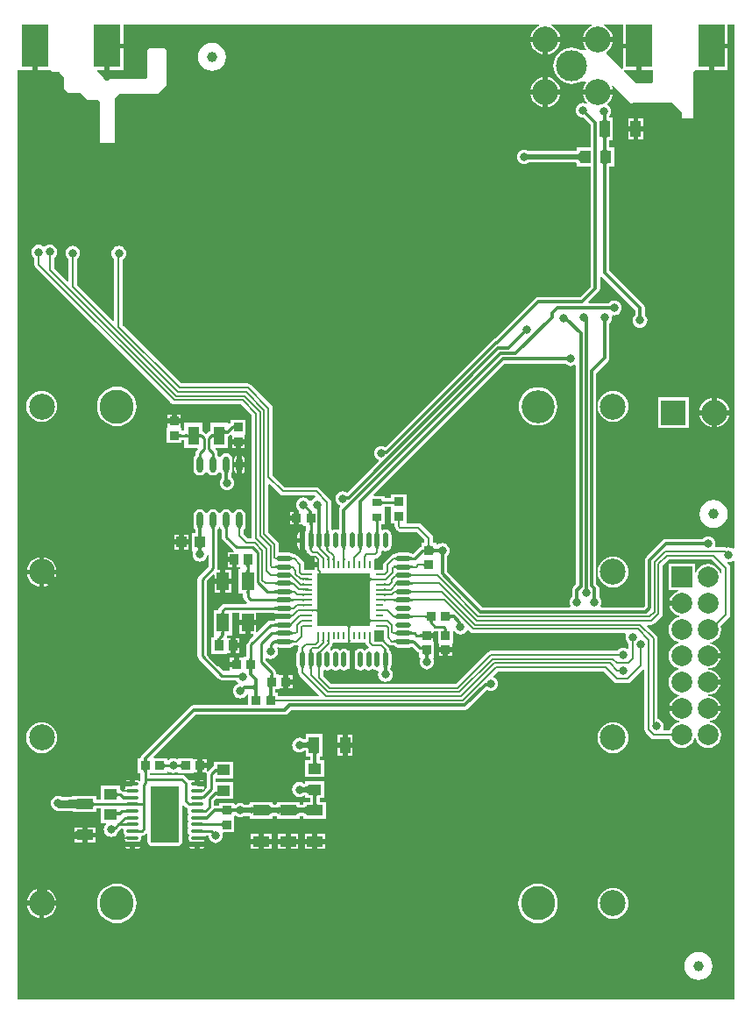
<source format=gbl>
G04*
G04 #@! TF.GenerationSoftware,Altium Limited,Altium Designer,20.2.7 (254)*
G04*
G04 Layer_Physical_Order=2*
G04 Layer_Color=16711680*
%FSLAX25Y25*%
%MOIN*%
G70*
G04*
G04 #@! TF.SameCoordinates,3C655C0F-1CA1-4DFD-99B7-6FB2F92942BB*
G04*
G04*
G04 #@! TF.FilePolarity,Positive*
G04*
G01*
G75*
%ADD11C,0.00787*%
%ADD16R,0.10492X0.16496*%
%ADD20R,0.03347X0.03347*%
%ADD21R,0.03347X0.03347*%
%ADD23R,0.03937X0.04134*%
%ADD51C,0.03937*%
%ADD52C,0.01181*%
%ADD53C,0.01968*%
%ADD54C,0.00984*%
%ADD55C,0.03937*%
%ADD56C,0.03150*%
%ADD57R,0.01811X0.11752*%
%ADD58C,0.09744*%
%ADD59R,0.09744X0.09744*%
%ADD60C,0.09843*%
%ADD61C,0.12992*%
%ADD62C,0.12598*%
%ADD63C,0.11811*%
%ADD64C,0.07874*%
%ADD65R,0.07874X0.07874*%
%ADD66C,0.03150*%
%ADD67C,0.02756*%
%ADD68R,0.03937X0.06299*%
%ADD69R,0.04921X0.03937*%
%ADD70R,0.06299X0.03937*%
%ADD71O,0.04724X0.01378*%
G04:AMPARAMS|DCode=72|XSize=108.27mil|YSize=216.54mil|CornerRadius=5.41mil|HoleSize=0mil|Usage=FLASHONLY|Rotation=0.000|XOffset=0mil|YOffset=0mil|HoleType=Round|Shape=RoundedRectangle|*
%AMROUNDEDRECTD72*
21,1,0.10827,0.20571,0,0,0.0*
21,1,0.09744,0.21654,0,0,0.0*
1,1,0.01083,0.04872,-0.10285*
1,1,0.01083,-0.04872,-0.10285*
1,1,0.01083,-0.04872,0.10285*
1,1,0.01083,0.04872,0.10285*
%
%ADD72ROUNDEDRECTD72*%
%ADD73R,0.03543X0.02756*%
%ADD74R,0.03150X0.00984*%
%ADD75R,0.00984X0.03150*%
%ADD76O,0.02165X0.05906*%
%ADD77O,0.05906X0.02165*%
%ADD78R,0.20079X0.20079*%
%ADD79R,0.03543X0.03937*%
%ADD80R,0.04724X0.07087*%
G04:AMPARAMS|DCode=81|XSize=61.02mil|YSize=23.62mil|CornerRadius=11.81mil|HoleSize=0mil|Usage=FLASHONLY|Rotation=270.000|XOffset=0mil|YOffset=0mil|HoleType=Round|Shape=RoundedRectangle|*
%AMROUNDEDRECTD81*
21,1,0.06102,0.00000,0,0,270.0*
21,1,0.03740,0.02362,0,0,270.0*
1,1,0.02362,0.00000,-0.01870*
1,1,0.02362,0.00000,0.01870*
1,1,0.02362,0.00000,0.01870*
1,1,0.02362,0.00000,-0.01870*
%
%ADD81ROUNDEDRECTD81*%
%ADD82R,0.04331X0.07087*%
%ADD83R,0.03937X0.04921*%
%ADD84C,0.02362*%
G36*
X273985Y173328D02*
X273485Y173081D01*
X273349Y173185D01*
X272679Y173463D01*
X271959Y173558D01*
X271240Y173463D01*
X271112Y173410D01*
X270931Y173531D01*
X270317Y173653D01*
X270317Y173653D01*
X267000D01*
X266722Y174069D01*
X266809Y174279D01*
X266904Y174999D01*
X266809Y175718D01*
X266531Y176389D01*
X266090Y176964D01*
X265514Y177406D01*
X264844Y177684D01*
X264124Y177778D01*
X263405Y177684D01*
X262734Y177406D01*
X262158Y176964D01*
X262036Y176805D01*
X248227D01*
X248220Y176806D01*
X247529Y176669D01*
X246943Y176277D01*
X240652Y169986D01*
X240260Y169400D01*
X240123Y168709D01*
Y151251D01*
X239693Y150822D01*
X223395D01*
X223346Y150921D01*
X223198Y151322D01*
X223453Y151938D01*
X223547Y152658D01*
X223453Y153377D01*
X223175Y154048D01*
X222733Y154623D01*
X222673Y154670D01*
Y157874D01*
X222535Y158565D01*
X222143Y159151D01*
X221491Y159803D01*
Y239803D01*
X226080Y244392D01*
X226472Y244978D01*
X226609Y245669D01*
X226553Y245952D01*
Y258793D01*
X226712Y258915D01*
X227154Y259491D01*
X227432Y260161D01*
X227526Y260881D01*
X227455Y261420D01*
X227477Y261478D01*
X227749Y261781D01*
X227869Y261850D01*
X228346Y261787D01*
X229066Y261882D01*
X229736Y262160D01*
X230312Y262601D01*
X230754Y263177D01*
X231031Y263847D01*
X231126Y264567D01*
X231031Y265286D01*
X230754Y265957D01*
X230312Y266532D01*
X229736Y266974D01*
X229066Y267252D01*
X228346Y267347D01*
X227627Y267252D01*
X226957Y266974D01*
X226381Y266532D01*
X226259Y266373D01*
X218794D01*
X218602Y266835D01*
X222537Y270770D01*
X222929Y271356D01*
X223066Y272047D01*
Y276464D01*
X223398Y276616D01*
X223566Y276635D01*
X236383Y263819D01*
Y261930D01*
X236224Y261808D01*
X235782Y261232D01*
X235504Y260562D01*
X235409Y259842D01*
X235504Y259123D01*
X235782Y258453D01*
X236224Y257877D01*
X236799Y257435D01*
X237470Y257158D01*
X238189Y257063D01*
X238908Y257158D01*
X239579Y257435D01*
X240155Y257877D01*
X240596Y258453D01*
X240874Y259123D01*
X240969Y259842D01*
X240874Y260562D01*
X240596Y261232D01*
X240155Y261808D01*
X239995Y261930D01*
Y264567D01*
X239858Y265258D01*
X239466Y265844D01*
X226610Y278700D01*
Y318406D01*
X228346D01*
Y325689D01*
X226610D01*
Y328346D01*
X227953D01*
Y337008D01*
X226609D01*
Y337710D01*
X226817Y337980D01*
X227094Y338651D01*
X227189Y339370D01*
X227094Y340090D01*
X226817Y340760D01*
X226375Y341336D01*
X225898Y341701D01*
X225799Y342256D01*
X226276Y342621D01*
X227191Y343814D01*
X227766Y345203D01*
X227833Y345709D01*
X216576D01*
X216643Y345203D01*
X217218Y343814D01*
X218133Y342621D01*
X218189Y342579D01*
X217925Y342171D01*
X217255Y342449D01*
X216535Y342544D01*
X215816Y342449D01*
X215146Y342171D01*
X214570Y341729D01*
X214128Y341154D01*
X213850Y340483D01*
X213756Y339764D01*
X213850Y339044D01*
X214128Y338374D01*
X214570Y337798D01*
X215146Y337356D01*
X215816Y337079D01*
X216535Y336984D01*
X216734Y337010D01*
X219454Y334291D01*
Y325689D01*
X214173D01*
Y324304D01*
X214153Y324299D01*
X213959Y324267D01*
X213829Y324255D01*
X195744D01*
X195484Y324454D01*
X194814Y324732D01*
X194095Y324827D01*
X193375Y324732D01*
X192705Y324454D01*
X192129Y324013D01*
X191687Y323437D01*
X191410Y322767D01*
X191315Y322047D01*
X191410Y321328D01*
X191687Y320657D01*
X192129Y320082D01*
X192705Y319640D01*
X193375Y319362D01*
X194095Y319268D01*
X194814Y319362D01*
X195484Y319640D01*
X195745Y319840D01*
X213829D01*
X213959Y319828D01*
X214153Y319796D01*
X214173Y319791D01*
Y318406D01*
X219454D01*
Y272796D01*
X215393Y268736D01*
X199606D01*
X198915Y268598D01*
X198329Y268206D01*
X183036Y252913D01*
X182717Y252850D01*
X182131Y252458D01*
X141350Y211677D01*
X141275Y211735D01*
X140604Y212013D01*
X139885Y212107D01*
X139165Y212013D01*
X138495Y211735D01*
X137919Y211293D01*
X137478Y210718D01*
X137200Y210047D01*
X137105Y209328D01*
X137200Y208608D01*
X137478Y207938D01*
X137919Y207362D01*
X138495Y206920D01*
X138703Y206834D01*
X138801Y206344D01*
X126815Y194358D01*
X126587Y194533D01*
X125916Y194811D01*
X125197Y194906D01*
X124477Y194811D01*
X123807Y194533D01*
X123231Y194091D01*
X122790Y193516D01*
X122512Y192845D01*
X122417Y192126D01*
X122512Y191407D01*
X122790Y190736D01*
X123231Y190160D01*
X123807Y189719D01*
X124122Y189588D01*
X124228Y189303D01*
X124258Y188990D01*
X123922Y188487D01*
X123784Y187795D01*
Y180407D01*
X123403Y180203D01*
X123284Y180192D01*
X122441Y180359D01*
X121558Y180184D01*
X121338Y180037D01*
X120897Y180272D01*
Y190551D01*
X120775Y191166D01*
X120427Y191686D01*
X120427Y191687D01*
X116096Y196017D01*
X115575Y196365D01*
X114961Y196488D01*
X114961Y196487D01*
X103027D01*
X98456Y201059D01*
Y226366D01*
X98456Y226366D01*
X98334Y226981D01*
X97986Y227502D01*
X90100Y235387D01*
X89579Y235735D01*
X88965Y235858D01*
X88965Y235858D01*
X85433D01*
X85433Y235858D01*
X85433Y235858D01*
X63646D01*
X41369Y258134D01*
Y283040D01*
X41926Y283468D01*
X42368Y284043D01*
X42646Y284714D01*
X42740Y285433D01*
X42646Y286153D01*
X42368Y286823D01*
X41926Y287399D01*
X41350Y287840D01*
X40680Y288118D01*
X39961Y288213D01*
X39241Y288118D01*
X38571Y287840D01*
X37995Y287399D01*
X37553Y286823D01*
X37276Y286153D01*
X37181Y285433D01*
X37276Y284714D01*
X37553Y284043D01*
X37995Y283468D01*
X38158Y283343D01*
Y259771D01*
X37696Y259580D01*
X24047Y273230D01*
Y283232D01*
X24407Y283508D01*
X24848Y284084D01*
X25126Y284754D01*
X25221Y285473D01*
X25126Y286193D01*
X24848Y286863D01*
X24407Y287439D01*
X23831Y287881D01*
X23160Y288158D01*
X22441Y288253D01*
X21722Y288158D01*
X21051Y287881D01*
X20475Y287439D01*
X20034Y286863D01*
X19756Y286193D01*
X19661Y285473D01*
X19756Y284754D01*
X20034Y284084D01*
X20475Y283508D01*
X20835Y283232D01*
Y274867D01*
X20373Y274676D01*
X15385Y279664D01*
Y283593D01*
X15745Y283869D01*
X16187Y284445D01*
X16465Y285115D01*
X16559Y285835D01*
X16465Y286554D01*
X16187Y287225D01*
X15745Y287800D01*
X15169Y288242D01*
X14499Y288520D01*
X13780Y288614D01*
X13060Y288520D01*
X12390Y288242D01*
X11955Y287909D01*
X11623Y287837D01*
X11265Y287907D01*
X10839Y288234D01*
X10168Y288512D01*
X9449Y288606D01*
X8729Y288512D01*
X8059Y288234D01*
X7483Y287792D01*
X7041Y287217D01*
X6764Y286546D01*
X6669Y285827D01*
X6764Y285107D01*
X7041Y284437D01*
X7483Y283861D01*
X7843Y283585D01*
Y281102D01*
X7843Y281102D01*
X7965Y280488D01*
X8314Y279967D01*
X59888Y228392D01*
X59888Y228392D01*
X60409Y228044D01*
X61024Y227922D01*
X86343D01*
X90520Y223744D01*
Y177034D01*
X90520Y177034D01*
X90411Y176901D01*
X89248D01*
X87452Y178697D01*
Y180220D01*
X87550Y180285D01*
X88072Y181067D01*
X88255Y181988D01*
Y185728D01*
X88072Y186650D01*
X87550Y187431D01*
X86768Y187953D01*
X85847Y188137D01*
X84925Y187953D01*
X84143Y187431D01*
X83621Y186650D01*
X83601Y186550D01*
X83092D01*
X83072Y186650D01*
X82550Y187431D01*
X81768Y187953D01*
X80847Y188137D01*
X79925Y187953D01*
X79143Y187431D01*
X78621Y186650D01*
X78601Y186550D01*
X78092D01*
X78072Y186650D01*
X77549Y187431D01*
X76768Y187953D01*
X75846Y188137D01*
X74925Y187953D01*
X74143Y187431D01*
X73621Y186650D01*
X73601Y186550D01*
X73092D01*
X73072Y186650D01*
X72549Y187431D01*
X71768Y187953D01*
X70846Y188137D01*
X69925Y187953D01*
X69143Y187431D01*
X68621Y186650D01*
X68438Y185728D01*
Y181988D01*
X68621Y181067D01*
X68796Y180806D01*
X68838Y180709D01*
X68890Y180634D01*
X68913Y180595D01*
X68937Y180544D01*
X68962Y180480D01*
X68985Y180402D01*
X69007Y180309D01*
X69023Y180216D01*
X69040Y180027D01*
Y178839D01*
X67716D01*
Y172343D01*
X67953D01*
X68288Y171843D01*
X68181Y171586D01*
X68086Y170866D01*
X68181Y170147D01*
X68459Y169476D01*
X68901Y168901D01*
X69476Y168459D01*
X70147Y168181D01*
X70866Y168087D01*
X71586Y168181D01*
X72256Y168459D01*
X72832Y168901D01*
X73273Y169476D01*
X73551Y170147D01*
X73641Y170825D01*
X74141Y170793D01*
Y166317D01*
X70447Y162624D01*
X70077Y162070D01*
X69947Y161417D01*
Y132283D01*
X70077Y131631D01*
X70447Y131077D01*
X77928Y123597D01*
X78481Y123227D01*
X79134Y123097D01*
X84569D01*
X84601Y123020D01*
X85042Y122444D01*
X85507Y122088D01*
X85503Y121764D01*
X85494Y121719D01*
X85418Y121548D01*
X84831Y121305D01*
X84255Y120863D01*
X83813Y120288D01*
X83535Y119617D01*
X83441Y118898D01*
X83535Y118178D01*
X83813Y117508D01*
X84255Y116932D01*
X84831Y116490D01*
X85501Y116213D01*
X86221Y116118D01*
X86940Y116213D01*
X87610Y116490D01*
X88186Y116932D01*
X88628Y117508D01*
X88772Y117855D01*
X89272Y117756D01*
Y113617D01*
X68504D01*
X67813Y113480D01*
X67227Y113088D01*
X48723Y94584D01*
X48331Y93998D01*
X48213Y93405D01*
X47146D01*
Y87697D01*
X48294D01*
Y85039D01*
X47794Y84774D01*
X47525Y84954D01*
X46949Y85068D01*
X46260D01*
Y83563D01*
X45276D01*
Y82579D01*
X42464D01*
X42507Y82284D01*
X42459Y81950D01*
X42212Y81580D01*
X42113Y81085D01*
X42027Y81000D01*
X41910Y80933D01*
X41623Y80824D01*
X41204Y81104D01*
X40551Y81234D01*
X40359D01*
Y82968D01*
X33075D01*
Y77592D01*
X31496D01*
Y79134D01*
X24099D01*
X24048Y79145D01*
X24038Y79143D01*
X24028Y79145D01*
X23972Y79134D01*
X22835D01*
Y78858D01*
X21434Y78767D01*
X20974Y78764D01*
X18347D01*
X18319Y78785D01*
X17649Y79063D01*
X16929Y79158D01*
X16210Y79063D01*
X15539Y78785D01*
X14964Y78343D01*
X14522Y77768D01*
X14244Y77097D01*
X14149Y76378D01*
X14244Y75659D01*
X14522Y74988D01*
X14964Y74412D01*
X15357Y74019D01*
X15933Y73577D01*
X16603Y73299D01*
X17323Y73205D01*
X20895D01*
X22423Y73172D01*
X22835Y73139D01*
Y72835D01*
X23972D01*
X24028Y72824D01*
X24038Y72825D01*
X24048Y72824D01*
X24099Y72835D01*
X31496D01*
Y74180D01*
X33075D01*
Y68795D01*
X35027D01*
X35197Y68295D01*
X35065Y68194D01*
X34623Y67618D01*
X34345Y66948D01*
X34251Y66228D01*
X34345Y65509D01*
X34623Y64838D01*
X35065Y64263D01*
X35641Y63821D01*
X36311Y63543D01*
X37031Y63449D01*
X37750Y63543D01*
X38420Y63821D01*
X38996Y64263D01*
X39438Y64838D01*
X39715Y65509D01*
X39742Y65707D01*
X39836Y65769D01*
X40336Y66269D01*
X40376Y66302D01*
X40450Y66352D01*
X40524Y66394D01*
X40599Y66429D01*
X40677Y66457D01*
X40759Y66480D01*
X40848Y66497D01*
X40899Y66503D01*
X41368D01*
X41766Y66003D01*
X41696Y65650D01*
X41841Y64920D01*
X42254Y64301D01*
X42342Y63861D01*
X42212Y63667D01*
X42097Y63090D01*
X42212Y62515D01*
X42459Y62144D01*
X42507Y61811D01*
X42464Y61516D01*
X45276D01*
X48087D01*
X48044Y61811D01*
X48092Y62144D01*
X48340Y62515D01*
X48454Y63090D01*
X48384Y63444D01*
X48644Y63884D01*
X48747Y63957D01*
X49332Y64073D01*
X49885Y64443D01*
X50352Y64910D01*
X50852Y64703D01*
Y61762D01*
X50986Y61090D01*
X51367Y60520D01*
X51936Y60139D01*
X52608Y60006D01*
X62352D01*
X63024Y60139D01*
X63594Y60520D01*
X63975Y61090D01*
X64109Y61762D01*
Y75291D01*
X64609Y75498D01*
X65428Y74679D01*
X65981Y74310D01*
X66191Y73758D01*
X66105Y73327D01*
X66250Y72597D01*
X66618Y72047D01*
X66250Y71497D01*
X66105Y70768D01*
X66250Y70038D01*
X66618Y69488D01*
X66250Y68938D01*
X66105Y68209D01*
X66250Y67479D01*
X66618Y66929D01*
X66250Y66379D01*
X66105Y65650D01*
X66250Y64920D01*
X66663Y64301D01*
X66751Y63861D01*
X66621Y63667D01*
X66506Y63090D01*
X66621Y62515D01*
X66868Y62144D01*
X66916Y61811D01*
X66874Y61516D01*
X69685D01*
X72496D01*
X72454Y61811D01*
X72502Y62144D01*
X72749Y62515D01*
X72766Y62598D01*
X72635Y62597D01*
X71919Y62546D01*
X71822Y62527D01*
X71740Y62505D01*
X71674Y62480D01*
X71622Y62453D01*
Y63728D01*
X71674Y63701D01*
X71740Y63676D01*
X71822Y63654D01*
X71919Y63635D01*
X72160Y63606D01*
X72461Y63589D01*
X72825Y63583D01*
Y63491D01*
X73119Y63944D01*
X73988D01*
X73992Y63939D01*
X74087Y63220D01*
X74364Y62550D01*
X74806Y61974D01*
X75382Y61532D01*
X76052Y61255D01*
X76772Y61160D01*
X77491Y61255D01*
X78162Y61532D01*
X78737Y61974D01*
X79179Y62550D01*
X79457Y63220D01*
X79551Y63939D01*
X79457Y64659D01*
X79382Y64840D01*
X79659Y65256D01*
X83957D01*
Y71255D01*
X84457Y71502D01*
X84831Y71215D01*
X85501Y70937D01*
X86221Y70842D01*
X86940Y70937D01*
X87610Y71215D01*
X87870Y71414D01*
X89420D01*
X89547Y71403D01*
X89739Y71372D01*
X89764Y71365D01*
Y70473D01*
X90901D01*
X90957Y70461D01*
X91013Y70473D01*
X91036D01*
X91084Y70468D01*
X91098Y70473D01*
X97091D01*
X97105Y70468D01*
X97153Y70473D01*
X97176D01*
X97232Y70461D01*
X97288Y70473D01*
X98425D01*
Y71365D01*
X98450Y71372D01*
X98642Y71403D01*
X98769Y71414D01*
X99656D01*
X99783Y71403D01*
X99975Y71372D01*
X100000Y71365D01*
Y70473D01*
X101137D01*
X101193Y70461D01*
X101249Y70473D01*
X101272D01*
X101321Y70468D01*
X101335Y70473D01*
X107327D01*
X107341Y70468D01*
X107389Y70473D01*
X107412D01*
X107468Y70461D01*
X107524Y70473D01*
X108661D01*
Y71365D01*
X108686Y71372D01*
X108879Y71403D01*
X109005Y71414D01*
X109892D01*
X110019Y71403D01*
X110212Y71372D01*
X110236Y71365D01*
Y70473D01*
X111373D01*
X111429Y70461D01*
X111485Y70473D01*
X111509D01*
X111557Y70468D01*
X111571Y70473D01*
X118898D01*
Y76772D01*
X116373D01*
Y78347D01*
X118209D01*
Y84646D01*
X112260D01*
X112246Y84650D01*
X112198Y84646D01*
X112174D01*
X112118Y84657D01*
X112063Y84646D01*
X110925D01*
Y83754D01*
X110901Y83747D01*
X110708Y83715D01*
X110581Y83704D01*
X110311D01*
X110051Y83903D01*
X109381Y84181D01*
X108661Y84276D01*
X107942Y84181D01*
X107272Y83903D01*
X106696Y83462D01*
X106254Y82886D01*
X105976Y82215D01*
X105882Y81496D01*
X105976Y80777D01*
X106254Y80106D01*
X106696Y79531D01*
X107272Y79089D01*
X107942Y78811D01*
X108661Y78716D01*
X109381Y78811D01*
X110051Y79089D01*
X110312Y79289D01*
X110581D01*
X110708Y79278D01*
X110901Y79246D01*
X110925Y79239D01*
Y78347D01*
X112063D01*
X112118Y78336D01*
X112174Y78347D01*
X112198D01*
X112246Y78343D01*
X112260Y78347D01*
X112761D01*
Y76772D01*
X111571D01*
X111557Y76776D01*
X111509Y76772D01*
X111485D01*
X111429Y76783D01*
X111373Y76772D01*
X110236D01*
Y75879D01*
X110212Y75873D01*
X110019Y75841D01*
X109892Y75830D01*
X109005D01*
X108879Y75841D01*
X108686Y75873D01*
X108661Y75879D01*
Y76772D01*
X107524D01*
X107468Y76783D01*
X107412Y76772D01*
X107389D01*
X107341Y76776D01*
X107327Y76772D01*
X101335D01*
X101321Y76776D01*
X101272Y76772D01*
X101249D01*
X101193Y76783D01*
X101137Y76772D01*
X100000D01*
Y75879D01*
X99976Y75873D01*
X99783Y75841D01*
X99656Y75830D01*
X98769D01*
X98642Y75841D01*
X98450Y75873D01*
X98425Y75879D01*
Y76772D01*
X97288D01*
X97232Y76783D01*
X97176Y76772D01*
X97153D01*
X97105Y76776D01*
X97091Y76772D01*
X91098D01*
X91084Y76776D01*
X91036Y76772D01*
X91013D01*
X90957Y76783D01*
X90901Y76772D01*
X89764D01*
Y75879D01*
X89739Y75873D01*
X89547Y75841D01*
X89420Y75830D01*
X87870D01*
X87610Y76029D01*
X86940Y76307D01*
X86221Y76402D01*
X85501Y76307D01*
X84831Y76029D01*
X84457Y75742D01*
X83957Y75989D01*
Y76476D01*
X78248D01*
Y75428D01*
X76378D01*
X76115Y75644D01*
Y77245D01*
X76824Y77953D01*
X83563D01*
Y84252D01*
X76903D01*
Y85827D01*
X83563D01*
Y92126D01*
X76279D01*
Y90416D01*
X75908Y90342D01*
X75354Y89972D01*
X73990Y88608D01*
X73827Y88363D01*
X73327Y88515D01*
Y89567D01*
X71850D01*
Y88090D01*
X73118D01*
X73547Y87682D01*
X73491Y87402D01*
Y82229D01*
X73235Y81974D01*
X72708Y82034D01*
X72474Y82422D01*
X72496Y82579D01*
X69685D01*
Y83563D01*
X68701D01*
Y85068D01*
X68012D01*
X67436Y84954D01*
X67298Y84861D01*
X66622Y84972D01*
X66561Y85065D01*
X64986Y86639D01*
X64432Y87009D01*
X63779Y87139D01*
X51706D01*
Y87697D01*
X58366D01*
Y88184D01*
X58866Y88431D01*
X59240Y88144D01*
X59911Y87866D01*
X60630Y87771D01*
X61349Y87866D01*
X62020Y88144D01*
X62052Y88168D01*
X62500Y87947D01*
Y87697D01*
X68209Y87697D01*
X68465Y88090D01*
X68709Y88090D01*
X69882D01*
Y90551D01*
Y93012D01*
X68465D01*
X68209Y93405D01*
X68149Y93405D01*
X62500D01*
Y93155D01*
X62052Y92934D01*
X62020Y92958D01*
X61349Y93236D01*
X60630Y93331D01*
X59911Y93236D01*
X59240Y92958D01*
X58866Y92672D01*
X58366Y92918D01*
Y93405D01*
X53306D01*
X53115Y93867D01*
X69252Y110005D01*
X103150D01*
X103841Y110142D01*
X104427Y110534D01*
X105669Y111776D01*
X171615D01*
X172306Y111914D01*
X172892Y112305D01*
X179961Y119374D01*
X180036Y119316D01*
X180706Y119039D01*
X181426Y118944D01*
X182145Y119039D01*
X182816Y119316D01*
X183391Y119758D01*
X183833Y120334D01*
X184111Y121004D01*
X184205Y121724D01*
X184111Y122443D01*
X183833Y123114D01*
X183391Y123689D01*
X182816Y124131D01*
X182604Y124219D01*
X182506Y124709D01*
X184144Y126347D01*
X224532D01*
X228392Y122487D01*
X228913Y122139D01*
X229528Y122016D01*
X229528Y122016D01*
X233465D01*
X233465Y122016D01*
X234079Y122139D01*
X234600Y122487D01*
X239430Y127316D01*
X239930Y127109D01*
Y106735D01*
X239930Y106735D01*
X239930Y106735D01*
Y104289D01*
X239930Y104289D01*
X240052Y103674D01*
X240400Y103153D01*
X242405Y101148D01*
X242405Y101148D01*
X242926Y100800D01*
X243541Y100678D01*
X249394D01*
X249756Y99802D01*
X250545Y98774D01*
X251573Y97985D01*
X252770Y97489D01*
X254055Y97320D01*
X255340Y97489D01*
X256537Y97985D01*
X257565Y98774D01*
X258354Y99802D01*
X258799Y100875D01*
X258799Y100875D01*
X259311D01*
X259312Y100875D01*
X259756Y99802D01*
X260545Y98774D01*
X261573Y97985D01*
X262770Y97489D01*
X264055Y97320D01*
X265340Y97489D01*
X266537Y97985D01*
X267565Y98774D01*
X268354Y99802D01*
X268850Y100999D01*
X269019Y102284D01*
X268850Y103568D01*
X268354Y104765D01*
X267565Y105793D01*
X266537Y106582D01*
X265340Y107078D01*
X264941Y107131D01*
Y107635D01*
X265288Y107681D01*
X266438Y108157D01*
X267425Y108914D01*
X268182Y109901D01*
X268658Y111050D01*
X268691Y111299D01*
X264055D01*
Y113268D01*
X268691D01*
X268658Y113517D01*
X268182Y114666D01*
X267425Y115653D01*
X266438Y116410D01*
X265288Y116886D01*
X264187Y117031D01*
Y117536D01*
X265288Y117681D01*
X266438Y118157D01*
X267425Y118914D01*
X268182Y119901D01*
X268658Y121050D01*
X268691Y121299D01*
X264055D01*
Y123268D01*
X268691D01*
X268658Y123517D01*
X268182Y124666D01*
X267425Y125653D01*
X266438Y126410D01*
X265288Y126886D01*
X264187Y127031D01*
Y127536D01*
X265288Y127681D01*
X266438Y128157D01*
X267425Y128914D01*
X268182Y129901D01*
X268658Y131050D01*
X268691Y131299D01*
X264055D01*
Y133268D01*
X268691D01*
X268658Y133517D01*
X268182Y134666D01*
X267425Y135653D01*
X266438Y136410D01*
X265288Y136886D01*
X264941Y136932D01*
Y137436D01*
X265340Y137489D01*
X266537Y137985D01*
X267565Y138774D01*
X268354Y139802D01*
X268850Y140999D01*
X269019Y142283D01*
X268850Y143568D01*
X268828Y143620D01*
X272002Y146793D01*
X272002Y146793D01*
X272350Y147314D01*
X272472Y147928D01*
X272472Y147928D01*
Y165748D01*
X272472Y165748D01*
X272350Y166363D01*
X272002Y166883D01*
X271305Y167580D01*
X271538Y168054D01*
X271959Y167998D01*
X272679Y168093D01*
X273349Y168371D01*
X273485Y168475D01*
X273985Y168228D01*
X273985Y1606D01*
X1606D01*
Y355044D01*
X2067Y355138D01*
Y355138D01*
X7116D01*
Y364173D01*
X9085D01*
Y355138D01*
X14134D01*
X14134Y355138D01*
Y355138D01*
X14468Y354803D01*
X14941Y354331D01*
X17323D01*
Y353937D01*
X19291Y351969D01*
Y348031D01*
X20866Y346457D01*
X25591D01*
X28248Y343799D01*
X31792D01*
X32677Y342913D01*
Y327362D01*
X38386D01*
Y344291D01*
X40157Y346063D01*
X55118D01*
X58268Y349213D01*
Y362598D01*
X57480Y363386D01*
X51575D01*
X50787Y362598D01*
Y352362D01*
X50000Y351575D01*
X34705D01*
X31604Y354676D01*
X31795Y355138D01*
X34616D01*
Y364173D01*
X35601D01*
Y365158D01*
X41634D01*
Y372410D01*
X199783D01*
X199883Y371910D01*
X199326Y371679D01*
X198133Y370764D01*
X197218Y369572D01*
X196643Y368183D01*
X196576Y367677D01*
X207833D01*
X207766Y368183D01*
X207191Y369572D01*
X206276Y370764D01*
X205084Y371679D01*
X204527Y371910D01*
X204626Y372410D01*
X219783D01*
X219883Y371910D01*
X219326Y371679D01*
X218133Y370764D01*
X217218Y369572D01*
X216643Y368183D01*
X216576Y367677D01*
X227833D01*
X227766Y368183D01*
X227191Y369572D01*
X226276Y370764D01*
X225084Y371679D01*
X224527Y371910D01*
X224626Y372410D01*
X231791D01*
Y365158D01*
X237825D01*
Y364173D01*
X238809D01*
Y355138D01*
X243071D01*
Y350551D01*
X242520Y350000D01*
X236614D01*
X231976Y354638D01*
X232184Y355138D01*
X236841D01*
Y363189D01*
X231791D01*
Y355530D01*
X231291Y355323D01*
X225322Y361292D01*
X225384Y361937D01*
X226276Y362621D01*
X227191Y363814D01*
X227766Y365203D01*
X227833Y365709D01*
X216576D01*
X216643Y365203D01*
X217218Y363814D01*
X217767Y363098D01*
X217521Y362598D01*
X215772D01*
X214854Y363089D01*
X213555Y363483D01*
X212205Y363616D01*
X210854Y363483D01*
X209555Y363089D01*
X208358Y362449D01*
X207309Y361588D01*
X206448Y360539D01*
X205809Y359342D01*
X205415Y358044D01*
X205282Y356693D01*
X205415Y355342D01*
X205809Y354044D01*
X206448Y352847D01*
X207309Y351798D01*
X208358Y350937D01*
X209555Y350297D01*
X210854Y349903D01*
X212205Y349770D01*
X213555Y349903D01*
X214854Y350297D01*
X215772Y350787D01*
X217521D01*
X217767Y350287D01*
X217218Y349572D01*
X216643Y348183D01*
X216576Y347677D01*
X227833D01*
X227766Y348183D01*
X227407Y349051D01*
X227831Y349335D01*
X235039Y342126D01*
X235433Y342520D01*
X250394D01*
X254232Y338681D01*
Y336516D01*
X258366D01*
Y354213D01*
X258963Y354809D01*
X259291Y355138D01*
Y355138D01*
X259291Y355138D01*
X264341D01*
Y364173D01*
X265325D01*
Y365158D01*
X271358D01*
Y372410D01*
X273985D01*
X273985Y173328D01*
D02*
G37*
G36*
X225400Y336769D02*
X225417Y336566D01*
X225447Y336387D01*
X225488Y336232D01*
X225541Y336101D01*
X225606Y335994D01*
X225683Y335910D01*
X225772Y335851D01*
X225872Y335815D01*
X225984Y335803D01*
X223622D01*
X223734Y335815D01*
X223835Y335851D01*
X223923Y335910D01*
X224000Y335994D01*
X224065Y336101D01*
X224118Y336232D01*
X224160Y336387D01*
X224189Y336566D01*
X224207Y336769D01*
X224213Y336996D01*
X225394D01*
X225400Y336769D01*
D02*
G37*
G36*
X225872Y329540D02*
X225772Y329504D01*
X225684Y329444D01*
X225607Y329361D01*
X225542Y329253D01*
X225489Y329122D01*
X225447Y328967D01*
X225418Y328788D01*
X225400Y328585D01*
X225394Y328359D01*
X224213D01*
X224207Y328585D01*
X224189Y328788D01*
X224160Y328967D01*
X224119Y329122D01*
X224065Y329253D01*
X224001Y329361D01*
X223924Y329444D01*
X223835Y329504D01*
X223735Y329540D01*
X223622Y329552D01*
X225985D01*
X225872Y329540D01*
D02*
G37*
G36*
X225400Y325450D02*
X225418Y325248D01*
X225447Y325069D01*
X225489Y324914D01*
X225542Y324782D01*
X225607Y324675D01*
X225684Y324591D01*
X225772Y324532D01*
X225872Y324496D01*
X225985Y324484D01*
X223622D01*
X223735Y324496D01*
X223835Y324532D01*
X223924Y324591D01*
X224001Y324675D01*
X224065Y324782D01*
X224119Y324914D01*
X224160Y325069D01*
X224189Y325248D01*
X224207Y325450D01*
X224213Y325677D01*
X225394D01*
X225400Y325450D01*
D02*
G37*
G36*
X215378Y320079D02*
X215358Y320266D01*
X215299Y320433D01*
X215200Y320581D01*
X215061Y320709D01*
X214883Y320817D01*
X214665Y320906D01*
X214407Y320975D01*
X214110Y321024D01*
X213774Y321053D01*
X213397Y321063D01*
Y323032D01*
X213774Y323042D01*
X214110Y323071D01*
X214407Y323120D01*
X214665Y323189D01*
X214883Y323278D01*
X215061Y323386D01*
X215200Y323514D01*
X215299Y323662D01*
X215358Y323829D01*
X215378Y324016D01*
Y320079D01*
D02*
G37*
G36*
X225872Y319599D02*
X225772Y319563D01*
X225684Y319503D01*
X225607Y319420D01*
X225542Y319313D01*
X225489Y319181D01*
X225447Y319026D01*
X225418Y318847D01*
X225400Y318644D01*
X225394Y318418D01*
X224213D01*
X224207Y318644D01*
X224189Y318847D01*
X224160Y319026D01*
X224119Y319181D01*
X224065Y319313D01*
X224001Y319420D01*
X223924Y319503D01*
X223835Y319563D01*
X223735Y319599D01*
X223622Y319611D01*
X225985D01*
X225872Y319599D01*
D02*
G37*
G36*
X101227Y193747D02*
X101227Y193746D01*
X101748Y193398D01*
X102362Y193276D01*
X102362Y193276D01*
X114295D01*
X114661Y192911D01*
X114480Y192385D01*
X113964Y192171D01*
X113389Y191729D01*
X113099Y191351D01*
X113032Y191322D01*
X112559D01*
X112492Y191351D01*
X112202Y191729D01*
X111626Y192171D01*
X110956Y192449D01*
X110236Y192543D01*
X109517Y192449D01*
X108846Y192171D01*
X108271Y191729D01*
X107829Y191154D01*
X107551Y190483D01*
X107457Y189764D01*
X107551Y189044D01*
X107829Y188374D01*
X108271Y187798D01*
X108521Y187606D01*
X108465Y187440D01*
Y184646D01*
Y182996D01*
X108603D01*
X108523Y182987D01*
X108465Y182964D01*
Y182185D01*
X109941D01*
X110138Y181791D01*
X111286D01*
Y179937D01*
X110994Y179709D01*
X110932Y179687D01*
X110865Y179679D01*
X110827Y179681D01*
Y178770D01*
X110684Y178051D01*
Y176181D01*
Y174311D01*
X110827Y173592D01*
Y172720D01*
X110902Y172770D01*
X111015Y172748D01*
X111387Y172492D01*
Y172441D01*
X111387Y172441D01*
X111509Y171827D01*
X111857Y171306D01*
X112644Y170518D01*
X112644Y170518D01*
X113165Y170170D01*
X113779Y170048D01*
X113780Y170048D01*
X114286D01*
X114357Y169942D01*
X114469Y169488D01*
X114469D01*
Y168110D01*
X115748D01*
Y166142D01*
X114469D01*
Y165059D01*
X110464D01*
Y167126D01*
X110464Y167126D01*
X110342Y167740D01*
X109994Y168261D01*
X109994Y168261D01*
X107828Y170427D01*
X107307Y170775D01*
X106693Y170897D01*
X106693Y170897D01*
X106473D01*
X106455Y170923D01*
X105706Y171424D01*
X104823Y171599D01*
X101083D01*
X100874Y171771D01*
Y174612D01*
X100752Y175227D01*
X100404Y175748D01*
X100404Y175748D01*
X96881Y179270D01*
Y197439D01*
X97343Y197630D01*
X101227Y193747D01*
D02*
G37*
G36*
X144808Y189567D02*
X144798Y189660D01*
X144768Y189744D01*
X144718Y189818D01*
X144648Y189882D01*
X144558Y189936D01*
X144449Y189980D01*
X144319Y190015D01*
X144170Y190039D01*
X144000Y190054D01*
X143811Y190059D01*
Y191043D01*
X144000Y191048D01*
X144170Y191063D01*
X144319Y191088D01*
X144449Y191122D01*
X144558Y191166D01*
X144648Y191220D01*
X144718Y191284D01*
X144768Y191358D01*
X144798Y191442D01*
X144808Y191535D01*
Y189567D01*
D02*
G37*
G36*
X139947Y191442D02*
X139977Y191358D01*
X140026Y191284D01*
X140096Y191220D01*
X140186Y191166D01*
X140295Y191122D01*
X140425Y191088D01*
X140574Y191063D01*
X140744Y191048D01*
X140933Y191043D01*
Y190059D01*
X140744Y190054D01*
X140574Y190039D01*
X140425Y190015D01*
X140295Y189980D01*
X140186Y189936D01*
X140096Y189882D01*
X140026Y189818D01*
X139977Y189744D01*
X139947Y189660D01*
X139937Y189567D01*
Y191535D01*
X139947Y191442D01*
D02*
G37*
G36*
X113278Y187043D02*
X113290Y186886D01*
X113311Y186748D01*
X113341Y186627D01*
X113378Y186526D01*
X113425Y186443D01*
X113479Y186378D01*
X113542Y186332D01*
X113613Y186304D01*
X113693Y186295D01*
X111870D01*
X111949Y186304D01*
X112021Y186332D01*
X112083Y186378D01*
X112138Y186443D01*
X112184Y186526D01*
X112222Y186627D01*
X112251Y186748D01*
X112272Y186886D01*
X112285Y187043D01*
X112289Y187219D01*
X113273D01*
X113278Y187043D01*
D02*
G37*
G36*
X147169Y183776D02*
X147102Y183752D01*
X147043Y183712D01*
X146992Y183656D01*
X146949Y183584D01*
X146913Y183496D01*
X146886Y183392D01*
X146866Y183272D01*
X146854Y183136D01*
X146850Y182984D01*
X146063D01*
X146059Y183136D01*
X146047Y183272D01*
X146028Y183392D01*
X146000Y183496D01*
X145965Y183584D01*
X145921Y183656D01*
X145870Y183712D01*
X145811Y183752D01*
X145744Y183776D01*
X145669Y183784D01*
X147244D01*
X147169Y183776D01*
D02*
G37*
G36*
X139080Y183664D02*
X138996Y183634D01*
X138922Y183585D01*
X138858Y183516D01*
X138804Y183427D01*
X138760Y183319D01*
X138725Y183191D01*
X138701Y183044D01*
X138686Y182876D01*
X138681Y182689D01*
X137697D01*
X137692Y182876D01*
X137677Y183044D01*
X137653Y183191D01*
X137618Y183319D01*
X137574Y183427D01*
X137520Y183516D01*
X137456Y183585D01*
X137382Y183634D01*
X137298Y183664D01*
X137205Y183673D01*
X139173D01*
X139080Y183664D01*
D02*
G37*
G36*
X113883Y182986D02*
X113799Y182957D01*
X113725Y182907D01*
X113661Y182837D01*
X113607Y182747D01*
X113563Y182638D01*
X113529Y182508D01*
X113504Y182359D01*
X113489Y182190D01*
X113484Y182000D01*
X112500D01*
X112495Y182190D01*
X112480Y182359D01*
X112456Y182508D01*
X112421Y182638D01*
X112377Y182747D01*
X112323Y182837D01*
X112259Y182907D01*
X112185Y182957D01*
X112101Y182986D01*
X112008Y182996D01*
X113976D01*
X113883Y182986D01*
D02*
G37*
G36*
X86553Y181118D02*
X86488Y181087D01*
X86430Y181036D01*
X86379Y180964D01*
X86337Y180871D01*
X86302Y180757D01*
X86275Y180624D01*
X86256Y180469D01*
X86244Y180294D01*
X86240Y180098D01*
X85453D01*
X85449Y180294D01*
X85418Y180624D01*
X85391Y180757D01*
X85356Y180871D01*
X85314Y180964D01*
X85263Y181036D01*
X85206Y181087D01*
X85140Y181118D01*
X85066Y181128D01*
X86626D01*
X86553Y181118D01*
D02*
G37*
G36*
X81730Y181344D02*
X81647Y181301D01*
X81575Y181230D01*
X81512Y181131D01*
X81459Y181004D01*
X81416Y180848D01*
X81382Y180664D01*
X81358Y180452D01*
X81343Y180211D01*
X81339Y179942D01*
X80354D01*
X80349Y180211D01*
X80311Y180664D01*
X80277Y180848D01*
X80234Y181004D01*
X80181Y181131D01*
X80118Y181230D01*
X80045Y181301D01*
X79963Y181344D01*
X79872Y181358D01*
X81821D01*
X81730Y181344D01*
D02*
G37*
G36*
X76730D02*
X76648Y181301D01*
X76575Y181230D01*
X76512Y181131D01*
X76459Y181004D01*
X76416Y180848D01*
X76382Y180664D01*
X76358Y180452D01*
X76343Y180211D01*
X76339Y179942D01*
X75354D01*
X75349Y180211D01*
X75311Y180664D01*
X75277Y180848D01*
X75234Y181004D01*
X75181Y181131D01*
X75118Y181230D01*
X75046Y181301D01*
X74963Y181344D01*
X74872Y181358D01*
X76821D01*
X76730Y181344D01*
D02*
G37*
G36*
X71786Y181281D02*
X71712Y181154D01*
X71648Y181017D01*
X71591Y180871D01*
X71544Y180714D01*
X71505Y180548D01*
X71475Y180372D01*
X71453Y180186D01*
X71436Y179786D01*
X70257D01*
X70253Y179991D01*
X70218Y180372D01*
X70188Y180548D01*
X70149Y180714D01*
X70101Y180871D01*
X70045Y181017D01*
X69981Y181154D01*
X69907Y181281D01*
X69825Y181399D01*
X71868D01*
X71786Y181281D01*
D02*
G37*
G36*
X119689Y179633D02*
X119720Y179295D01*
X119746Y179157D01*
X119781Y179041D01*
X119823Y178946D01*
X119873Y178872D01*
X119931Y178819D01*
X119996Y178787D01*
X120069Y178777D01*
X118514D01*
X118587Y178787D01*
X118652Y178819D01*
X118709Y178872D01*
X118759Y178946D01*
X118802Y179041D01*
X118836Y179157D01*
X118863Y179295D01*
X118882Y179454D01*
X118894Y179633D01*
X118898Y179834D01*
X119685D01*
X119689Y179633D01*
D02*
G37*
G36*
X138686Y179829D02*
X138699Y179672D01*
X138721Y179519D01*
X138752Y179372D01*
X138792Y179230D01*
X138841Y179092D01*
X138898Y178960D01*
X138965Y178832D01*
X139040Y178709D01*
X139124Y178591D01*
X137254D01*
X137338Y178709D01*
X137413Y178832D01*
X137480Y178960D01*
X137537Y179092D01*
X137586Y179230D01*
X137626Y179372D01*
X137657Y179519D01*
X137679Y179672D01*
X137692Y179829D01*
X137697Y179990D01*
X138681D01*
X138686Y179829D01*
D02*
G37*
G36*
X132484Y179917D02*
X132511Y179533D01*
X132536Y179360D01*
X132566Y179200D01*
X132604Y179053D01*
X132649Y178918D01*
X132701Y178796D01*
X132759Y178687D01*
X132825Y178591D01*
X130955D01*
X131020Y178687D01*
X131079Y178796D01*
X131130Y178918D01*
X131175Y179053D01*
X131213Y179200D01*
X131244Y179360D01*
X131268Y179533D01*
X131296Y179917D01*
X131299Y180129D01*
X132480D01*
X132484Y179917D01*
D02*
G37*
G36*
X126185D02*
X126212Y179533D01*
X126236Y179360D01*
X126267Y179200D01*
X126305Y179053D01*
X126350Y178918D01*
X126402Y178796D01*
X126460Y178687D01*
X126526Y178591D01*
X124655D01*
X124721Y178687D01*
X124779Y178796D01*
X124831Y178918D01*
X124876Y179053D01*
X124914Y179200D01*
X124945Y179360D01*
X124969Y179533D01*
X124997Y179917D01*
X125000Y180129D01*
X126181D01*
X126185Y179917D01*
D02*
G37*
G36*
X116736Y179917D02*
X116763Y179533D01*
X116787Y179360D01*
X116818Y179200D01*
X116856Y179053D01*
X116901Y178918D01*
X116953Y178796D01*
X117011Y178687D01*
X117077Y178591D01*
X115207D01*
X115272Y178687D01*
X115331Y178796D01*
X115382Y178918D01*
X115427Y179053D01*
X115465Y179200D01*
X115496Y179360D01*
X115520Y179533D01*
X115548Y179917D01*
X115551Y180129D01*
X116732D01*
X116736Y179917D01*
D02*
G37*
G36*
X113489Y179829D02*
X113502Y179672D01*
X113524Y179519D01*
X113555Y179372D01*
X113595Y179230D01*
X113644Y179092D01*
X113701Y178960D01*
X113768Y178832D01*
X113843Y178709D01*
X113927Y178591D01*
X112057D01*
X112141Y178709D01*
X112216Y178832D01*
X112283Y178960D01*
X112340Y179092D01*
X112389Y179230D01*
X112429Y179372D01*
X112460Y179519D01*
X112482Y179672D01*
X112496Y179829D01*
X112500Y179990D01*
X113484D01*
X113489Y179829D01*
D02*
G37*
G36*
X71443Y178600D02*
X71461Y178397D01*
X71490Y178218D01*
X71531Y178063D01*
X71585Y177932D01*
X71650Y177824D01*
X71726Y177741D01*
X71815Y177681D01*
X71915Y177645D01*
X72028Y177634D01*
X69665D01*
X69778Y177645D01*
X69878Y177681D01*
X69967Y177741D01*
X70043Y177824D01*
X70108Y177932D01*
X70161Y178063D01*
X70203Y178218D01*
X70232Y178397D01*
X70250Y178600D01*
X70256Y178827D01*
X71437D01*
X71443Y178600D01*
D02*
G37*
G36*
X132303Y175747D02*
X132299Y175708D01*
X132292Y175559D01*
X132283Y174560D01*
X131496D01*
X131472Y175764D01*
X132308D01*
X132303Y175747D01*
D02*
G37*
G36*
X126004Y175747D02*
X126000Y175708D01*
X125993Y175559D01*
X125984Y174560D01*
X125197D01*
X125173Y175764D01*
X126008D01*
X126004Y175747D01*
D02*
G37*
G36*
X158272Y174740D02*
X158283Y174606D01*
X158303Y174488D01*
X158331Y174386D01*
X158366Y174299D01*
X158409Y174228D01*
X158461Y174173D01*
X158520Y174134D01*
X158587Y174110D01*
X158661Y174102D01*
X157087D01*
X157161Y174110D01*
X157228Y174134D01*
X157287Y174173D01*
X157339Y174228D01*
X157382Y174299D01*
X157417Y174386D01*
X157445Y174488D01*
X157465Y174606D01*
X157476Y174740D01*
X157480Y174890D01*
X158268D01*
X158272Y174740D01*
D02*
G37*
G36*
X158292Y172858D02*
X157456D01*
X157461Y172875D01*
X157465Y172914D01*
X157472Y173063D01*
X157480Y174062D01*
X158268D01*
X158292Y172858D01*
D02*
G37*
G36*
X119825Y173404D02*
X119796Y173381D01*
X119770Y173344D01*
X119747Y173291D01*
X119728Y173223D01*
X119713Y173140D01*
X119701Y173042D01*
X119687Y172800D01*
X119685Y172657D01*
X118898D01*
X118896Y172800D01*
X118870Y173140D01*
X118854Y173223D01*
X118835Y173291D01*
X118813Y173344D01*
X118787Y173381D01*
X118757Y173404D01*
X118724Y173412D01*
X119858D01*
X119825Y173404D01*
D02*
G37*
G36*
X138894Y173575D02*
X138829Y173543D01*
X138771Y173491D01*
X138721Y173416D01*
X138679Y173321D01*
X138644Y173205D01*
X138617Y173067D01*
X138598Y172909D01*
X138586Y172729D01*
X138583Y172528D01*
X137795D01*
X137792Y172729D01*
X137761Y173067D01*
X137734Y173205D01*
X137699Y173321D01*
X137657Y173416D01*
X137607Y173491D01*
X137549Y173543D01*
X137484Y173575D01*
X137411Y173586D01*
X138967D01*
X138894Y173575D01*
D02*
G37*
G36*
X132595D02*
X132529Y173543D01*
X132472Y173491D01*
X132422Y173416D01*
X132379Y173321D01*
X132345Y173205D01*
X132318Y173067D01*
X132299Y172909D01*
X132287Y172729D01*
X132283Y172528D01*
X131496D01*
X131492Y172729D01*
X131462Y173067D01*
X131435Y173205D01*
X131400Y173321D01*
X131358Y173416D01*
X131308Y173491D01*
X131250Y173543D01*
X131185Y173575D01*
X131112Y173586D01*
X132668D01*
X132595Y173575D01*
D02*
G37*
G36*
X126295D02*
X126230Y173543D01*
X126172Y173491D01*
X126123Y173416D01*
X126080Y173321D01*
X126046Y173205D01*
X126019Y173067D01*
X126000Y172909D01*
X125988Y172729D01*
X125984Y172528D01*
X125197D01*
X125193Y172729D01*
X125162Y173067D01*
X125135Y173205D01*
X125101Y173321D01*
X125059Y173416D01*
X125009Y173491D01*
X124951Y173543D01*
X124886Y173575D01*
X124813Y173586D01*
X126368D01*
X126295Y173575D01*
D02*
G37*
G36*
X113697D02*
X113632Y173543D01*
X113574Y173491D01*
X113524Y173416D01*
X113482Y173321D01*
X113447Y173205D01*
X113420Y173067D01*
X113401Y172909D01*
X113390Y172729D01*
X113386Y172528D01*
X112598D01*
X112595Y172729D01*
X112564Y173067D01*
X112537Y173205D01*
X112502Y173321D01*
X112460Y173416D01*
X112410Y173491D01*
X112353Y173543D01*
X112287Y173575D01*
X112214Y173586D01*
X113770D01*
X113697Y173575D01*
D02*
G37*
G36*
X71935Y173536D02*
X71835Y173500D01*
X71746Y173440D01*
X71669Y173357D01*
X71604Y173249D01*
X71551Y173118D01*
X71510Y172963D01*
X71480Y172784D01*
X71463Y172581D01*
X71457Y172354D01*
X70276D01*
X70270Y172581D01*
X70252Y172784D01*
X70222Y172963D01*
X70181Y173118D01*
X70128Y173249D01*
X70063Y173357D01*
X69986Y173440D01*
X69898Y173500D01*
X69797Y173536D01*
X69685Y173548D01*
X72047D01*
X71935Y173536D01*
D02*
G37*
G36*
X143602Y182579D02*
X144851D01*
Y181564D01*
X144851Y181564D01*
X144973Y180949D01*
X145321Y180428D01*
X145782Y179967D01*
X145783Y179967D01*
X146303Y179619D01*
X146918Y179497D01*
X146918Y179497D01*
X153272D01*
X156268Y176500D01*
Y175295D01*
X155020D01*
Y173880D01*
X154648Y173806D01*
X154095Y173436D01*
X151688Y171030D01*
X151641Y171043D01*
X151581Y171064D01*
X151525Y171088D01*
X151473Y171116D01*
X151422Y171147D01*
X151338Y171207D01*
X151241Y171250D01*
X150982Y171424D01*
X150098Y171599D01*
X146358D01*
X145475Y171424D01*
X144726Y170923D01*
X144709Y170897D01*
X144488D01*
X144488Y170897D01*
X143874Y170775D01*
X143353Y170427D01*
X140991Y168064D01*
X140643Y167544D01*
X140520Y166929D01*
X140520Y166929D01*
Y165059D01*
X137106D01*
Y168902D01*
X137402Y169261D01*
X138016Y169383D01*
X138537Y169731D01*
X139324Y170518D01*
X139324Y170518D01*
X139672Y171039D01*
X139795Y171653D01*
Y172090D01*
X140236Y172325D01*
X140455Y172179D01*
X141339Y172003D01*
X142222Y172179D01*
X142971Y172679D01*
X143471Y173428D01*
X143647Y174311D01*
Y178051D01*
X143471Y178935D01*
X142971Y179683D01*
X142222Y180184D01*
X141339Y180359D01*
X140455Y180184D01*
X140395Y180143D01*
X139895Y180411D01*
Y182480D01*
X141142D01*
Y187598D01*
X141142D01*
Y187992D01*
X141142D01*
Y188845D01*
X143602D01*
Y182579D01*
D02*
G37*
G36*
X156225Y171318D02*
X156216Y171398D01*
X156188Y171469D01*
X156142Y171532D01*
X156077Y171587D01*
X155994Y171633D01*
X155892Y171671D01*
X155772Y171700D01*
X155634Y171721D01*
X155476Y171734D01*
X155301Y171738D01*
Y172722D01*
X155476Y172726D01*
X155634Y172739D01*
X155772Y172760D01*
X155892Y172789D01*
X155994Y172827D01*
X156077Y172873D01*
X156142Y172928D01*
X156188Y172991D01*
X156216Y173062D01*
X156225Y173142D01*
Y171318D01*
D02*
G37*
G36*
X159535Y173510D02*
X159571Y173409D01*
X159631Y173321D01*
X159714Y173244D01*
X159821Y173179D01*
X159953Y173126D01*
X160108Y173085D01*
X160287Y173055D01*
X160490Y173037D01*
X160716Y173031D01*
Y171850D01*
X160490Y171844D01*
X160287Y171827D01*
X160108Y171797D01*
X159953Y171756D01*
X159821Y171703D01*
X159714Y171638D01*
X159631Y171561D01*
X159571Y171473D01*
X159535Y171372D01*
X159523Y171260D01*
Y173622D01*
X159535Y173510D01*
D02*
G37*
G36*
X133859Y169327D02*
X133889Y168815D01*
X133901Y168760D01*
X133914Y168720D01*
X133928Y168697D01*
X133945Y168689D01*
X132984D01*
X133001Y168697D01*
X133016Y168720D01*
X133028Y168760D01*
X133040Y168815D01*
X133049Y168886D01*
X133063Y169075D01*
X133071Y169476D01*
X133858D01*
X133859Y169327D01*
D02*
G37*
G36*
X129922D02*
X129952Y168815D01*
X129964Y168760D01*
X129977Y168720D01*
X129991Y168697D01*
X130008Y168689D01*
X129047D01*
X129064Y168697D01*
X129078Y168720D01*
X129092Y168760D01*
X129103Y168815D01*
X129112Y168886D01*
X129126Y169075D01*
X129134Y169476D01*
X129921D01*
X129922Y169327D01*
D02*
G37*
G36*
X125985D02*
X126015Y168815D01*
X126027Y168760D01*
X126040Y168720D01*
X126054Y168697D01*
X126071Y168689D01*
X125110D01*
X125127Y168697D01*
X125142Y168720D01*
X125154Y168760D01*
X125166Y168815D01*
X125175Y168886D01*
X125189Y169075D01*
X125197Y169476D01*
X125984D01*
X125985Y169327D01*
D02*
G37*
G36*
X122048D02*
X122078Y168815D01*
X122090Y168760D01*
X122102Y168720D01*
X122117Y168697D01*
X122134Y168689D01*
X121173D01*
X121190Y168697D01*
X121204Y168720D01*
X121218Y168760D01*
X121229Y168815D01*
X121238Y168886D01*
X121252Y169075D01*
X121260Y169476D01*
X122047D01*
X122048Y169327D01*
D02*
G37*
G36*
X120080D02*
X120110Y168815D01*
X120121Y168760D01*
X120134Y168720D01*
X120149Y168697D01*
X120165Y168689D01*
X119205D01*
X119221Y168697D01*
X119236Y168720D01*
X119249Y168760D01*
X119260Y168815D01*
X119270Y168886D01*
X119283Y169075D01*
X119291Y169476D01*
X120079D01*
X120080Y169327D01*
D02*
G37*
G36*
X145633Y168514D02*
X145622Y168586D01*
X145591Y168652D01*
X145538Y168709D01*
X145464Y168759D01*
X145369Y168802D01*
X145252Y168836D01*
X145115Y168863D01*
X144956Y168882D01*
X144776Y168894D01*
X144575Y168898D01*
Y169685D01*
X144776Y169689D01*
X145115Y169720D01*
X145252Y169746D01*
X145369Y169781D01*
X145464Y169823D01*
X145538Y169873D01*
X145591Y169931D01*
X145622Y169996D01*
X145633Y170069D01*
Y168514D01*
D02*
G37*
G36*
X105559Y169996D02*
X105590Y169931D01*
X105643Y169873D01*
X105717Y169823D01*
X105813Y169781D01*
X105929Y169746D01*
X106067Y169720D01*
X106225Y169700D01*
X106405Y169689D01*
X106606Y169685D01*
Y168898D01*
X106405Y168894D01*
X106067Y168863D01*
X105929Y168836D01*
X105813Y168802D01*
X105717Y168759D01*
X105643Y168709D01*
X105590Y168652D01*
X105559Y168586D01*
X105548Y168514D01*
Y170069D01*
X105559Y169996D01*
D02*
G37*
G36*
X150756Y170142D02*
X150879Y170067D01*
X151007Y170001D01*
X151139Y169943D01*
X151277Y169894D01*
X151419Y169854D01*
X151567Y169823D01*
X151719Y169801D01*
X151876Y169788D01*
X152038Y169783D01*
Y168799D01*
X151876Y168795D01*
X151719Y168781D01*
X151567Y168759D01*
X151419Y168728D01*
X151277Y168688D01*
X151139Y168640D01*
X151007Y168582D01*
X150879Y168516D01*
X150756Y168440D01*
X150638Y168356D01*
Y170227D01*
X150756Y170142D01*
D02*
G37*
G36*
X156225Y166142D02*
X156217Y166217D01*
X156193Y166284D01*
X156153Y166342D01*
X156097Y166394D01*
X156025Y166437D01*
X155937Y166472D01*
X155833Y166500D01*
X155713Y166520D01*
X155577Y166532D01*
X155425Y166535D01*
Y167323D01*
X155577Y167327D01*
X155713Y167339D01*
X155833Y167358D01*
X155937Y167386D01*
X156025Y167421D01*
X156097Y167465D01*
X156153Y167516D01*
X156193Y167575D01*
X156217Y167642D01*
X156225Y167717D01*
Y166142D01*
D02*
G37*
G36*
X89867Y166943D02*
X89784Y166913D01*
X89710Y166864D01*
X89646Y166794D01*
X89591Y166704D01*
X89547Y166595D01*
X89513Y166465D01*
X89488Y166315D01*
X89473Y166146D01*
X89468Y165957D01*
X88484D01*
X88479Y166146D01*
X88465Y166315D01*
X88440Y166465D01*
X88406Y166595D01*
X88361Y166704D01*
X88307Y166794D01*
X88243Y166864D01*
X88169Y166913D01*
X88086Y166943D01*
X87992Y166953D01*
X89961D01*
X89867Y166943D01*
D02*
G37*
G36*
X145573Y165426D02*
X145563Y165488D01*
X145533Y165542D01*
X145483Y165590D01*
X145413Y165632D01*
X145323Y165668D01*
X145214Y165697D01*
X145084Y165719D01*
X144934Y165735D01*
X144575Y165748D01*
Y166535D01*
X144765Y166539D01*
X145084Y166564D01*
X145214Y166587D01*
X145323Y166616D01*
X145413Y166651D01*
X145483Y166693D01*
X145533Y166741D01*
X145563Y166796D01*
X145573Y166857D01*
Y165426D01*
D02*
G37*
G36*
X150834Y166847D02*
X150866Y166781D01*
X150919Y166724D01*
X150993Y166674D01*
X151088Y166631D01*
X151205Y166597D01*
X151342Y166570D01*
X151501Y166551D01*
X151681Y166539D01*
X151882Y166535D01*
Y165748D01*
X151681Y165744D01*
X151342Y165713D01*
X151205Y165687D01*
X151088Y165652D01*
X150993Y165610D01*
X150919Y165560D01*
X150866Y165502D01*
X150834Y165437D01*
X150824Y165364D01*
Y166920D01*
X150834Y166847D01*
D02*
G37*
G36*
X100357Y165364D02*
X100347Y165437D01*
X100315Y165502D01*
X100262Y165560D01*
X100188Y165610D01*
X100093Y165652D01*
X99976Y165687D01*
X99839Y165713D01*
X99680Y165733D01*
X99501Y165744D01*
X99300Y165748D01*
Y166535D01*
X99501Y166539D01*
X99839Y166570D01*
X99976Y166597D01*
X100093Y166631D01*
X100188Y166674D01*
X100262Y166724D01*
X100315Y166781D01*
X100347Y166847D01*
X100357Y166920D01*
Y165364D01*
D02*
G37*
G36*
X116230Y165557D02*
X116232Y165540D01*
X116234Y165511D01*
X116240Y164980D01*
X115453D01*
X115451Y165091D01*
X115436Y165278D01*
X115423Y165353D01*
X115407Y165418D01*
X115386Y165470D01*
X115362Y165511D01*
X115334Y165540D01*
X115303Y165557D01*
X115268Y165563D01*
X116228D01*
X116230Y165557D01*
D02*
G37*
G36*
X89473Y164959D02*
X89488Y164791D01*
X89513Y164644D01*
X89547Y164516D01*
X89591Y164407D01*
X89646Y164319D01*
X89710Y164250D01*
X89784Y164201D01*
X89867Y164171D01*
X89961Y164161D01*
X87992D01*
X88086Y164171D01*
X88169Y164201D01*
X88243Y164250D01*
X88307Y164319D01*
X88361Y164407D01*
X88406Y164516D01*
X88440Y164644D01*
X88465Y164791D01*
X88479Y164959D01*
X88484Y165146D01*
X89468D01*
X89473Y164959D01*
D02*
G37*
G36*
X262249Y168865D02*
X262249Y168865D01*
X265478D01*
X269261Y165083D01*
Y163883D01*
X268760Y163784D01*
X268354Y164765D01*
X267565Y165793D01*
X266537Y166582D01*
X265340Y167078D01*
X264055Y167247D01*
X262770Y167078D01*
X261573Y166582D01*
X260545Y165793D01*
X259756Y164765D01*
X259476Y164089D01*
X258976Y164189D01*
Y167205D01*
X249134D01*
Y157362D01*
X252722D01*
X252822Y156886D01*
X251673Y156410D01*
X250686Y155653D01*
X249928Y154666D01*
X249452Y153517D01*
X249419Y153268D01*
X254055D01*
Y151299D01*
X249419D01*
X249452Y151050D01*
X249928Y149901D01*
X250686Y148914D01*
X251673Y148157D01*
X252822Y147681D01*
X253169Y147635D01*
Y147131D01*
X252770Y147078D01*
X251573Y146582D01*
X250545Y145793D01*
X249756Y144765D01*
X249260Y143568D01*
X249091Y142283D01*
X249260Y140999D01*
X249756Y139802D01*
X250545Y138774D01*
X251573Y137985D01*
X252647Y137540D01*
X252647Y137539D01*
Y137028D01*
X252647Y137027D01*
X251573Y136582D01*
X250545Y135793D01*
X249756Y134765D01*
X249260Y133568D01*
X249091Y132283D01*
X249260Y130999D01*
X249756Y129802D01*
X250545Y128774D01*
X251573Y127985D01*
X252647Y127540D01*
X252647Y127539D01*
Y127027D01*
X252647Y127027D01*
X251573Y126582D01*
X250545Y125793D01*
X249756Y124765D01*
X249260Y123568D01*
X249091Y122283D01*
X249260Y120999D01*
X249756Y119802D01*
X250545Y118774D01*
X251573Y117985D01*
X252770Y117489D01*
X253169Y117436D01*
Y116932D01*
X252822Y116886D01*
X251673Y116410D01*
X250686Y115653D01*
X249928Y114666D01*
X249452Y113517D01*
X249419Y113268D01*
X254055D01*
Y111299D01*
X249419D01*
X249452Y111050D01*
X249928Y109901D01*
X250686Y108914D01*
X251673Y108157D01*
X252822Y107681D01*
X253169Y107635D01*
Y107131D01*
X252770Y107078D01*
X251573Y106582D01*
X250545Y105793D01*
X249756Y104765D01*
X249394Y103889D01*
X247316D01*
X247006Y104389D01*
X247173Y104792D01*
X247268Y105512D01*
X247173Y106231D01*
X246896Y106902D01*
X246454Y107477D01*
X245878Y107919D01*
X245208Y108197D01*
X244913Y108236D01*
Y138841D01*
X244913Y138841D01*
X244791Y139456D01*
X244443Y139977D01*
X240817Y143602D01*
X241009Y144064D01*
X242520D01*
X242520Y144064D01*
X243134Y144186D01*
X243655Y144534D01*
X246411Y147290D01*
X246411Y147290D01*
X246759Y147811D01*
X246881Y148425D01*
X246881Y148425D01*
Y166658D01*
X249090Y168867D01*
X262242D01*
X262249Y168865D01*
D02*
G37*
G36*
X116921Y164161D02*
X116931Y164035D01*
X116948Y163923D01*
X116972Y163827D01*
X117002Y163745D01*
X117040Y163678D01*
X117084Y163626D01*
X117134Y163588D01*
X117192Y163566D01*
X117256Y163559D01*
X115793D01*
X115857Y163566D01*
X115914Y163588D01*
X115965Y163626D01*
X116009Y163678D01*
X116046Y163745D01*
X116077Y163827D01*
X116100Y163923D01*
X116117Y164035D01*
X116127Y164161D01*
X116131Y164303D01*
X116918D01*
X116921Y164161D01*
D02*
G37*
G36*
X150834Y163697D02*
X150866Y163632D01*
X150919Y163574D01*
X150993Y163524D01*
X151088Y163482D01*
X151205Y163447D01*
X151342Y163420D01*
X151501Y163401D01*
X151681Y163390D01*
X151882Y163386D01*
Y162598D01*
X151681Y162595D01*
X151342Y162564D01*
X151205Y162537D01*
X151088Y162502D01*
X150993Y162460D01*
X150919Y162410D01*
X150866Y162353D01*
X150834Y162287D01*
X150824Y162214D01*
Y163770D01*
X150834Y163697D01*
D02*
G37*
G36*
X100357Y162214D02*
X100347Y162287D01*
X100315Y162353D01*
X100262Y162410D01*
X100188Y162460D01*
X100093Y162502D01*
X99976Y162537D01*
X99839Y162564D01*
X99680Y162583D01*
X99501Y162595D01*
X99300Y162598D01*
Y163386D01*
X99501Y163390D01*
X99839Y163420D01*
X99976Y163447D01*
X100093Y163482D01*
X100188Y163524D01*
X100262Y163574D01*
X100315Y163632D01*
X100347Y163697D01*
X100357Y163770D01*
Y162214D01*
D02*
G37*
G36*
X78621Y181067D02*
X78896Y180656D01*
X78900Y180646D01*
X78905Y180641D01*
X79133Y180300D01*
X79141Y180217D01*
Y177421D01*
X79270Y176768D01*
X79640Y176215D01*
X83439Y172416D01*
X83832Y172153D01*
X83680Y171653D01*
X81398D01*
Y169882D01*
X82181D01*
X82186Y169896D01*
X82197Y169992D01*
Y169882D01*
X83957D01*
Y168898D01*
X84941D01*
Y166142D01*
X85965D01*
X86135Y165972D01*
X86195Y165799D01*
X85887Y165354D01*
X85433D01*
Y155905D01*
X87270D01*
Y154724D01*
X87400Y154071D01*
X87770Y153518D01*
X88688Y152600D01*
X88481Y152100D01*
X80315D01*
X79662Y151970D01*
X79109Y151600D01*
X78321Y150813D01*
X77951Y150259D01*
X77822Y149606D01*
X75984D01*
Y140157D01*
X75984D01*
X76259Y139677D01*
X76096Y139370D01*
X75098D01*
Y133071D01*
X81004D01*
Y133465D01*
X82382D01*
Y136221D01*
Y138976D01*
X81297D01*
X81185Y139128D01*
X81005Y139476D01*
X81008Y139868D01*
X81065Y140157D01*
X83071D01*
Y148688D01*
X85827D01*
Y145866D01*
X88977D01*
X92126D01*
Y148688D01*
X99197D01*
X99425Y148395D01*
X99446Y148333D01*
X99455Y148267D01*
X99453Y148228D01*
X100364D01*
X101083Y148085D01*
X102953D01*
Y146403D01*
X101083D01*
X100364Y146260D01*
X99453D01*
X99455Y146221D01*
X99446Y146155D01*
X99425Y146093D01*
X99197Y145800D01*
X97638D01*
X96985Y145671D01*
X96431Y145301D01*
X92588Y141457D01*
X92126Y141649D01*
Y143898D01*
X91315D01*
D01*
D01*
X89961D01*
Y140551D01*
X91029D01*
X91220Y140089D01*
X88951Y137820D01*
X88581Y137267D01*
X88451Y136614D01*
Y131988D01*
X87303D01*
X87106Y131595D01*
X85630D01*
Y130783D01*
X85630D01*
X85630D01*
Y129134D01*
X84646D01*
Y128150D01*
X82996D01*
Y127953D01*
X82985Y128065D01*
X82954Y128150D01*
X82185D01*
Y126673D01*
X81753Y126509D01*
X79840D01*
X73360Y132990D01*
Y160711D01*
X75916Y163267D01*
X76378Y163076D01*
Y161614D01*
X77124D01*
X77145Y161643D01*
X77178Y161728D01*
X77189Y161823D01*
Y161614D01*
X78543D01*
Y164161D01*
X78347D01*
X78459Y164173D01*
X78543Y164203D01*
Y164961D01*
X77817D01*
X77500Y165347D01*
X77552Y165610D01*
Y180255D01*
X77555Y180293D01*
X77788Y180641D01*
X77793Y180646D01*
X77797Y180656D01*
X78072Y181067D01*
X78092Y181167D01*
X78601D01*
X78621Y181067D01*
D02*
G37*
G36*
X140743Y161881D02*
X140764Y161866D01*
X140800Y161853D01*
X140849Y161842D01*
X140913Y161833D01*
X141082Y161819D01*
X141443Y161811D01*
Y161024D01*
X141308Y161023D01*
X140849Y160993D01*
X140800Y160981D01*
X140764Y160968D01*
X140743Y160954D01*
X140736Y160937D01*
Y161898D01*
X140743Y161881D01*
D02*
G37*
G36*
X137610Y160937D02*
X137603Y160954D01*
X137579Y160968D01*
X137540Y160981D01*
X137485Y160993D01*
X137414Y161002D01*
X137225Y161016D01*
X136823Y161024D01*
Y161811D01*
X136973Y161812D01*
X137485Y161842D01*
X137540Y161853D01*
X137579Y161866D01*
X137603Y161881D01*
X137610Y161898D01*
Y160937D01*
D02*
G37*
G36*
X110445Y161898D02*
Y160937D01*
X110437Y160972D01*
X110414Y161004D01*
X110374Y161031D01*
X110319Y161056D01*
X110248Y161076D01*
X110162Y161092D01*
X110059Y161105D01*
X109807Y161120D01*
X109658Y161122D01*
Y161909D01*
X110445Y161898D01*
D02*
G37*
G36*
X135626Y162130D02*
X135649Y162063D01*
X135689Y162004D01*
X135744Y161953D01*
X135815Y161909D01*
X135901Y161874D01*
X136004Y161846D01*
X136122Y161827D01*
X136256Y161815D01*
X136405Y161811D01*
Y161024D01*
X136256Y161020D01*
X136122Y161008D01*
X136004Y160988D01*
X135901Y160961D01*
X135815Y160925D01*
X135744Y160882D01*
X135689Y160831D01*
X135649Y160772D01*
X135626Y160705D01*
X135618Y160630D01*
Y162205D01*
X135626Y162130D01*
D02*
G37*
G36*
X105810Y160222D02*
X105826Y160209D01*
X105854Y160197D01*
X105893Y160186D01*
X105944Y160177D01*
X106006Y160170D01*
X106165Y160161D01*
X106371Y160157D01*
Y159370D01*
X106251Y159369D01*
X105840Y159342D01*
X105795Y159332D01*
X105763Y159320D01*
X105743Y159307D01*
X105735Y159293D01*
X105805Y160237D01*
X105810Y160222D01*
D02*
G37*
G36*
X150834Y160547D02*
X150866Y160482D01*
X150919Y160424D01*
X150993Y160374D01*
X151088Y160332D01*
X151205Y160298D01*
X151342Y160271D01*
X151501Y160252D01*
X151681Y160240D01*
X151882Y160236D01*
Y159449D01*
X151681Y159445D01*
X151342Y159414D01*
X151205Y159387D01*
X151088Y159353D01*
X150993Y159310D01*
X150919Y159261D01*
X150866Y159203D01*
X150834Y159138D01*
X150824Y159065D01*
Y160620D01*
X150834Y160547D01*
D02*
G37*
G36*
X100357Y159065D02*
X100347Y159138D01*
X100315Y159203D01*
X100262Y159261D01*
X100188Y159310D01*
X100093Y159353D01*
X99976Y159387D01*
X99839Y159414D01*
X99680Y159433D01*
X99501Y159445D01*
X99300Y159449D01*
Y160236D01*
X99501Y160240D01*
X99839Y160271D01*
X99976Y160298D01*
X100093Y160332D01*
X100188Y160374D01*
X100262Y160424D01*
X100315Y160482D01*
X100347Y160547D01*
X100357Y160620D01*
Y159065D01*
D02*
G37*
G36*
X140744Y159913D02*
X140768Y159898D01*
X140807Y159885D01*
X140862Y159874D01*
X140933Y159864D01*
X141122Y159850D01*
X141523Y159843D01*
Y159055D01*
X141374Y159054D01*
X140862Y159024D01*
X140807Y159013D01*
X140768Y159000D01*
X140744Y158985D01*
X140736Y158969D01*
Y159929D01*
X140744Y159913D01*
D02*
G37*
G36*
X110445Y158969D02*
X110437Y158985D01*
X110414Y159000D01*
X110374Y159013D01*
X110319Y159024D01*
X110248Y159034D01*
X110059Y159047D01*
X109658Y159055D01*
Y159843D01*
X109807Y159843D01*
X110319Y159874D01*
X110374Y159885D01*
X110414Y159898D01*
X110437Y159913D01*
X110445Y159929D01*
Y158969D01*
D02*
G37*
G36*
X140744Y157944D02*
X140768Y157929D01*
X140807Y157916D01*
X140862Y157905D01*
X140933Y157896D01*
X141122Y157882D01*
X141523Y157874D01*
Y157087D01*
X141374Y157086D01*
X140862Y157055D01*
X140807Y157044D01*
X140768Y157031D01*
X140744Y157017D01*
X140736Y157000D01*
Y157960D01*
X140744Y157944D01*
D02*
G37*
G36*
X110445Y157960D02*
Y157000D01*
X110437Y157035D01*
X110414Y157067D01*
X110374Y157095D01*
X110319Y157118D01*
X110248Y157139D01*
X110162Y157156D01*
X110059Y157168D01*
X109807Y157183D01*
X109658Y157185D01*
Y157972D01*
X110445Y157960D01*
D02*
G37*
G36*
X145445Y156144D02*
X145438Y156159D01*
X145418Y156173D01*
X145386Y156185D01*
X145341Y156195D01*
X145283Y156204D01*
X145130Y156217D01*
X144927Y156223D01*
X144807Y156224D01*
Y157011D01*
X144916Y157012D01*
X145239Y157032D01*
X145290Y157041D01*
X145330Y157052D01*
X145358Y157065D01*
X145374Y157079D01*
X145379Y157095D01*
X145445Y156144D01*
D02*
G37*
G36*
X89867Y157101D02*
X89784Y157071D01*
X89710Y157021D01*
X89646Y156951D01*
X89591Y156862D01*
X89547Y156752D01*
X89513Y156623D01*
X89488Y156473D01*
X89473Y156304D01*
X89468Y156114D01*
X88484D01*
X88479Y156304D01*
X88465Y156473D01*
X88440Y156623D01*
X88406Y156752D01*
X88361Y156862D01*
X88307Y156951D01*
X88243Y157021D01*
X88169Y157071D01*
X88086Y157101D01*
X87992Y157111D01*
X89961D01*
X89867Y157101D01*
D02*
G37*
G36*
X150834Y157398D02*
X150866Y157333D01*
X150919Y157275D01*
X150993Y157225D01*
X151088Y157183D01*
X151205Y157148D01*
X151342Y157121D01*
X151501Y157102D01*
X151681Y157090D01*
X151882Y157087D01*
Y156299D01*
X151681Y156295D01*
X151342Y156265D01*
X151205Y156238D01*
X151088Y156203D01*
X150993Y156161D01*
X150919Y156111D01*
X150866Y156053D01*
X150834Y155988D01*
X150824Y155915D01*
Y157471D01*
X150834Y157398D01*
D02*
G37*
G36*
X105559D02*
X105590Y157333D01*
X105643Y157275D01*
X105717Y157225D01*
X105813Y157183D01*
X105929Y157148D01*
X106067Y157121D01*
X106225Y157102D01*
X106405Y157090D01*
X106606Y157087D01*
Y156299D01*
X106405Y156295D01*
X106067Y156265D01*
X105929Y156238D01*
X105813Y156203D01*
X105717Y156161D01*
X105643Y156111D01*
X105590Y156053D01*
X105559Y155988D01*
X105548Y155915D01*
Y157471D01*
X105559Y157398D01*
D02*
G37*
G36*
X100543Y155758D02*
X100425Y155842D01*
X100302Y155917D01*
X100174Y155984D01*
X100042Y156041D01*
X99904Y156090D01*
X99762Y156130D01*
X99615Y156161D01*
X99462Y156183D01*
X99305Y156196D01*
X99143Y156201D01*
Y157185D01*
X99305Y157190D01*
X99462Y157203D01*
X99615Y157225D01*
X99762Y157256D01*
X99904Y157296D01*
X100042Y157345D01*
X100174Y157402D01*
X100302Y157469D01*
X100425Y157544D01*
X100543Y157628D01*
Y155758D01*
D02*
G37*
G36*
X140744Y155975D02*
X140768Y155961D01*
X140807Y155948D01*
X140862Y155937D01*
X140933Y155927D01*
X141122Y155913D01*
X141523Y155905D01*
Y155118D01*
X141374Y155117D01*
X140862Y155087D01*
X140807Y155076D01*
X140768Y155063D01*
X140744Y155048D01*
X140736Y155032D01*
Y155992D01*
X140744Y155975D01*
D02*
G37*
G36*
X110445Y155032D02*
X110437Y155048D01*
X110414Y155063D01*
X110374Y155076D01*
X110319Y155087D01*
X110248Y155096D01*
X110059Y155110D01*
X109658Y155118D01*
Y155905D01*
X109807Y155906D01*
X110319Y155937D01*
X110374Y155948D01*
X110414Y155961D01*
X110437Y155975D01*
X110445Y155992D01*
Y155032D01*
D02*
G37*
G36*
X140744Y154007D02*
X140768Y153992D01*
X140807Y153979D01*
X140862Y153968D01*
X140933Y153959D01*
X141122Y153945D01*
X141523Y153937D01*
Y153150D01*
X141374Y153149D01*
X140862Y153119D01*
X140807Y153107D01*
X140768Y153094D01*
X140744Y153080D01*
X140736Y153063D01*
Y154024D01*
X140744Y154007D01*
D02*
G37*
G36*
X110445Y153063D02*
X110437Y153080D01*
X110414Y153094D01*
X110374Y153107D01*
X110319Y153119D01*
X110248Y153128D01*
X110059Y153142D01*
X109658Y153150D01*
Y153937D01*
X109807Y153938D01*
X110319Y153968D01*
X110374Y153979D01*
X110414Y153992D01*
X110437Y154007D01*
X110445Y154023D01*
Y153063D01*
D02*
G37*
G36*
X150834Y154248D02*
X150866Y154183D01*
X150919Y154125D01*
X150993Y154075D01*
X151088Y154033D01*
X151205Y153998D01*
X151342Y153972D01*
X151501Y153952D01*
X151681Y153941D01*
X151882Y153937D01*
Y153150D01*
X151681Y153146D01*
X151342Y153115D01*
X151205Y153088D01*
X151088Y153054D01*
X150993Y153011D01*
X150919Y152961D01*
X150866Y152904D01*
X150834Y152838D01*
X150824Y152765D01*
Y154321D01*
X150834Y154248D01*
D02*
G37*
G36*
X145633Y152765D02*
X145622Y152838D01*
X145591Y152904D01*
X145538Y152961D01*
X145464Y153011D01*
X145369Y153054D01*
X145252Y153088D01*
X145115Y153115D01*
X144956Y153134D01*
X144776Y153146D01*
X144575Y153150D01*
Y153937D01*
X144776Y153941D01*
X145115Y153972D01*
X145252Y153998D01*
X145369Y154033D01*
X145464Y154075D01*
X145538Y154125D01*
X145591Y154183D01*
X145622Y154248D01*
X145633Y154321D01*
Y152765D01*
D02*
G37*
G36*
X105559Y154248D02*
X105590Y154183D01*
X105643Y154125D01*
X105717Y154075D01*
X105813Y154033D01*
X105929Y153998D01*
X106067Y153972D01*
X106225Y153952D01*
X106405Y153941D01*
X106606Y153937D01*
Y153150D01*
X106405Y153146D01*
X106067Y153115D01*
X105929Y153088D01*
X105813Y153054D01*
X105717Y153011D01*
X105643Y152961D01*
X105590Y152904D01*
X105559Y152838D01*
X105548Y152765D01*
Y154321D01*
X105559Y154248D01*
D02*
G37*
G36*
X100543Y152608D02*
X100425Y152692D01*
X100302Y152768D01*
X100174Y152834D01*
X100042Y152892D01*
X99904Y152940D01*
X99762Y152980D01*
X99615Y153011D01*
X99462Y153033D01*
X99305Y153047D01*
X99143Y153051D01*
Y154035D01*
X99305Y154040D01*
X99462Y154053D01*
X99615Y154075D01*
X99762Y154106D01*
X99904Y154146D01*
X100042Y154195D01*
X100174Y154253D01*
X100302Y154319D01*
X100425Y154394D01*
X100543Y154479D01*
Y152608D01*
D02*
G37*
G36*
X110445Y151095D02*
X110437Y151111D01*
X110414Y151126D01*
X110374Y151139D01*
X110319Y151150D01*
X110248Y151160D01*
X110059Y151173D01*
X109658Y151181D01*
Y151969D01*
X109807Y151969D01*
X110319Y152000D01*
X110374Y152011D01*
X110414Y152024D01*
X110437Y152039D01*
X110445Y152055D01*
Y151095D01*
D02*
G37*
G36*
X209845Y243310D02*
X210421Y242868D01*
X211092Y242591D01*
X211811Y242496D01*
X212530Y242591D01*
X213201Y242868D01*
X213442Y243053D01*
X213942Y242807D01*
Y159533D01*
X212896Y158487D01*
X212504Y157901D01*
X212367Y157210D01*
Y154745D01*
X212208Y154623D01*
X211766Y154048D01*
X211488Y153377D01*
X211394Y152658D01*
X211488Y151938D01*
X211743Y151322D01*
X211595Y150921D01*
X211546Y150822D01*
X178242D01*
X169453Y159611D01*
X169453Y159611D01*
X167360Y161705D01*
X167360Y161705D01*
X164798Y164266D01*
Y170353D01*
X164958Y170475D01*
X165399Y171051D01*
X165677Y171721D01*
X165772Y172441D01*
X165677Y173160D01*
X165399Y173831D01*
X164958Y174407D01*
X164382Y174848D01*
X163712Y175126D01*
X162992Y175221D01*
X162273Y175126D01*
X161602Y174848D01*
X161228Y174561D01*
X160728Y174808D01*
Y175295D01*
X159480D01*
Y177165D01*
X159357Y177780D01*
X159009Y178301D01*
X159009Y178301D01*
X155072Y182238D01*
X154551Y182586D01*
X153937Y182708D01*
X153937Y182708D01*
X149311D01*
Y188091D01*
Y193799D01*
X143602D01*
Y192257D01*
X141142D01*
Y193110D01*
X137052D01*
X136860Y193572D01*
X186757Y243469D01*
X209723D01*
X209845Y243310D01*
D02*
G37*
G36*
X105675Y150987D02*
X105702Y150945D01*
X105746Y150908D01*
X105808Y150876D01*
X105887Y150849D01*
X105984Y150827D01*
X106099Y150810D01*
X106232Y150797D01*
X106550Y150787D01*
Y150000D01*
X106382Y149997D01*
X106099Y149978D01*
X105984Y149961D01*
X105887Y149938D01*
X105808Y149911D01*
X105746Y149880D01*
X105702Y149843D01*
X105675Y149801D01*
X105666Y149754D01*
Y151033D01*
X105675Y150987D01*
D02*
G37*
G36*
X100543Y149459D02*
X100425Y149543D01*
X100302Y149618D01*
X100174Y149684D01*
X100042Y149742D01*
X99904Y149791D01*
X99762Y149831D01*
X99615Y149862D01*
X99462Y149884D01*
X99305Y149897D01*
X99143Y149902D01*
Y150886D01*
X99305Y150890D01*
X99462Y150903D01*
X99615Y150926D01*
X99762Y150957D01*
X99904Y150997D01*
X100042Y151045D01*
X100174Y151103D01*
X100302Y151169D01*
X100425Y151245D01*
X100543Y151329D01*
Y149459D01*
D02*
G37*
G36*
X140744Y150070D02*
X140768Y150055D01*
X140807Y150042D01*
X140862Y150031D01*
X140933Y150022D01*
X141122Y150008D01*
X141523Y150000D01*
Y149213D01*
X141374Y149212D01*
X140862Y149181D01*
X140807Y149170D01*
X140768Y149157D01*
X140744Y149143D01*
X140736Y149126D01*
Y150086D01*
X140744Y150070D01*
D02*
G37*
G36*
X113578Y150070D02*
X113602Y150055D01*
X113642Y150042D01*
X113697Y150031D01*
X113768Y150022D01*
X113956Y150008D01*
X114358Y150000D01*
Y149213D01*
X114208Y149212D01*
X113697Y149181D01*
X113642Y149170D01*
X113602Y149157D01*
X113578Y149143D01*
X113571Y149126D01*
Y150086D01*
X113578Y150070D01*
D02*
G37*
G36*
X110445Y149126D02*
X110437Y149143D01*
X110414Y149157D01*
X110374Y149170D01*
X110319Y149181D01*
X110248Y149191D01*
X110059Y149205D01*
X109658Y149213D01*
Y150000D01*
X109807Y150001D01*
X110319Y150031D01*
X110374Y150042D01*
X110414Y150055D01*
X110437Y150070D01*
X110445Y150086D01*
Y149126D01*
D02*
G37*
G36*
X115575Y148819D02*
X115567Y148894D01*
X115543Y148961D01*
X115503Y149020D01*
X115447Y149071D01*
X115375Y149114D01*
X115287Y149150D01*
X115183Y149177D01*
X115064Y149197D01*
X114928Y149209D01*
X114776Y149213D01*
Y150000D01*
X114928Y150004D01*
X115064Y150016D01*
X115183Y150035D01*
X115287Y150063D01*
X115375Y150098D01*
X115447Y150142D01*
X115503Y150193D01*
X115543Y150252D01*
X115567Y150319D01*
X115575Y150394D01*
Y148819D01*
D02*
G37*
G36*
X80025Y149210D02*
X80039Y149043D01*
X80064Y148896D01*
X80098Y148767D01*
X80143Y148659D01*
X80197Y148571D01*
X80261Y148502D01*
X80335Y148453D01*
X80418Y148423D01*
X80512Y148413D01*
X78543D01*
X78637Y148423D01*
X78720Y148453D01*
X78794Y148502D01*
X78858Y148571D01*
X78912Y148659D01*
X78957Y148767D01*
X78991Y148896D01*
X79016Y149043D01*
X79031Y149210D01*
X79036Y149397D01*
X80020D01*
X80025Y149210D01*
D02*
G37*
G36*
X110445Y147158D02*
X110437Y147174D01*
X110414Y147189D01*
X110374Y147202D01*
X110319Y147213D01*
X110248Y147222D01*
X110059Y147236D01*
X109658Y147244D01*
Y148031D01*
X109807Y148032D01*
X110319Y148063D01*
X110374Y148074D01*
X110414Y148087D01*
X110437Y148101D01*
X110445Y148118D01*
Y147158D01*
D02*
G37*
G36*
X150834Y147949D02*
X150866Y147884D01*
X150919Y147826D01*
X150993Y147776D01*
X151088Y147734D01*
X151205Y147699D01*
X151342Y147672D01*
X151501Y147653D01*
X151681Y147642D01*
X151882Y147638D01*
Y146850D01*
X151681Y146847D01*
X151342Y146816D01*
X151205Y146789D01*
X151088Y146754D01*
X150993Y146712D01*
X150919Y146662D01*
X150866Y146605D01*
X150834Y146539D01*
X150824Y146466D01*
Y148022D01*
X150834Y147949D01*
D02*
G37*
G36*
X145633Y146466D02*
X145622Y146539D01*
X145591Y146605D01*
X145538Y146662D01*
X145464Y146712D01*
X145369Y146754D01*
X145252Y146789D01*
X145115Y146816D01*
X144956Y146835D01*
X144776Y146847D01*
X144575Y146850D01*
Y147638D01*
X144776Y147642D01*
X145115Y147672D01*
X145252Y147699D01*
X145369Y147734D01*
X145464Y147776D01*
X145538Y147826D01*
X145591Y147884D01*
X145622Y147949D01*
X145633Y148022D01*
Y146466D01*
D02*
G37*
G36*
X157000Y146457D02*
X156992Y146531D01*
X156969Y146598D01*
X156929Y146658D01*
X156874Y146709D01*
X156803Y146752D01*
X156717Y146787D01*
X156614Y146815D01*
X156496Y146835D01*
X156362Y146846D01*
X156213Y146850D01*
Y147638D01*
X156362Y147642D01*
X156496Y147653D01*
X156614Y147673D01*
X156717Y147701D01*
X156803Y147736D01*
X156874Y147780D01*
X156929Y147831D01*
X156969Y147890D01*
X156992Y147957D01*
X157000Y148031D01*
Y146457D01*
D02*
G37*
G36*
X165834Y148313D02*
X165870Y148213D01*
X165930Y148124D01*
X166013Y148047D01*
X166121Y147982D01*
X166252Y147929D01*
X166407Y147888D01*
X166586Y147858D01*
X166789Y147841D01*
X167016Y147835D01*
Y146653D01*
X166789Y146648D01*
X166586Y146630D01*
X166407Y146600D01*
X166252Y146559D01*
X166121Y146506D01*
X166013Y146441D01*
X165930Y146364D01*
X165870Y146276D01*
X165834Y146175D01*
X165823Y146063D01*
Y148425D01*
X165834Y148313D01*
D02*
G37*
G36*
X140744Y146133D02*
X140768Y146118D01*
X140807Y146105D01*
X140862Y146094D01*
X140933Y146085D01*
X141122Y146071D01*
X141523Y146063D01*
Y145276D01*
X141374Y145275D01*
X140862Y145245D01*
X140807Y145233D01*
X140768Y145220D01*
X140744Y145206D01*
X140736Y145189D01*
Y146149D01*
X140744Y146133D01*
D02*
G37*
G36*
X137610Y145189D02*
X137603Y145206D01*
X137579Y145220D01*
X137540Y145233D01*
X137485Y145245D01*
X137414Y145254D01*
X137225Y145268D01*
X136823Y145276D01*
Y146063D01*
X136973Y146064D01*
X137485Y146094D01*
X137540Y146105D01*
X137579Y146118D01*
X137603Y146133D01*
X137610Y146149D01*
Y145189D01*
D02*
G37*
G36*
X110445Y145189D02*
X110437Y145205D01*
X110414Y145220D01*
X110374Y145233D01*
X110319Y145244D01*
X110248Y145254D01*
X110059Y145268D01*
X109658Y145275D01*
Y146063D01*
X109807Y146064D01*
X110319Y146094D01*
X110374Y146105D01*
X110414Y146118D01*
X110437Y146133D01*
X110445Y146149D01*
Y145189D01*
D02*
G37*
G36*
X159323Y145588D02*
X159287Y145566D01*
X159256Y145531D01*
X159229Y145481D01*
X159206Y145417D01*
X159187Y145338D01*
X159172Y145246D01*
X159162Y145139D01*
X159153Y144882D01*
X158169D01*
X158167Y145017D01*
X158150Y145246D01*
X158136Y145338D01*
X158117Y145417D01*
X158094Y145481D01*
X158067Y145531D01*
X158036Y145566D01*
X158000Y145588D01*
X157960Y145595D01*
X159362D01*
X159323Y145588D01*
D02*
G37*
G36*
X135626Y146382D02*
X135649Y146315D01*
X135689Y146256D01*
X135744Y146205D01*
X135815Y146161D01*
X135901Y146126D01*
X136004Y146098D01*
X136122Y146079D01*
X136256Y146067D01*
X136405Y146063D01*
Y145276D01*
X136256Y145272D01*
X136122Y145260D01*
X136004Y145240D01*
X135901Y145213D01*
X135815Y145177D01*
X135744Y145134D01*
X135689Y145083D01*
X135649Y145024D01*
X135626Y144957D01*
X135618Y144882D01*
Y146457D01*
X135626Y146382D01*
D02*
G37*
G36*
X140744Y144165D02*
X140768Y144150D01*
X140807Y144137D01*
X140862Y144126D01*
X140933Y144116D01*
X141122Y144102D01*
X141523Y144095D01*
Y143307D01*
X141374Y143306D01*
X140862Y143276D01*
X140807Y143265D01*
X140768Y143252D01*
X140744Y143237D01*
X140736Y143221D01*
Y144181D01*
X140744Y144165D01*
D02*
G37*
G36*
X110445Y143221D02*
X110440Y143237D01*
X110424Y143252D01*
X110397Y143265D01*
X110360Y143276D01*
X110311Y143285D01*
X110252Y143293D01*
X110103Y143304D01*
X109910Y143307D01*
Y144094D01*
X110012Y144095D01*
X110311Y144116D01*
X110360Y144125D01*
X110397Y144137D01*
X110424Y144150D01*
X110440Y144164D01*
X110445Y144181D01*
Y143221D01*
D02*
G37*
G36*
X100543Y143159D02*
X100425Y143244D01*
X100302Y143319D01*
X100174Y143385D01*
X100042Y143443D01*
X99904Y143492D01*
X99762Y143532D01*
X99615Y143562D01*
X99462Y143585D01*
X99305Y143598D01*
X99143Y143602D01*
Y144587D01*
X99305Y144591D01*
X99462Y144604D01*
X99615Y144626D01*
X99762Y144658D01*
X99904Y144697D01*
X100042Y144746D01*
X100174Y144804D01*
X100302Y144870D01*
X100425Y144946D01*
X100543Y145030D01*
Y143159D01*
D02*
G37*
G36*
X128272Y143520D02*
X128205Y143496D01*
X128146Y143456D01*
X128094Y143400D01*
X128051Y143328D01*
X128016Y143240D01*
X127988Y143136D01*
X127969Y143016D01*
X127957Y142880D01*
X127953Y142728D01*
X127165D01*
X127161Y142880D01*
X127150Y143016D01*
X127130Y143136D01*
X127102Y143240D01*
X127067Y143328D01*
X127024Y143400D01*
X126972Y143456D01*
X126913Y143496D01*
X126847Y143520D01*
X126772Y143528D01*
X128347D01*
X128272Y143520D01*
D02*
G37*
G36*
X164670Y142555D02*
X164682Y142398D01*
X164703Y142259D01*
X164733Y142139D01*
X164770Y142038D01*
X164816Y141955D01*
X164871Y141890D01*
X164934Y141844D01*
X165005Y141816D01*
X165085Y141807D01*
X163261D01*
X163341Y141816D01*
X163412Y141844D01*
X163476Y141890D01*
X163530Y141955D01*
X163576Y142038D01*
X163614Y142139D01*
X163643Y142259D01*
X163664Y142398D01*
X163677Y142555D01*
X163681Y142730D01*
X164665D01*
X164670Y142555D01*
D02*
G37*
G36*
X127954Y142161D02*
X127984Y141649D01*
X127995Y141594D01*
X128008Y141555D01*
X128023Y141531D01*
X128039Y141523D01*
X127079D01*
X127095Y141531D01*
X127110Y141555D01*
X127123Y141594D01*
X127134Y141649D01*
X127144Y141720D01*
X127158Y141909D01*
X127165Y142311D01*
X127953D01*
X127954Y142161D01*
D02*
G37*
G36*
X80247Y141353D02*
X80176Y141326D01*
X80113Y141279D01*
X80058Y141215D01*
X80012Y141132D01*
X79974Y141030D01*
X79945Y140910D01*
X79924Y140771D01*
X79912Y140614D01*
X79907Y140439D01*
X78923D01*
X78919Y140614D01*
X78906Y140771D01*
X78885Y140910D01*
X78856Y141030D01*
X78818Y141132D01*
X78772Y141215D01*
X78717Y141279D01*
X78654Y141326D01*
X78583Y141353D01*
X78503Y141363D01*
X80327D01*
X80247Y141353D01*
D02*
G37*
G36*
X173668Y141384D02*
X173668Y141384D01*
X174189Y141036D01*
X174803Y140914D01*
X232548D01*
X232882Y140414D01*
X232748Y140089D01*
X232653Y139370D01*
X232748Y138650D01*
X233025Y137980D01*
X233467Y137404D01*
X233827Y137128D01*
Y135264D01*
X233327Y135018D01*
X233240Y135084D01*
X232569Y135362D01*
X231850Y135457D01*
X231130Y135362D01*
X230460Y135084D01*
X229884Y134643D01*
X229608Y134283D01*
X181522D01*
X180908Y134161D01*
X180387Y133812D01*
X180387Y133812D01*
X168259Y121684D01*
X120744D01*
X117747Y124681D01*
Y126814D01*
X118188Y127050D01*
X118408Y126903D01*
X119291Y126727D01*
X120175Y126903D01*
X120866Y127365D01*
X121558Y126903D01*
X122441Y126727D01*
X123324Y126903D01*
X124016Y127365D01*
X124707Y126903D01*
X125591Y126727D01*
X126474Y126903D01*
X127223Y127403D01*
X127680Y127494D01*
X127756Y127444D01*
Y128317D01*
X127899Y129035D01*
Y130905D01*
Y132776D01*
X127756Y133494D01*
Y134367D01*
X127680Y134317D01*
X127223Y134408D01*
X126474Y134908D01*
X125591Y135084D01*
X124707Y134908D01*
X124016Y134446D01*
X123324Y134908D01*
X122441Y135084D01*
X121558Y134908D01*
X120866Y134446D01*
X120407Y134752D01*
X120302Y135354D01*
X120820Y135872D01*
X121168Y136393D01*
X121291Y137008D01*
X121715Y137205D01*
X127264D01*
Y137598D01*
X127264D01*
Y137610D01*
X127165D01*
X127164Y137760D01*
X127134Y138272D01*
X127123Y138327D01*
X127110Y138366D01*
X127095Y138390D01*
X127079Y138398D01*
X127264D01*
Y139961D01*
X127854D01*
Y138398D01*
X128039D01*
X128023Y138390D01*
X128008Y138366D01*
X127995Y138327D01*
X127984Y138272D01*
X127974Y138201D01*
X127961Y138012D01*
X127953Y137610D01*
X127854D01*
Y137598D01*
X127854D01*
Y137205D01*
X133867D01*
X133950Y136787D01*
X134298Y136266D01*
X135002Y135562D01*
X134817Y135039D01*
X134156Y134908D01*
X133465Y134446D01*
X132773Y134908D01*
X131890Y135084D01*
X131007Y134908D01*
X130258Y134408D01*
X129800Y134317D01*
X129724Y134367D01*
Y133494D01*
X129581Y132776D01*
Y130905D01*
Y129035D01*
X129724Y128317D01*
Y127444D01*
X129800Y127494D01*
X130258Y127403D01*
X131007Y126903D01*
X131890Y126727D01*
X132773Y126903D01*
X133465Y127365D01*
X134156Y126903D01*
X135039Y126727D01*
X135923Y126903D01*
X136614Y127365D01*
X137306Y126903D01*
X138189Y126727D01*
X138476Y126784D01*
X138831Y126345D01*
X138654Y125916D01*
X138559Y125197D01*
X138654Y124477D01*
X138931Y123807D01*
X139373Y123231D01*
X139949Y122790D01*
X140619Y122512D01*
X141339Y122417D01*
X142058Y122512D01*
X142728Y122790D01*
X143304Y123231D01*
X143746Y123807D01*
X144024Y124477D01*
X144118Y125197D01*
X144024Y125916D01*
X143746Y126587D01*
X143304Y127162D01*
X143148Y127282D01*
X143158Y127427D01*
X143173Y127528D01*
X143191Y127622D01*
X143209Y127693D01*
X143225Y127742D01*
X143237Y127769D01*
X143239Y127774D01*
X143269Y127818D01*
X143307Y127907D01*
X143471Y128152D01*
X143647Y129035D01*
Y132776D01*
X143471Y133659D01*
X142971Y134408D01*
X142944Y134425D01*
Y134646D01*
X142822Y135260D01*
X142474Y135781D01*
X142474Y135781D01*
X140899Y137356D01*
X140378Y137704D01*
X139764Y137826D01*
X139764Y137826D01*
X137279D01*
X137106Y137999D01*
Y138342D01*
X137118Y138398D01*
X137111Y138430D01*
X137116Y138463D01*
X137106Y138500D01*
Y142028D01*
X140634D01*
X140671Y142018D01*
X140717Y141530D01*
Y139173D01*
X140717Y139173D01*
X140839Y138559D01*
X141188Y138038D01*
X142565Y136660D01*
X142565Y136660D01*
X143086Y136312D01*
X143701Y136190D01*
X143701Y136190D01*
X144709D01*
X144726Y136163D01*
X145475Y135663D01*
X146358Y135487D01*
X150098D01*
X150982Y135663D01*
X151405Y135946D01*
X153307Y134044D01*
X153861Y133674D01*
X154232Y133600D01*
Y131791D01*
X154483D01*
X154704Y131343D01*
X154679Y131311D01*
X154402Y130641D01*
X154307Y129921D01*
X154402Y129202D01*
X154679Y128531D01*
X155121Y127956D01*
X155697Y127514D01*
X156367Y127236D01*
X157087Y127142D01*
X157806Y127236D01*
X158476Y127514D01*
X159052Y127956D01*
X159494Y128531D01*
X159772Y129202D01*
X159866Y129921D01*
X159772Y130641D01*
X159494Y131311D01*
X159469Y131343D01*
X159691Y131791D01*
X159941D01*
Y137500D01*
X159547Y137697D01*
Y139164D01*
X159442Y139156D01*
X159277Y139131D01*
X159133Y139096D01*
X159012Y139051D01*
X158912Y138996D01*
X158835Y138930D01*
X158780Y138855D01*
X158747Y138770D01*
X158736Y138675D01*
Y139173D01*
X157087D01*
Y141142D01*
X159547D01*
Y141228D01*
X160047Y141639D01*
X160236Y141601D01*
X161319D01*
X161319Y137303D01*
X161713Y137047D01*
X161713Y136803D01*
Y135630D01*
X162482D01*
X162512Y135715D01*
X162524Y135827D01*
Y135630D01*
X166634D01*
Y137047D01*
X167028Y137303D01*
X167028Y137363D01*
Y141758D01*
X167528Y141857D01*
X167552Y141798D01*
X167994Y141222D01*
X168570Y140780D01*
X169240Y140503D01*
X169959Y140408D01*
X170679Y140503D01*
X171349Y140780D01*
X171925Y141222D01*
X172367Y141798D01*
X172454Y142010D01*
X172945Y142107D01*
X173668Y141384D01*
D02*
G37*
G36*
X145633Y140167D02*
X145622Y140240D01*
X145591Y140305D01*
X145538Y140363D01*
X145464Y140413D01*
X145369Y140455D01*
X145252Y140490D01*
X145115Y140517D01*
X144956Y140536D01*
X144776Y140547D01*
X144575Y140551D01*
Y141339D01*
X144776Y141342D01*
X145115Y141373D01*
X145252Y141400D01*
X145369Y141435D01*
X145464Y141477D01*
X145538Y141527D01*
X145591Y141585D01*
X145622Y141650D01*
X145633Y141723D01*
Y140167D01*
D02*
G37*
G36*
X105559Y141650D02*
X105590Y141585D01*
X105643Y141527D01*
X105717Y141477D01*
X105813Y141435D01*
X105929Y141400D01*
X106067Y141373D01*
X106225Y141354D01*
X106405Y141342D01*
X106606Y141339D01*
Y140551D01*
X106405Y140547D01*
X106067Y140517D01*
X105929Y140490D01*
X105813Y140455D01*
X105717Y140413D01*
X105643Y140363D01*
X105590Y140305D01*
X105559Y140240D01*
X105548Y140167D01*
Y141723D01*
X105559Y141650D01*
D02*
G37*
G36*
X150756Y141796D02*
X150879Y141721D01*
X151007Y141654D01*
X151139Y141596D01*
X151277Y141548D01*
X151419Y141508D01*
X151567Y141477D01*
X151719Y141455D01*
X151876Y141441D01*
X152038Y141437D01*
Y140453D01*
X151876Y140448D01*
X151719Y140435D01*
X151567Y140413D01*
X151419Y140382D01*
X151277Y140342D01*
X151139Y140293D01*
X151007Y140236D01*
X150879Y140169D01*
X150756Y140094D01*
X150638Y140010D01*
Y141880D01*
X150756Y141796D01*
D02*
G37*
G36*
X100543Y140010D02*
X100425Y140094D01*
X100302Y140169D01*
X100174Y140236D01*
X100042Y140293D01*
X99904Y140342D01*
X99762Y140382D01*
X99615Y140413D01*
X99462Y140435D01*
X99305Y140448D01*
X99143Y140453D01*
Y141437D01*
X99305Y141441D01*
X99462Y141455D01*
X99615Y141477D01*
X99762Y141508D01*
X99904Y141548D01*
X100042Y141596D01*
X100174Y141654D01*
X100302Y141721D01*
X100425Y141796D01*
X100543Y141880D01*
Y140010D01*
D02*
G37*
G36*
X155437Y139173D02*
X155427Y139267D01*
X155397Y139350D01*
X155348Y139424D01*
X155278Y139488D01*
X155188Y139542D01*
X155079Y139587D01*
X154949Y139621D01*
X154800Y139646D01*
X154630Y139660D01*
X154441Y139665D01*
Y140650D01*
X154630Y140655D01*
X154800Y140669D01*
X154949Y140694D01*
X155079Y140728D01*
X155188Y140773D01*
X155278Y140827D01*
X155348Y140891D01*
X155397Y140965D01*
X155427Y141048D01*
X155437Y141142D01*
Y139173D01*
D02*
G37*
G36*
X78562Y138913D02*
X78574Y138756D01*
X78595Y138618D01*
X78624Y138497D01*
X78662Y138396D01*
X78708Y138313D01*
X78763Y138248D01*
X78826Y138202D01*
X78897Y138174D01*
X78977Y138165D01*
X77153D01*
X77233Y138174D01*
X77304Y138202D01*
X77367Y138248D01*
X77422Y138313D01*
X77468Y138396D01*
X77506Y138497D01*
X77535Y138618D01*
X77556Y138756D01*
X77569Y138913D01*
X77573Y139089D01*
X78557D01*
X78562Y138913D01*
D02*
G37*
G36*
X116212Y138392D02*
X116197Y138374D01*
X116184Y138344D01*
X116173Y138301D01*
X116163Y138247D01*
X116156Y138181D01*
X116145Y138012D01*
X116142Y137795D01*
X115354D01*
X115353Y137910D01*
X115333Y138247D01*
X115323Y138301D01*
X115312Y138344D01*
X115299Y138374D01*
X115284Y138392D01*
X115268Y138398D01*
X116228D01*
X116212Y138392D01*
D02*
G37*
G36*
X135897Y138390D02*
X135882Y138366D01*
X135869Y138327D01*
X135858Y138272D01*
X135848Y138201D01*
X135835Y138012D01*
X135827Y137610D01*
X135039D01*
X135038Y137760D01*
X135008Y138272D01*
X134997Y138327D01*
X134984Y138366D01*
X134969Y138390D01*
X134953Y138398D01*
X135913D01*
X135897Y138390D01*
D02*
G37*
G36*
X120149D02*
X120134Y138366D01*
X120121Y138327D01*
X120110Y138272D01*
X120100Y138201D01*
X120087Y138012D01*
X120079Y137610D01*
X119291D01*
X119290Y137760D01*
X119260Y138272D01*
X119249Y138327D01*
X119236Y138366D01*
X119221Y138390D01*
X119205Y138398D01*
X120165D01*
X120149Y138390D01*
D02*
G37*
G36*
X118180D02*
X118166Y138366D01*
X118152Y138327D01*
X118141Y138272D01*
X118132Y138201D01*
X118118Y138012D01*
X118110Y137610D01*
X117323D01*
X117322Y137760D01*
X117292Y138272D01*
X117280Y138327D01*
X117268Y138366D01*
X117253Y138390D01*
X117236Y138398D01*
X118197D01*
X118180Y138390D01*
D02*
G37*
G36*
X145633Y137017D02*
X145622Y137090D01*
X145591Y137156D01*
X145538Y137213D01*
X145464Y137263D01*
X145369Y137305D01*
X145252Y137340D01*
X145115Y137367D01*
X144956Y137386D01*
X144776Y137398D01*
X144575Y137402D01*
Y138189D01*
X144776Y138193D01*
X145115Y138224D01*
X145252Y138250D01*
X145369Y138285D01*
X145464Y138327D01*
X145538Y138377D01*
X145591Y138435D01*
X145622Y138500D01*
X145633Y138573D01*
Y137017D01*
D02*
G37*
G36*
X105559Y138500D02*
X105590Y138435D01*
X105643Y138377D01*
X105717Y138327D01*
X105813Y138285D01*
X105929Y138250D01*
X106067Y138224D01*
X106225Y138204D01*
X106405Y138193D01*
X106606Y138189D01*
Y137402D01*
X106405Y137398D01*
X106067Y137367D01*
X105929Y137340D01*
X105813Y137305D01*
X105717Y137263D01*
X105643Y137213D01*
X105590Y137156D01*
X105559Y137090D01*
X105548Y137017D01*
Y138573D01*
X105559Y138500D01*
D02*
G37*
G36*
X150832Y138521D02*
X150866Y138472D01*
X150924Y138429D01*
X151004Y138391D01*
X151107Y138359D01*
X151234Y138334D01*
X151383Y138313D01*
X151750Y138290D01*
X151969Y138287D01*
Y137303D01*
X151750Y137300D01*
X151234Y137257D01*
X151107Y137231D01*
X151004Y137199D01*
X150924Y137162D01*
X150866Y137118D01*
X150832Y137069D01*
X150820Y137015D01*
Y138576D01*
X150832Y138521D01*
D02*
G37*
G36*
X100543Y136860D02*
X100425Y136944D01*
X100302Y137020D01*
X100174Y137086D01*
X100042Y137144D01*
X99904Y137192D01*
X99762Y137232D01*
X99615Y137263D01*
X99462Y137285D01*
X99305Y137299D01*
X99143Y137303D01*
Y138287D01*
X99305Y138292D01*
X99462Y138305D01*
X99615Y138327D01*
X99762Y138358D01*
X99904Y138398D01*
X100042Y138447D01*
X100174Y138505D01*
X100302Y138571D01*
X100425Y138646D01*
X100543Y138731D01*
Y136860D01*
D02*
G37*
G36*
X108038Y136223D02*
X108165Y136118D01*
X108271Y135991D01*
X108327Y135887D01*
X108237Y135433D01*
X108237Y135433D01*
Y134425D01*
X108210Y134408D01*
X107710Y133659D01*
X107534Y132776D01*
Y129035D01*
X107710Y128152D01*
X108210Y127403D01*
X108237Y127386D01*
Y125861D01*
X108237Y125861D01*
X108359Y125246D01*
X108707Y124725D01*
X116011Y117422D01*
X115819Y116960D01*
X100492D01*
Y118209D01*
X99444D01*
Y119587D01*
X100886Y119587D01*
X101142Y119980D01*
X101386Y119980D01*
X102559D01*
Y122441D01*
Y124902D01*
X101142D01*
X100886Y125295D01*
X100826Y125295D01*
X99738D01*
Y125984D01*
X99608Y126637D01*
X99238Y127191D01*
X95801Y130628D01*
Y131230D01*
X95919Y131289D01*
X96301Y131429D01*
X96918Y131173D01*
X97638Y131079D01*
X98357Y131173D01*
X99028Y131451D01*
X99603Y131893D01*
X100045Y132468D01*
X100323Y133139D01*
X100417Y133858D01*
X100323Y134578D01*
X100067Y135196D01*
X100166Y135382D01*
X100385Y135626D01*
X101083Y135487D01*
X104823D01*
X105706Y135663D01*
X106455Y136163D01*
X106473Y136190D01*
X107480D01*
X107480Y136190D01*
X107934Y136280D01*
X108038Y136223D01*
D02*
G37*
G36*
X155437Y134338D02*
X155428Y134418D01*
X155400Y134490D01*
X155354Y134552D01*
X155290Y134607D01*
X155206Y134653D01*
X155105Y134691D01*
X154985Y134720D01*
X154846Y134741D01*
X154689Y134754D01*
X154514Y134758D01*
Y135742D01*
X154689Y135747D01*
X154846Y135759D01*
X154985Y135780D01*
X155105Y135810D01*
X155206Y135847D01*
X155290Y135893D01*
X155354Y135948D01*
X155400Y136011D01*
X155428Y136082D01*
X155437Y136162D01*
Y134338D01*
D02*
G37*
G36*
X141736Y134358D02*
X141767Y134019D01*
X141794Y133882D01*
X141828Y133765D01*
X141871Y133670D01*
X141921Y133596D01*
X141978Y133543D01*
X142043Y133511D01*
X142116Y133501D01*
X140561D01*
X140634Y133511D01*
X140699Y133543D01*
X140757Y133596D01*
X140807Y133670D01*
X140849Y133765D01*
X140883Y133882D01*
X140910Y134019D01*
X140929Y134178D01*
X140941Y134358D01*
X140945Y134559D01*
X141732D01*
X141736Y134358D01*
D02*
G37*
G36*
X113390D02*
X113420Y134019D01*
X113447Y133882D01*
X113482Y133765D01*
X113524Y133670D01*
X113574Y133596D01*
X113632Y133543D01*
X113697Y133511D01*
X113770Y133501D01*
X112214D01*
X112287Y133511D01*
X112353Y133543D01*
X112410Y133596D01*
X112460Y133670D01*
X112502Y133765D01*
X112537Y133882D01*
X112564Y134019D01*
X112583Y134178D01*
X112595Y134358D01*
X112598Y134559D01*
X113386D01*
X113390Y134358D01*
D02*
G37*
G36*
X110240D02*
X110271Y134019D01*
X110298Y133882D01*
X110332Y133765D01*
X110374Y133670D01*
X110424Y133596D01*
X110482Y133543D01*
X110547Y133511D01*
X110620Y133501D01*
X109065D01*
X109138Y133511D01*
X109203Y133543D01*
X109261Y133596D01*
X109310Y133670D01*
X109353Y133765D01*
X109387Y133882D01*
X109414Y134019D01*
X109433Y134178D01*
X109445Y134358D01*
X109449Y134559D01*
X110236D01*
X110240Y134358D01*
D02*
G37*
G36*
X158156Y132973D02*
X158055Y132937D01*
X157966Y132878D01*
X157890Y132796D01*
X157825Y132689D01*
X157772Y132559D01*
X157730Y132406D01*
X157701Y132229D01*
X157683Y132028D01*
X157677Y131803D01*
X156496D01*
X156490Y132028D01*
X156472Y132229D01*
X156443Y132406D01*
X156402Y132559D01*
X156348Y132689D01*
X156283Y132796D01*
X156207Y132878D01*
X156118Y132937D01*
X156018Y132973D01*
X155905Y132984D01*
X158268D01*
X158156Y132973D01*
D02*
G37*
G36*
X141756Y131323D02*
X140921D01*
X140925Y131339D01*
X140929Y131379D01*
X140936Y131527D01*
X140945Y132527D01*
X141732D01*
X141756Y131323D01*
D02*
G37*
G36*
X90654Y131590D02*
X90669Y131421D01*
X90694Y131271D01*
X90728Y131142D01*
X90773Y131032D01*
X90827Y130942D01*
X90891Y130873D01*
X90965Y130823D01*
X91048Y130793D01*
X91142Y130783D01*
X89173D01*
X89267Y130793D01*
X89350Y130823D01*
X89424Y130873D01*
X89488Y130942D01*
X89542Y131032D01*
X89587Y131142D01*
X89621Y131271D01*
X89646Y131421D01*
X89660Y131590D01*
X89665Y131779D01*
X90650D01*
X90654Y131590D01*
D02*
G37*
G36*
X116847Y128299D02*
X116781Y128268D01*
X116724Y128215D01*
X116674Y128141D01*
X116631Y128046D01*
X116597Y127929D01*
X116570Y127792D01*
X116551Y127633D01*
X116539Y127453D01*
X116535Y127252D01*
X115748D01*
X115744Y127453D01*
X115714Y127792D01*
X115687Y127929D01*
X115652Y128046D01*
X115610Y128141D01*
X115560Y128215D01*
X115502Y128268D01*
X115437Y128299D01*
X115364Y128310D01*
X116920D01*
X116847Y128299D01*
D02*
G37*
G36*
X113697D02*
X113632Y128268D01*
X113574Y128215D01*
X113524Y128141D01*
X113482Y128046D01*
X113447Y127929D01*
X113420Y127792D01*
X113401Y127633D01*
X113390Y127453D01*
X113386Y127252D01*
X112598D01*
X112595Y127453D01*
X112564Y127792D01*
X112537Y127929D01*
X112502Y128046D01*
X112460Y128141D01*
X112410Y128215D01*
X112353Y128268D01*
X112287Y128299D01*
X112214Y128310D01*
X113770D01*
X113697Y128299D01*
D02*
G37*
G36*
X110547D02*
X110482Y128268D01*
X110424Y128215D01*
X110374Y128141D01*
X110332Y128046D01*
X110298Y127929D01*
X110271Y127792D01*
X110252Y127633D01*
X110240Y127453D01*
X110236Y127252D01*
X109449D01*
X109445Y127453D01*
X109414Y127792D01*
X109387Y127929D01*
X109353Y128046D01*
X109310Y128141D01*
X109261Y128215D01*
X109203Y128268D01*
X109138Y128299D01*
X109065Y128310D01*
X110620D01*
X110547Y128299D01*
D02*
G37*
G36*
X142208Y128399D02*
X142150Y128290D01*
X142098Y128168D01*
X142053Y128034D01*
X142015Y127886D01*
X141984Y127726D01*
X141960Y127553D01*
X141933Y127169D01*
X141929Y126958D01*
X140748D01*
X140745Y127169D01*
X140717Y127553D01*
X140693Y127726D01*
X140662Y127886D01*
X140624Y128034D01*
X140579Y128168D01*
X140527Y128290D01*
X140469Y128399D01*
X140403Y128496D01*
X142274D01*
X142208Y128399D01*
D02*
G37*
G36*
X91226Y127473D02*
X91126Y127437D01*
X91037Y127377D01*
X90961Y127294D01*
X90896Y127186D01*
X90842Y127055D01*
X90801Y126900D01*
X90772Y126721D01*
X90754Y126518D01*
X90748Y126292D01*
X89567D01*
X89561Y126518D01*
X89543Y126721D01*
X89514Y126900D01*
X89472Y127055D01*
X89419Y127186D01*
X89354Y127294D01*
X89278Y127377D01*
X89189Y127437D01*
X89089Y127473D01*
X88976Y127485D01*
X91339D01*
X91226Y127473D01*
D02*
G37*
G36*
X98528Y124897D02*
X98543Y124728D01*
X98568Y124578D01*
X98602Y124449D01*
X98647Y124339D01*
X98701Y124250D01*
X98765Y124180D01*
X98839Y124130D01*
X98922Y124100D01*
X99016Y124090D01*
X97047D01*
X97141Y124100D01*
X97224Y124130D01*
X97298Y124180D01*
X97362Y124250D01*
X97416Y124339D01*
X97461Y124449D01*
X97495Y124578D01*
X97520Y124728D01*
X97534Y124897D01*
X97539Y125086D01*
X98524D01*
X98528Y124897D01*
D02*
G37*
G36*
X98707Y120780D02*
X98606Y120744D01*
X98518Y120684D01*
X98441Y120601D01*
X98376Y120493D01*
X98323Y120362D01*
X98282Y120207D01*
X98252Y120028D01*
X98234Y119825D01*
X98228Y119599D01*
X97047D01*
X97041Y119825D01*
X97024Y120028D01*
X96994Y120207D01*
X96953Y120362D01*
X96900Y120493D01*
X96835Y120601D01*
X96758Y120684D01*
X96669Y120744D01*
X96569Y120780D01*
X96457Y120792D01*
X98819D01*
X98707Y120780D01*
D02*
G37*
G36*
X92716Y120391D02*
X91535Y118620D01*
X91524Y118844D01*
X91488Y119045D01*
X91429Y119222D01*
X91347Y119376D01*
X91240Y119505D01*
X91110Y119612D01*
X90957Y119694D01*
X90780Y119754D01*
X90579Y119789D01*
X90354Y119801D01*
Y120982D01*
X90579Y120994D01*
X90780Y121029D01*
X90957Y121088D01*
X91110Y121171D01*
X91240Y121277D01*
X91347Y121407D01*
X91429Y121561D01*
X91488Y121738D01*
X91524Y121939D01*
X91535Y122163D01*
X92716Y120391D01*
D02*
G37*
G36*
X98234Y117970D02*
X98252Y117767D01*
X98282Y117588D01*
X98323Y117433D01*
X98376Y117302D01*
X98441Y117194D01*
X98518Y117111D01*
X98606Y117051D01*
X98707Y117016D01*
X98819Y117004D01*
X96457D01*
X96569Y117016D01*
X96669Y117051D01*
X96758Y117111D01*
X96835Y117194D01*
X96900Y117302D01*
X96953Y117433D01*
X96994Y117588D01*
X97024Y117767D01*
X97041Y117970D01*
X97047Y118197D01*
X98228D01*
X98234Y117970D01*
D02*
G37*
G36*
X92722D02*
X92740Y117767D01*
X92770Y117588D01*
X92811Y117433D01*
X92864Y117302D01*
X92929Y117194D01*
X93006Y117111D01*
X93094Y117051D01*
X93195Y117016D01*
X93307Y117004D01*
X90945D01*
X91057Y117016D01*
X91158Y117051D01*
X91246Y117111D01*
X91323Y117194D01*
X91388Y117302D01*
X91441Y117433D01*
X91482Y117588D01*
X91512Y117767D01*
X91530Y117970D01*
X91535Y118197D01*
X92716D01*
X92722Y117970D01*
D02*
G37*
G36*
X98071Y115768D02*
X98111Y115763D01*
X98259Y115757D01*
X99259Y115748D01*
Y114961D01*
X98055Y114936D01*
Y115772D01*
X98071Y115768D01*
D02*
G37*
G36*
X99307Y116067D02*
X99331Y116000D01*
X99370Y115941D01*
X99425Y115890D01*
X99496Y115847D01*
X99582Y115811D01*
X99685Y115784D01*
X99803Y115764D01*
X99937Y115752D01*
X100086Y115748D01*
Y114961D01*
X99937Y114957D01*
X99803Y114945D01*
X99685Y114925D01*
X99582Y114898D01*
X99496Y114862D01*
X99425Y114819D01*
X99370Y114768D01*
X99331Y114709D01*
X99307Y114642D01*
X99299Y114567D01*
Y116142D01*
X99307Y116067D01*
D02*
G37*
G36*
X50596Y93097D02*
X50611Y92909D01*
X50636Y92743D01*
X50671Y92599D01*
X50717Y92477D01*
X50772Y92378D01*
X50838Y92300D01*
X50913Y92245D01*
X50999Y92212D01*
X51095Y92200D01*
X48905D01*
X49001Y92212D01*
X49087Y92245D01*
X49162Y92300D01*
X49228Y92378D01*
X49283Y92477D01*
X49329Y92599D01*
X49364Y92743D01*
X49389Y92909D01*
X49404Y93097D01*
X49409Y93307D01*
X50591D01*
X50596Y93097D01*
D02*
G37*
G36*
X63705Y89567D02*
X63695Y89660D01*
X63665Y89744D01*
X63615Y89818D01*
X63546Y89882D01*
X63456Y89936D01*
X63346Y89980D01*
X63217Y90015D01*
X63068Y90039D01*
X62898Y90054D01*
X62709Y90059D01*
Y91043D01*
X62898Y91048D01*
X63068Y91063D01*
X63217Y91088D01*
X63346Y91122D01*
X63456Y91166D01*
X63546Y91220D01*
X63615Y91285D01*
X63665Y91358D01*
X63695Y91442D01*
X63705Y91535D01*
Y89567D01*
D02*
G37*
G36*
X57183Y91442D02*
X57212Y91358D01*
X57262Y91285D01*
X57331Y91220D01*
X57419Y91166D01*
X57527Y91122D01*
X57655Y91088D01*
X57803Y91063D01*
X57970Y91048D01*
X58157Y91043D01*
Y90059D01*
X57970Y90054D01*
X57803Y90039D01*
X57655Y90015D01*
X57527Y89980D01*
X57419Y89936D01*
X57331Y89882D01*
X57262Y89818D01*
X57212Y89744D01*
X57183Y89660D01*
X57173Y89567D01*
Y91535D01*
X57183Y91442D01*
D02*
G37*
G36*
X50891Y88892D02*
X50807Y88862D01*
X50733Y88812D01*
X50669Y88743D01*
X50615Y88653D01*
X50571Y88543D01*
X50536Y88414D01*
X50512Y88264D01*
X50497Y88095D01*
X50492Y87906D01*
X49508D01*
X49503Y88095D01*
X49488Y88264D01*
X49464Y88414D01*
X49429Y88543D01*
X49385Y88653D01*
X49331Y88743D01*
X49267Y88812D01*
X49193Y88862D01*
X49109Y88892D01*
X49016Y88902D01*
X50984D01*
X50891Y88892D01*
D02*
G37*
G36*
X77485Y87854D02*
X77475Y87933D01*
X77448Y88005D01*
X77402Y88068D01*
X77337Y88122D01*
X77254Y88169D01*
X77152Y88206D01*
X77032Y88236D01*
X76893Y88257D01*
X76736Y88269D01*
X76561Y88273D01*
Y89258D01*
X76736Y89262D01*
X76893Y89275D01*
X77032Y89296D01*
X77152Y89325D01*
X77254Y89363D01*
X77337Y89409D01*
X77402Y89463D01*
X77448Y89526D01*
X77475Y89598D01*
X77485Y89677D01*
Y87854D01*
D02*
G37*
G36*
X43338Y80366D02*
X43262Y80413D01*
X43178Y80454D01*
X43088Y80491D01*
X42991Y80522D01*
X42887Y80549D01*
X42776Y80571D01*
X42534Y80601D01*
X42402Y80608D01*
X42264Y80610D01*
Y81398D01*
X42402Y81400D01*
X42658Y81420D01*
X42776Y81437D01*
X42991Y81485D01*
X43088Y81517D01*
X43178Y81554D01*
X43262Y81595D01*
X43338Y81642D01*
Y80366D01*
D02*
G37*
G36*
X112118Y79540D02*
X112099Y79725D01*
X112040Y79890D01*
X111941Y80036D01*
X111803Y80162D01*
X111626Y80269D01*
X111410Y80357D01*
X111154Y80425D01*
X110859Y80473D01*
X110524Y80503D01*
X110150Y80512D01*
Y82481D01*
X110524Y82490D01*
X110859Y82520D01*
X111154Y82568D01*
X111410Y82636D01*
X111626Y82724D01*
X111803Y82831D01*
X111941Y82957D01*
X112040Y83103D01*
X112099Y83268D01*
X112118Y83453D01*
Y79540D01*
D02*
G37*
G36*
X77485Y79191D02*
X77475Y79271D01*
X77448Y79342D01*
X77402Y79405D01*
X77337Y79459D01*
X77254Y79506D01*
X77152Y79543D01*
X77032Y79573D01*
X76893Y79594D01*
X76736Y79606D01*
X76561Y79611D01*
Y80595D01*
X76736Y80599D01*
X76893Y80612D01*
X77032Y80633D01*
X77152Y80662D01*
X77254Y80700D01*
X77337Y80746D01*
X77402Y80800D01*
X77448Y80863D01*
X77475Y80935D01*
X77485Y81014D01*
Y79191D01*
D02*
G37*
G36*
X39164Y80418D02*
X39193Y80335D01*
X39243Y80261D01*
X39313Y80197D01*
X39403Y80143D01*
X39512Y80098D01*
X39642Y80064D01*
X39791Y80039D01*
X39961Y80025D01*
X40150Y80020D01*
Y79035D01*
X39961Y79031D01*
X39791Y79016D01*
X39642Y78991D01*
X39512Y78957D01*
X39403Y78912D01*
X39313Y78858D01*
X39243Y78794D01*
X39193Y78720D01*
X39164Y78637D01*
X39154Y78543D01*
Y80512D01*
X39164Y80418D01*
D02*
G37*
G36*
X115243Y80761D02*
X115225Y80685D01*
X115209Y80571D01*
X115184Y80233D01*
X115172Y79540D01*
X115748D01*
X115636Y79528D01*
X115535Y79493D01*
X115447Y79434D01*
X115370Y79351D01*
X115305Y79245D01*
X115252Y79115D01*
X115211Y78961D01*
X115181Y78784D01*
X115163Y78583D01*
X115157Y78359D01*
X113976D01*
X113970Y78583D01*
X113953Y78784D01*
X113923Y78961D01*
X113882Y79115D01*
X113829Y79245D01*
X113764Y79351D01*
X113687Y79434D01*
X113598Y79493D01*
X113498Y79528D01*
X113386Y79540D01*
X113935D01*
X113890Y80425D01*
X113871Y80801D01*
X115263D01*
X115243Y80761D01*
D02*
G37*
G36*
X43338Y77807D02*
X43287Y77835D01*
X43220Y77860D01*
X43139Y77881D01*
X43041Y77900D01*
X42801Y77930D01*
X42499Y77947D01*
X42136Y77953D01*
Y78937D01*
X42325Y78939D01*
X43041Y78989D01*
X43139Y79008D01*
X43220Y79030D01*
X43287Y79055D01*
X43338Y79083D01*
Y77807D01*
D02*
G37*
G36*
X67748Y75248D02*
X67697Y75276D01*
X67633Y75301D01*
X67556Y75322D01*
X67465Y75341D01*
X67360Y75357D01*
X67110Y75381D01*
X66806Y75392D01*
X66634Y75394D01*
Y76378D01*
X66806Y76379D01*
X67360Y76414D01*
X67465Y76430D01*
X67556Y76449D01*
X67633Y76471D01*
X67697Y76496D01*
X67748Y76524D01*
Y75248D01*
D02*
G37*
G36*
X47264Y76496D02*
X47331Y76471D01*
X47413Y76449D01*
X47510Y76430D01*
X47750Y76401D01*
X48052Y76384D01*
X48415Y76378D01*
Y75394D01*
X48226Y75392D01*
X47510Y75341D01*
X47413Y75322D01*
X47331Y75301D01*
X47264Y75276D01*
X47213Y75248D01*
Y76524D01*
X47264Y76496D01*
D02*
G37*
G36*
X43338Y75248D02*
X43287Y75276D01*
X43220Y75301D01*
X43139Y75322D01*
X43041Y75341D01*
X42801Y75370D01*
X42499Y75388D01*
X42136Y75394D01*
Y76378D01*
X42325Y76379D01*
X43041Y76430D01*
X43139Y76449D01*
X43220Y76471D01*
X43287Y76496D01*
X43338Y76524D01*
Y75248D01*
D02*
G37*
G36*
X30301Y76777D02*
X30331Y76693D01*
X30381Y76619D01*
X30450Y76555D01*
X30540Y76501D01*
X30650Y76457D01*
X30779Y76422D01*
X30929Y76398D01*
X31098Y76383D01*
X31287Y76378D01*
Y75394D01*
X31098Y75389D01*
X30929Y75374D01*
X30779Y75349D01*
X30650Y75315D01*
X30540Y75271D01*
X30450Y75217D01*
X30381Y75152D01*
X30331Y75079D01*
X30301Y74995D01*
X30291Y74902D01*
Y76870D01*
X30301Y76777D01*
D02*
G37*
G36*
X115163Y76535D02*
X115181Y76335D01*
X115211Y76157D01*
X115252Y76004D01*
X115305Y75874D01*
X115370Y75767D01*
X115447Y75685D01*
X115535Y75626D01*
X115636Y75590D01*
X115748Y75578D01*
X115199D01*
X115263Y74318D01*
X113871D01*
X113891Y74357D01*
X113909Y74434D01*
X113925Y74547D01*
X113950Y74886D01*
X113962Y75578D01*
X113386D01*
X113498Y75590D01*
X113598Y75626D01*
X113687Y75685D01*
X113764Y75767D01*
X113829Y75874D01*
X113882Y76004D01*
X113923Y76157D01*
X113953Y76335D01*
X113970Y76535D01*
X113976Y76760D01*
X115157D01*
X115163Y76535D01*
D02*
G37*
G36*
X24028Y74028D02*
X23996Y74100D01*
X23902Y74165D01*
X23744Y74222D01*
X23524Y74272D01*
X23240Y74314D01*
X22484Y74375D01*
X20878Y74410D01*
Y77559D01*
X21477Y77563D01*
X23524Y77697D01*
X23744Y77746D01*
X23902Y77803D01*
X23996Y77868D01*
X24028Y77941D01*
Y74028D01*
D02*
G37*
G36*
X82763Y74691D02*
X82799Y74590D01*
X82859Y74502D01*
X82942Y74425D01*
X83050Y74360D01*
X83181Y74307D01*
X83336Y74266D01*
X83515Y74236D01*
X83667Y74223D01*
X85525Y74318D01*
Y72926D01*
X85485Y72946D01*
X85409Y72964D01*
X85295Y72980D01*
X84957Y73005D01*
X83750Y73026D01*
X83718Y73026D01*
X83515Y73008D01*
X83336Y72978D01*
X83181Y72937D01*
X83050Y72884D01*
X82942Y72819D01*
X82859Y72742D01*
X82799Y72654D01*
X82763Y72553D01*
X82752Y72441D01*
Y74803D01*
X82763Y74691D01*
D02*
G37*
G36*
X71674Y73937D02*
X71740Y73912D01*
X71822Y73890D01*
X71919Y73871D01*
X72160Y73842D01*
X72461Y73825D01*
X72825Y73819D01*
Y72835D01*
X72635Y72833D01*
X71919Y72782D01*
X71822Y72763D01*
X71740Y72742D01*
X71674Y72717D01*
X71622Y72689D01*
Y73965D01*
X71674Y73937D01*
D02*
G37*
G36*
X43338Y72689D02*
X43287Y72717D01*
X43220Y72742D01*
X43139Y72763D01*
X43041Y72782D01*
X42801Y72811D01*
X42499Y72829D01*
X42136Y72835D01*
Y73819D01*
X42325Y73820D01*
X43041Y73871D01*
X43139Y73890D01*
X43220Y73912D01*
X43287Y73937D01*
X43338Y73965D01*
Y72689D01*
D02*
G37*
G36*
X79453Y72441D02*
X79441Y72553D01*
X79405Y72654D01*
X79346Y72742D01*
X79262Y72819D01*
X79155Y72884D01*
X79024Y72937D01*
X78869Y72978D01*
X78689Y73008D01*
X78487Y73026D01*
X78260Y73032D01*
Y74213D01*
X78487Y74218D01*
X78689Y74236D01*
X78869Y74266D01*
X79024Y74307D01*
X79155Y74360D01*
X79262Y74425D01*
X79346Y74502D01*
X79405Y74590D01*
X79441Y74691D01*
X79453Y74803D01*
Y72441D01*
D02*
G37*
G36*
X111429Y71666D02*
X111410Y71850D01*
X111351Y72016D01*
X111252Y72161D01*
X111114Y72288D01*
X110937Y72395D01*
X110721Y72482D01*
X110465Y72550D01*
X110169Y72599D01*
X109835Y72628D01*
X109461Y72638D01*
Y74606D01*
X109835Y74616D01*
X110169Y74645D01*
X110465Y74694D01*
X110721Y74762D01*
X110937Y74849D01*
X111114Y74956D01*
X111252Y75083D01*
X111351Y75229D01*
X111410Y75394D01*
X111429Y75578D01*
Y71666D01*
D02*
G37*
G36*
X107488Y75394D02*
X107547Y75229D01*
X107645Y75083D01*
X107783Y74956D01*
X107960Y74849D01*
X108177Y74762D01*
X108433Y74694D01*
X108728Y74645D01*
X109063Y74616D01*
X109437Y74606D01*
Y72638D01*
X109063Y72628D01*
X108728Y72599D01*
X108433Y72550D01*
X108177Y72482D01*
X107960Y72395D01*
X107783Y72288D01*
X107645Y72161D01*
X107547Y72016D01*
X107488Y71850D01*
X107468Y71666D01*
Y75578D01*
X107488Y75394D01*
D02*
G37*
G36*
X101193Y71666D02*
X101173Y71850D01*
X101114Y72016D01*
X101016Y72161D01*
X100878Y72288D01*
X100701Y72395D01*
X100485Y72482D01*
X100229Y72550D01*
X99933Y72599D01*
X99599Y72628D01*
X99225Y72638D01*
Y74606D01*
X99599Y74616D01*
X99933Y74645D01*
X100229Y74694D01*
X100485Y74762D01*
X100701Y74849D01*
X100878Y74956D01*
X101016Y75083D01*
X101114Y75229D01*
X101173Y75394D01*
X101193Y75578D01*
Y71666D01*
D02*
G37*
G36*
X97252Y75394D02*
X97311Y75229D01*
X97409Y75083D01*
X97547Y74956D01*
X97724Y74849D01*
X97941Y74762D01*
X98197Y74694D01*
X98492Y74645D01*
X98827Y74616D01*
X99201Y74606D01*
Y72638D01*
X98827Y72628D01*
X98492Y72599D01*
X98197Y72550D01*
X97941Y72482D01*
X97724Y72395D01*
X97547Y72288D01*
X97409Y72161D01*
X97311Y72016D01*
X97252Y71850D01*
X97232Y71666D01*
Y75578D01*
X97252Y75394D01*
D02*
G37*
G36*
X90957Y71666D02*
X90937Y71850D01*
X90878Y72016D01*
X90780Y72161D01*
X90642Y72288D01*
X90465Y72395D01*
X90248Y72482D01*
X89992Y72550D01*
X89697Y72599D01*
X89362Y72628D01*
X88988Y72638D01*
Y74606D01*
X89362Y74616D01*
X89697Y74645D01*
X89992Y74694D01*
X90248Y74762D01*
X90465Y74849D01*
X90642Y74956D01*
X90780Y75083D01*
X90878Y75229D01*
X90937Y75394D01*
X90957Y75578D01*
Y71666D01*
D02*
G37*
G36*
X39163Y73193D02*
X39191Y73122D01*
X39237Y73059D01*
X39301Y73004D01*
X39385Y72958D01*
X39486Y72920D01*
X39606Y72891D01*
X39745Y72870D01*
X39902Y72857D01*
X40077Y72853D01*
Y71869D01*
X39902Y71865D01*
X39745Y71852D01*
X39606Y71831D01*
X39486Y71802D01*
X39385Y71764D01*
X39301Y71718D01*
X39237Y71663D01*
X39191Y71600D01*
X39163Y71529D01*
X39154Y71449D01*
Y73273D01*
X39163Y73193D01*
D02*
G37*
G36*
X71648Y71396D02*
X71695Y71388D01*
X71765Y71381D01*
X72107Y71366D01*
X72874Y71358D01*
Y70177D01*
X71622Y70130D01*
Y71405D01*
X71648Y71396D01*
D02*
G37*
G36*
X71674Y68819D02*
X71740Y68794D01*
X71822Y68772D01*
X71919Y68753D01*
X72160Y68724D01*
X72461Y68707D01*
X72825Y68701D01*
Y67716D01*
X72635Y67715D01*
X71919Y67664D01*
X71822Y67645D01*
X71740Y67623D01*
X71674Y67599D01*
X71622Y67571D01*
Y68846D01*
X71674Y68819D01*
D02*
G37*
G36*
X43338Y67571D02*
X43287Y67599D01*
X43220Y67623D01*
X43139Y67645D01*
X43041Y67664D01*
X42801Y67693D01*
X42499Y67711D01*
X42136Y67716D01*
Y68701D01*
X42325Y68702D01*
X43041Y68753D01*
X43139Y68772D01*
X43220Y68794D01*
X43287Y68819D01*
X43338Y68846D01*
Y67571D01*
D02*
G37*
G36*
X79453Y67224D02*
X79443Y67318D01*
X79413Y67402D01*
X79364Y67475D01*
X79294Y67539D01*
X79204Y67593D01*
X79094Y67638D01*
X78965Y67672D01*
X78816Y67697D01*
X78646Y67712D01*
X78457Y67716D01*
Y68701D01*
X78646Y68706D01*
X78816Y68721D01*
X78965Y68745D01*
X79094Y68779D01*
X79204Y68824D01*
X79294Y68878D01*
X79364Y68942D01*
X79413Y69016D01*
X79443Y69099D01*
X79453Y69193D01*
Y67224D01*
D02*
G37*
G36*
X41624Y69265D02*
X41535Y69146D01*
X41480Y69042D01*
X41458Y68951D01*
X41470Y68875D01*
X41516Y68812D01*
X41595Y68763D01*
X41708Y68729D01*
X41855Y68708D01*
X42035Y68701D01*
X41050Y67716D01*
X40856Y67710D01*
X40668Y67689D01*
X40486Y67654D01*
X40309Y67605D01*
X40138Y67542D01*
X39973Y67466D01*
X39814Y67375D01*
X39660Y67271D01*
X39512Y67153D01*
X39370Y67021D01*
X39862Y68209D01*
X41746Y69397D01*
X41624Y69265D01*
D02*
G37*
G36*
X71674Y66260D02*
X71740Y66235D01*
X71822Y66213D01*
X71919Y66194D01*
X72160Y66165D01*
X72461Y66148D01*
X72825Y66142D01*
Y65158D01*
X72635Y65156D01*
X71919Y65105D01*
X71822Y65086D01*
X71740Y65064D01*
X71674Y65040D01*
X71622Y65012D01*
Y66287D01*
X71674Y66260D01*
D02*
G37*
G36*
X47264D02*
X47331Y66235D01*
X47413Y66213D01*
X47510Y66194D01*
X47750Y66165D01*
X48052Y66148D01*
X48415Y66142D01*
Y65158D01*
X48226Y65156D01*
X47510Y65105D01*
X47413Y65086D01*
X47331Y65064D01*
X47264Y65040D01*
X47213Y65012D01*
Y66287D01*
X47264Y66260D01*
D02*
G37*
G36*
X43338Y62453D02*
X43262Y62499D01*
X43178Y62541D01*
X43088Y62577D01*
X42991Y62609D01*
X42887Y62636D01*
X42776Y62658D01*
X42534Y62687D01*
X42402Y62694D01*
X42264Y62697D01*
Y63484D01*
X42402Y63487D01*
X42658Y63506D01*
X42776Y63523D01*
X42991Y63572D01*
X43088Y63604D01*
X43178Y63640D01*
X43262Y63682D01*
X43338Y63728D01*
Y62453D01*
D02*
G37*
%LPC*%
G36*
X207833Y365709D02*
X203189D01*
Y361065D01*
X203695Y361131D01*
X205084Y361706D01*
X206276Y362621D01*
X207191Y363814D01*
X207766Y365203D01*
X207833Y365709D01*
D02*
G37*
G36*
X201220D02*
X196576D01*
X196643Y365203D01*
X197218Y363814D01*
X198133Y362621D01*
X199326Y361706D01*
X200714Y361131D01*
X201220Y361065D01*
Y365709D01*
D02*
G37*
G36*
X271358Y363189D02*
X266309D01*
Y355138D01*
X271358D01*
Y363189D01*
D02*
G37*
G36*
X41634D02*
X36585D01*
Y355138D01*
X41634D01*
Y363189D01*
D02*
G37*
G36*
X75408Y365386D02*
X74020Y365203D01*
X72727Y364668D01*
X71617Y363816D01*
X70765Y362706D01*
X70230Y361413D01*
X70047Y360025D01*
X70230Y358638D01*
X70765Y357345D01*
X71617Y356235D01*
X72727Y355383D01*
X74020Y354847D01*
X75408Y354665D01*
X76795Y354847D01*
X78088Y355383D01*
X79198Y356235D01*
X80050Y357345D01*
X80586Y358638D01*
X80769Y360025D01*
X80586Y361413D01*
X80050Y362706D01*
X79198Y363816D01*
X78088Y364668D01*
X76795Y365203D01*
X75408Y365386D01*
D02*
G37*
G36*
X203189Y352321D02*
Y347677D01*
X207833D01*
X207766Y348183D01*
X207191Y349572D01*
X206276Y350764D01*
X205084Y351679D01*
X203695Y352255D01*
X203189Y352321D01*
D02*
G37*
G36*
X201220D02*
X200714Y352255D01*
X199326Y351679D01*
X198133Y350764D01*
X197218Y349572D01*
X196643Y348183D01*
X196576Y347677D01*
X201220D01*
Y352321D01*
D02*
G37*
G36*
X207833Y345709D02*
X203189D01*
Y341065D01*
X203695Y341131D01*
X205084Y341706D01*
X206276Y342621D01*
X207191Y343814D01*
X207766Y345203D01*
X207833Y345709D01*
D02*
G37*
G36*
X201220D02*
X196576D01*
X196643Y345203D01*
X197218Y343814D01*
X198133Y342621D01*
X199326Y341706D01*
X200714Y341131D01*
X201220Y341065D01*
Y345709D01*
D02*
G37*
G36*
X239370Y336614D02*
X237598D01*
Y333661D01*
X239370D01*
Y336614D01*
D02*
G37*
G36*
X235630D02*
X233858D01*
Y333661D01*
X235630D01*
Y336614D01*
D02*
G37*
G36*
X239370Y331693D02*
X237598D01*
Y328740D01*
X239370D01*
Y331693D01*
D02*
G37*
G36*
X235630D02*
X233858D01*
Y328740D01*
X235630D01*
Y331693D01*
D02*
G37*
G36*
X267441Y230382D02*
Y225787D01*
X272035D01*
X271971Y226280D01*
X271400Y227657D01*
X270493Y228839D01*
X269311Y229747D01*
X267934Y230317D01*
X267441Y230382D01*
D02*
G37*
G36*
X265472D02*
X264979Y230317D01*
X263603Y229747D01*
X262420Y228839D01*
X261513Y227657D01*
X260943Y226280D01*
X260878Y225787D01*
X265472D01*
Y230382D01*
D02*
G37*
G36*
X63484Y224114D02*
X62008D01*
Y222638D01*
X62673D01*
Y222835D01*
X62685Y222722D01*
X62715Y222638D01*
X63484D01*
Y224114D01*
D02*
G37*
G36*
X60039D02*
X58563D01*
Y222638D01*
X60039D01*
Y224114D01*
D02*
G37*
G36*
X227953Y233099D02*
X226795Y232985D01*
X225682Y232648D01*
X224656Y232099D01*
X223757Y231361D01*
X223019Y230462D01*
X222470Y229436D01*
X222133Y228323D01*
X222019Y227165D01*
X222133Y226008D01*
X222470Y224894D01*
X223019Y223869D01*
X223757Y222969D01*
X224656Y222231D01*
X225682Y221683D01*
X226795Y221345D01*
X227953Y221231D01*
X229110Y221345D01*
X230224Y221683D01*
X231250Y222231D01*
X232149Y222969D01*
X232887Y223869D01*
X233435Y224894D01*
X233773Y226008D01*
X233887Y227165D01*
X233773Y228323D01*
X233435Y229436D01*
X232887Y230462D01*
X232149Y231361D01*
X231250Y232099D01*
X230224Y232648D01*
X229110Y232985D01*
X227953Y233099D01*
D02*
G37*
G36*
X10630D02*
X9472Y232985D01*
X8359Y232648D01*
X7333Y232099D01*
X6434Y231361D01*
X5696Y230462D01*
X5147Y229436D01*
X4810Y228323D01*
X4696Y227165D01*
X4810Y226008D01*
X5147Y224894D01*
X5696Y223869D01*
X6434Y222969D01*
X7333Y222231D01*
X8359Y221683D01*
X9472Y221345D01*
X10630Y221231D01*
X11788Y221345D01*
X12901Y221683D01*
X13927Y222231D01*
X14826Y222969D01*
X15564Y223869D01*
X16112Y224894D01*
X16450Y226008D01*
X16564Y227165D01*
X16450Y228323D01*
X16112Y229436D01*
X15564Y230462D01*
X14826Y231361D01*
X13927Y232099D01*
X12901Y232648D01*
X11788Y232985D01*
X10630Y233099D01*
D02*
G37*
G36*
X88287Y222146D02*
X82579D01*
Y220899D01*
X82418Y220867D01*
X81995Y220585D01*
X81495Y220777D01*
Y220867D01*
X74803D01*
Y217679D01*
X74431Y217605D01*
X73878Y217235D01*
X73228Y216586D01*
X72578Y217236D01*
X72025Y217606D01*
X71653Y217680D01*
Y220867D01*
X64960D01*
Y217848D01*
X64231D01*
X63878Y218201D01*
X63878Y218996D01*
X63484Y219253D01*
X63484Y219496D01*
Y220669D01*
X62715D01*
X62685Y220585D01*
X62673Y220472D01*
Y220669D01*
X58563D01*
Y219253D01*
X58169Y218996D01*
X58169Y218936D01*
Y213287D01*
X63878D01*
Y214436D01*
X64960D01*
Y211418D01*
X69769D01*
X69961Y210956D01*
X69640Y210635D01*
X69270Y210082D01*
X69140Y209429D01*
Y208721D01*
X69138Y208683D01*
X68905Y208335D01*
X68900Y208330D01*
X68896Y208321D01*
X68621Y207910D01*
X68438Y206988D01*
Y203248D01*
X68621Y202326D01*
X69143Y201545D01*
X69925Y201023D01*
X70846Y200840D01*
X71768Y201023D01*
X72549Y201545D01*
X73072Y202326D01*
X73092Y202427D01*
X73601D01*
X73621Y202326D01*
X74143Y201545D01*
X74925Y201023D01*
X75846Y200840D01*
X76768Y201023D01*
X77549Y201545D01*
X78072Y202326D01*
X78092Y202427D01*
X78601D01*
X78621Y202326D01*
X78796Y202065D01*
X78838Y201969D01*
X78890Y201894D01*
X78913Y201855D01*
X78937Y201804D01*
X78962Y201740D01*
X78985Y201662D01*
X79007Y201569D01*
X79023Y201476D01*
X79040Y201287D01*
Y199871D01*
X78695Y199421D01*
X78417Y198751D01*
X78323Y198031D01*
X78417Y197312D01*
X78695Y196642D01*
X79137Y196066D01*
X79712Y195624D01*
X80383Y195346D01*
X81102Y195252D01*
X81822Y195346D01*
X82492Y195624D01*
X83068Y196066D01*
X83510Y196642D01*
X83787Y197312D01*
X83882Y198031D01*
X83787Y198751D01*
X83510Y199421D01*
X83068Y199997D01*
X82653Y200315D01*
Y201311D01*
X82655Y201351D01*
X82667Y201460D01*
X82686Y201569D01*
X82708Y201662D01*
X82731Y201740D01*
X82756Y201804D01*
X82780Y201854D01*
X82803Y201894D01*
X82855Y201969D01*
X82897Y202065D01*
X83072Y202326D01*
X83255Y203248D01*
Y206988D01*
X83072Y207910D01*
X82550Y208691D01*
X81768Y209213D01*
X80847Y209397D01*
X79925Y209213D01*
X79143Y208691D01*
X78621Y207910D01*
X78601Y207810D01*
X78092D01*
X78072Y207910D01*
X77797Y208321D01*
X77793Y208330D01*
X77788Y208335D01*
X77560Y208676D01*
X77552Y208760D01*
Y209390D01*
X77423Y210043D01*
X77053Y210596D01*
X76693Y210956D01*
X76884Y211418D01*
X81495D01*
Y215785D01*
X81867Y215859D01*
X82420Y216228D01*
X82501Y216309D01*
X82972Y216073D01*
X82973Y215937D01*
Y214764D01*
X85433D01*
X87082D01*
Y214874D01*
X87093Y214778D01*
X87099Y214764D01*
X87894D01*
Y216180D01*
X88287Y216437D01*
X88287Y216497D01*
Y222146D01*
D02*
G37*
G36*
X39173Y234682D02*
X37707Y234537D01*
X36297Y234110D01*
X34997Y233415D01*
X33858Y232480D01*
X32923Y231341D01*
X32229Y230042D01*
X31801Y228632D01*
X31657Y227165D01*
X31801Y225699D01*
X32229Y224289D01*
X32923Y222989D01*
X33858Y221850D01*
X34997Y220916D01*
X36297Y220221D01*
X37707Y219793D01*
X39173Y219649D01*
X40640Y219793D01*
X42050Y220221D01*
X43349Y220916D01*
X44488Y221850D01*
X45423Y222989D01*
X46118Y224289D01*
X46545Y225699D01*
X46690Y227165D01*
X46545Y228632D01*
X46118Y230042D01*
X45423Y231341D01*
X44488Y232480D01*
X43349Y233415D01*
X42050Y234110D01*
X40640Y234537D01*
X39173Y234682D01*
D02*
G37*
G36*
X272035Y223819D02*
X267441D01*
Y219224D01*
X267934Y219289D01*
X269311Y219860D01*
X270493Y220767D01*
X271400Y221949D01*
X271971Y223326D01*
X272035Y223819D01*
D02*
G37*
G36*
X265472D02*
X260878D01*
X260943Y223326D01*
X261513Y221949D01*
X262420Y220767D01*
X263603Y219860D01*
X264979Y219289D01*
X265472Y219224D01*
Y223819D01*
D02*
G37*
G36*
X256722Y230659D02*
X245010D01*
Y218947D01*
X256722D01*
Y230659D01*
D02*
G37*
G36*
X87894Y212795D02*
X87099D01*
X87093Y212781D01*
X87082Y212685D01*
Y212795D01*
X86417D01*
Y212130D01*
X86831D01*
X86737Y212120D01*
X86654Y212090D01*
X86580Y212041D01*
X86516Y211971D01*
X86462Y211881D01*
X86417Y211772D01*
X86417Y211772D01*
Y211319D01*
X87894D01*
Y212795D01*
D02*
G37*
G36*
X84449D02*
X82973D01*
Y211319D01*
X84449D01*
Y212795D01*
D02*
G37*
G36*
X86831Y208698D02*
Y206102D01*
X87853D01*
Y206988D01*
X87701Y207756D01*
X87266Y208407D01*
X86831Y208698D01*
D02*
G37*
G36*
X84862Y208698D02*
X84427Y208407D01*
X83992Y207756D01*
X83839Y206988D01*
Y206102D01*
X84862D01*
Y208698D01*
D02*
G37*
G36*
Y204134D02*
X83839D01*
Y203248D01*
X83992Y202480D01*
X84427Y201829D01*
X84862Y201538D01*
Y204134D01*
D02*
G37*
G36*
X87853D02*
X86831D01*
Y201538D01*
X87266Y201829D01*
X87701Y202480D01*
X87853Y203248D01*
Y204134D01*
D02*
G37*
G36*
X266142Y191581D02*
X264754Y191399D01*
X263461Y190863D01*
X262351Y190011D01*
X261499Y188901D01*
X260964Y187608D01*
X260781Y186221D01*
X260964Y184833D01*
X261499Y183540D01*
X262351Y182430D01*
X263461Y181578D01*
X264754Y181042D01*
X266142Y180860D01*
X267529Y181042D01*
X268822Y181578D01*
X269932Y182430D01*
X270784Y183540D01*
X271320Y184833D01*
X271503Y186221D01*
X271320Y187608D01*
X270784Y188901D01*
X269932Y190011D01*
X268822Y190863D01*
X267529Y191399D01*
X266142Y191581D01*
D02*
G37*
G36*
X66535Y178445D02*
X64764D01*
Y176575D01*
X66535D01*
Y178445D01*
D02*
G37*
G36*
X62795D02*
X61024D01*
Y176575D01*
X62795D01*
Y178445D01*
D02*
G37*
G36*
X66535Y174606D02*
X64764D01*
Y172736D01*
X66535D01*
Y174606D01*
D02*
G37*
G36*
X62795D02*
X61024D01*
Y172736D01*
X62795D01*
Y174606D01*
D02*
G37*
G36*
X11614Y169802D02*
Y165157D01*
X16258D01*
X16192Y165664D01*
X15616Y167052D01*
X14701Y168245D01*
X13509Y169160D01*
X12120Y169735D01*
X11614Y169802D01*
D02*
G37*
G36*
X9646D02*
X9140Y169735D01*
X7751Y169160D01*
X6559Y168245D01*
X5643Y167052D01*
X5068Y165664D01*
X5002Y165157D01*
X9646D01*
Y169802D01*
D02*
G37*
G36*
X16258Y163189D02*
X11614D01*
Y158545D01*
X12120Y158612D01*
X13509Y159187D01*
X14701Y160102D01*
X15616Y161294D01*
X16192Y162683D01*
X16258Y163189D01*
D02*
G37*
G36*
X9646D02*
X5002D01*
X5068Y162683D01*
X5643Y161294D01*
X6559Y160102D01*
X7751Y159187D01*
X9140Y158612D01*
X9646Y158545D01*
Y163189D01*
D02*
G37*
G36*
X227953Y170107D02*
X226795Y169993D01*
X225682Y169656D01*
X224656Y169107D01*
X223757Y168369D01*
X223019Y167470D01*
X222470Y166444D01*
X222133Y165331D01*
X222019Y164173D01*
X222133Y163016D01*
X222470Y161902D01*
X223019Y160876D01*
X223757Y159977D01*
X224656Y159239D01*
X225682Y158691D01*
X226795Y158353D01*
X227953Y158239D01*
X229110Y158353D01*
X230224Y158691D01*
X231250Y159239D01*
X232149Y159977D01*
X232887Y160876D01*
X233435Y161902D01*
X233773Y163016D01*
X233887Y164173D01*
X233773Y165331D01*
X233435Y166444D01*
X232887Y167470D01*
X232149Y168369D01*
X231250Y169107D01*
X230224Y169656D01*
X229110Y169993D01*
X227953Y170107D01*
D02*
G37*
G36*
X117323Y102756D02*
X111024D01*
Y100684D01*
X110996Y100676D01*
X110805Y100644D01*
X110676Y100633D01*
X110311D01*
X110051Y100832D01*
X109381Y101110D01*
X108661Y101205D01*
X107942Y101110D01*
X107272Y100832D01*
X106696Y100391D01*
X106254Y99815D01*
X105976Y99145D01*
X105882Y98425D01*
X105976Y97706D01*
X106254Y97035D01*
X106696Y96460D01*
X107272Y96018D01*
X107942Y95740D01*
X108661Y95645D01*
X109381Y95740D01*
X110051Y96018D01*
X110311Y96217D01*
X110676D01*
X110805Y96206D01*
X110996Y96174D01*
X111024Y96167D01*
Y94095D01*
X112761D01*
Y92520D01*
X110925D01*
Y86221D01*
X118209D01*
Y92520D01*
X116374D01*
Y94095D01*
X117323D01*
Y102756D01*
D02*
G37*
G36*
X128740Y102362D02*
X126969D01*
Y99410D01*
X128740D01*
Y102362D01*
D02*
G37*
G36*
X125000D02*
X123228D01*
Y99410D01*
X125000D01*
Y102362D01*
D02*
G37*
G36*
X227953Y107115D02*
X226795Y107001D01*
X225682Y106664D01*
X224656Y106115D01*
X223757Y105377D01*
X223019Y104478D01*
X222470Y103452D01*
X222133Y102339D01*
X222019Y101181D01*
X222133Y100023D01*
X222470Y98910D01*
X223019Y97884D01*
X223757Y96985D01*
X224656Y96247D01*
X225682Y95699D01*
X226795Y95361D01*
X227953Y95247D01*
X229110Y95361D01*
X230224Y95699D01*
X231250Y96247D01*
X232149Y96985D01*
X232887Y97884D01*
X233435Y98910D01*
X233773Y100023D01*
X233887Y101181D01*
X233773Y102339D01*
X233435Y103452D01*
X232887Y104478D01*
X232149Y105377D01*
X231250Y106115D01*
X230224Y106664D01*
X229110Y107001D01*
X227953Y107115D01*
D02*
G37*
G36*
X10630D02*
X9472Y107001D01*
X8359Y106664D01*
X7333Y106115D01*
X6434Y105377D01*
X5696Y104478D01*
X5147Y103452D01*
X4810Y102339D01*
X4696Y101181D01*
X4810Y100023D01*
X5147Y98910D01*
X5696Y97884D01*
X6434Y96985D01*
X7333Y96247D01*
X8359Y95699D01*
X9472Y95361D01*
X10630Y95247D01*
X11788Y95361D01*
X12901Y95699D01*
X13927Y96247D01*
X14826Y96985D01*
X15564Y97884D01*
X16112Y98910D01*
X16450Y100023D01*
X16564Y101181D01*
X16450Y102339D01*
X16112Y103452D01*
X15564Y104478D01*
X14826Y105377D01*
X13927Y106115D01*
X12901Y106664D01*
X11788Y107001D01*
X10630Y107115D01*
D02*
G37*
G36*
X128740Y97441D02*
X126969D01*
Y94488D01*
X128740D01*
Y97441D01*
D02*
G37*
G36*
X125000D02*
X123228D01*
Y94488D01*
X125000D01*
Y97441D01*
D02*
G37*
G36*
X71850Y93012D02*
Y91535D01*
X73327D01*
Y93012D01*
X71850D01*
D02*
G37*
G36*
X71358Y85068D02*
X70669D01*
Y84547D01*
X72476D01*
X72423Y84627D01*
X71934Y84954D01*
X71358Y85068D01*
D02*
G37*
G36*
X44291D02*
X43602D01*
X43026Y84954D01*
X42538Y84627D01*
X42484Y84547D01*
X44291D01*
Y85068D01*
D02*
G37*
G36*
X31102Y66929D02*
X28150D01*
Y65158D01*
X31102D01*
Y66929D01*
D02*
G37*
G36*
X26181D02*
X23228D01*
Y65492D01*
X23437Y65548D01*
X23650Y65633D01*
X23815Y65734D01*
X23933Y65851D01*
X24004Y65982D01*
X24028Y66130D01*
Y65158D01*
X26181D01*
Y66929D01*
D02*
G37*
G36*
X72825Y63287D02*
Y62894D01*
X72864Y63090D01*
X72825Y63287D01*
D02*
G37*
G36*
X108268Y64567D02*
X105315D01*
Y62795D01*
X107456D01*
Y62992D01*
X107468Y62880D01*
X107498Y62795D01*
X108268D01*
Y64567D01*
D02*
G37*
G36*
X98032D02*
X95079D01*
Y62795D01*
X97220D01*
Y62992D01*
X97232Y62880D01*
X97262Y62795D01*
X98032D01*
Y64567D01*
D02*
G37*
G36*
X118504D02*
X115551D01*
Y62795D01*
X118504D01*
Y64567D01*
D02*
G37*
G36*
X103346D02*
X100394D01*
Y62795D01*
X101163D01*
X101193Y62880D01*
X101205Y62992D01*
Y62795D01*
X103346D01*
Y64567D01*
D02*
G37*
G36*
X113583D02*
X110630D01*
Y62795D01*
X111399D01*
X111429Y62880D01*
X111441Y62992D01*
Y62795D01*
X113583D01*
Y64567D01*
D02*
G37*
G36*
X93110D02*
X90158D01*
Y62795D01*
X90969D01*
Y62795D01*
Y62795D01*
X93110D01*
Y64567D01*
D02*
G37*
G36*
X26181Y63189D02*
X24028D01*
Y62217D01*
X24004Y62364D01*
X23933Y62496D01*
X23815Y62612D01*
X23650Y62713D01*
X23437Y62798D01*
X23228Y62854D01*
Y61417D01*
X26181D01*
Y63189D01*
D02*
G37*
G36*
X31102D02*
X28150D01*
Y61417D01*
X31102D01*
Y63189D01*
D02*
G37*
G36*
X113583Y60827D02*
X111441D01*
Y60630D01*
X111429Y60742D01*
X111399Y60827D01*
X110630D01*
Y59055D01*
X113583D01*
Y60827D01*
D02*
G37*
G36*
X108268D02*
X107498D01*
X107468Y60742D01*
X107456Y60630D01*
Y60827D01*
X105315D01*
Y59055D01*
X108268D01*
Y60827D01*
D02*
G37*
G36*
X103346D02*
X101205D01*
Y60630D01*
X101193Y60742D01*
X101163Y60827D01*
X100394D01*
Y59055D01*
X103346D01*
Y60827D01*
D02*
G37*
G36*
X98032D02*
X97262D01*
X97232Y60742D01*
X97220Y60630D01*
Y60827D01*
X95079D01*
Y59055D01*
X98032D01*
Y60827D01*
D02*
G37*
G36*
X118504D02*
X115551D01*
Y59055D01*
X118504D01*
Y60827D01*
D02*
G37*
G36*
X93110D02*
X90158D01*
Y59055D01*
X93110D01*
Y60827D01*
D02*
G37*
G36*
X72476Y59547D02*
X70669D01*
Y59026D01*
X71358D01*
X71934Y59141D01*
X72423Y59467D01*
X72476Y59547D01*
D02*
G37*
G36*
X68701D02*
X66894D01*
X66947Y59467D01*
X67436Y59141D01*
X68012Y59026D01*
X68701D01*
Y59547D01*
D02*
G37*
G36*
X48067D02*
X46260D01*
Y59026D01*
X46949D01*
X47525Y59141D01*
X48013Y59467D01*
X48067Y59547D01*
D02*
G37*
G36*
X44291D02*
X42484D01*
X42538Y59467D01*
X43026Y59141D01*
X43602Y59026D01*
X44291D01*
Y59547D01*
D02*
G37*
G36*
X11614Y43817D02*
Y39173D01*
X16258D01*
X16192Y39679D01*
X15616Y41068D01*
X14701Y42260D01*
X13509Y43176D01*
X12120Y43751D01*
X11614Y43817D01*
D02*
G37*
G36*
X9646D02*
X9140Y43751D01*
X7751Y43176D01*
X6559Y42260D01*
X5643Y41068D01*
X5068Y39679D01*
X5002Y39173D01*
X9646D01*
Y43817D01*
D02*
G37*
G36*
X16258Y37205D02*
X11614D01*
Y32561D01*
X12120Y32627D01*
X13509Y33202D01*
X14701Y34117D01*
X15616Y35310D01*
X16192Y36699D01*
X16258Y37205D01*
D02*
G37*
G36*
X9646D02*
X5002D01*
X5068Y36699D01*
X5643Y35310D01*
X6559Y34117D01*
X7751Y33202D01*
X9140Y32627D01*
X9646Y32561D01*
Y37205D01*
D02*
G37*
G36*
X227953Y44123D02*
X226795Y44009D01*
X225682Y43671D01*
X224656Y43123D01*
X223757Y42385D01*
X223019Y41486D01*
X222470Y40460D01*
X222133Y39347D01*
X222019Y38189D01*
X222133Y37031D01*
X222470Y35918D01*
X223019Y34892D01*
X223757Y33993D01*
X224656Y33255D01*
X225682Y32707D01*
X226795Y32369D01*
X227953Y32255D01*
X229110Y32369D01*
X230224Y32707D01*
X231250Y33255D01*
X232149Y33993D01*
X232887Y34892D01*
X233435Y35918D01*
X233773Y37031D01*
X233887Y38189D01*
X233773Y39347D01*
X233435Y40460D01*
X232887Y41486D01*
X232149Y42385D01*
X231250Y43123D01*
X230224Y43671D01*
X229110Y44009D01*
X227953Y44123D01*
D02*
G37*
G36*
X199409Y45706D02*
X197943Y45561D01*
X196533Y45133D01*
X195234Y44439D01*
X194095Y43504D01*
X193160Y42365D01*
X192465Y41065D01*
X192037Y39655D01*
X191893Y38189D01*
X192037Y36723D01*
X192465Y35313D01*
X193160Y34013D01*
X194095Y32874D01*
X195234Y31939D01*
X196533Y31245D01*
X197943Y30817D01*
X199409Y30672D01*
X200876Y30817D01*
X202286Y31245D01*
X203585Y31939D01*
X204724Y32874D01*
X205659Y34013D01*
X206354Y35313D01*
X206782Y36723D01*
X206926Y38189D01*
X206782Y39655D01*
X206354Y41065D01*
X205659Y42365D01*
X204724Y43504D01*
X203585Y44439D01*
X202286Y45133D01*
X200876Y45561D01*
X199409Y45706D01*
D02*
G37*
G36*
X39173D02*
X37707Y45561D01*
X36297Y45133D01*
X34997Y44439D01*
X33858Y43504D01*
X32923Y42365D01*
X32229Y41065D01*
X31801Y39655D01*
X31657Y38189D01*
X31801Y36723D01*
X32229Y35313D01*
X32923Y34013D01*
X33858Y32874D01*
X34997Y31939D01*
X36297Y31245D01*
X37707Y30817D01*
X39173Y30672D01*
X40640Y30817D01*
X42050Y31245D01*
X43349Y31939D01*
X44488Y32874D01*
X45423Y34013D01*
X46118Y35313D01*
X46545Y36723D01*
X46690Y38189D01*
X46545Y39655D01*
X46118Y41065D01*
X45423Y42365D01*
X44488Y43504D01*
X43349Y44439D01*
X42050Y45133D01*
X40640Y45561D01*
X39173Y45706D01*
D02*
G37*
G36*
X260447Y19745D02*
X259060Y19562D01*
X257767Y19027D01*
X256656Y18175D01*
X255804Y17064D01*
X255269Y15772D01*
X255086Y14384D01*
X255269Y12997D01*
X255804Y11704D01*
X256656Y10593D01*
X257767Y9742D01*
X259060Y9206D01*
X260447Y9023D01*
X261835Y9206D01*
X263127Y9742D01*
X264238Y10593D01*
X265090Y11704D01*
X265625Y12997D01*
X265808Y14384D01*
X265625Y15772D01*
X265090Y17064D01*
X264238Y18175D01*
X263127Y19027D01*
X261835Y19562D01*
X260447Y19745D01*
D02*
G37*
%LPD*%
G36*
X83784Y218590D02*
X83777Y218630D01*
X83755Y218666D01*
X83720Y218697D01*
X83670Y218724D01*
X83606Y218747D01*
X83527Y218766D01*
X83434Y218780D01*
X83328Y218791D01*
X83071Y218799D01*
Y219783D01*
X83206Y219786D01*
X83434Y219802D01*
X83527Y219817D01*
X83606Y219836D01*
X83670Y219859D01*
X83720Y219886D01*
X83755Y219917D01*
X83777Y219953D01*
X83784Y219992D01*
Y218590D01*
D02*
G37*
G36*
X80300Y218267D02*
X80327Y218195D01*
X80374Y218132D01*
X80438Y218078D01*
X80521Y218032D01*
X80623Y217994D01*
X80743Y217965D01*
X80882Y217944D01*
X81039Y217931D01*
X81214Y217927D01*
Y216943D01*
X81039Y216938D01*
X80882Y216926D01*
X80743Y216905D01*
X80623Y216875D01*
X80521Y216838D01*
X80438Y216791D01*
X80374Y216737D01*
X80327Y216674D01*
X80300Y216603D01*
X80290Y216523D01*
Y218346D01*
X80300Y218267D01*
D02*
G37*
G36*
X66165Y215158D02*
X66155Y215251D01*
X66125Y215335D01*
X66075Y215408D01*
X66006Y215472D01*
X65916Y215527D01*
X65807Y215571D01*
X65677Y215605D01*
X65527Y215630D01*
X65358Y215645D01*
X65169Y215650D01*
Y216634D01*
X65358Y216639D01*
X65527Y216653D01*
X65677Y216678D01*
X65807Y216713D01*
X65916Y216757D01*
X66006Y216811D01*
X66075Y216875D01*
X66125Y216949D01*
X66155Y217033D01*
X66165Y217126D01*
Y215158D01*
D02*
G37*
G36*
X62683Y217033D02*
X62713Y216949D01*
X62762Y216875D01*
X62832Y216811D01*
X62922Y216757D01*
X63032Y216713D01*
X63161Y216678D01*
X63310Y216653D01*
X63480Y216639D01*
X63669Y216634D01*
Y215650D01*
X63480Y215645D01*
X63310Y215630D01*
X63161Y215605D01*
X63032Y215571D01*
X62922Y215527D01*
X62832Y215472D01*
X62762Y215408D01*
X62713Y215335D01*
X62683Y215251D01*
X62673Y215158D01*
Y217126D01*
X62683Y217033D01*
D02*
G37*
G36*
X70457Y216862D02*
X70485Y216791D01*
X70531Y216728D01*
X70596Y216673D01*
X70679Y216627D01*
X70780Y216589D01*
X70900Y216560D01*
X71039Y216539D01*
X71196Y216526D01*
X71372Y216522D01*
Y215538D01*
X71196Y215534D01*
X71039Y215521D01*
X70900Y215500D01*
X70780Y215471D01*
X70679Y215433D01*
X70596Y215387D01*
X70531Y215332D01*
X70485Y215269D01*
X70457Y215198D01*
X70448Y215118D01*
Y216942D01*
X70457Y216862D01*
D02*
G37*
G36*
X76008Y215117D02*
X75998Y215197D01*
X75971Y215268D01*
X75924Y215331D01*
X75860Y215386D01*
X75777Y215432D01*
X75675Y215469D01*
X75555Y215499D01*
X75416Y215520D01*
X75259Y215532D01*
X75084Y215537D01*
Y216521D01*
X75259Y216525D01*
X75416Y216538D01*
X75555Y216559D01*
X75675Y216588D01*
X75777Y216626D01*
X75860Y216672D01*
X75924Y216726D01*
X75971Y216789D01*
X75998Y216861D01*
X76008Y216940D01*
Y215117D01*
D02*
G37*
G36*
X76343Y208765D02*
X76382Y208312D01*
X76416Y208128D01*
X76459Y207973D01*
X76512Y207845D01*
X76575Y207746D01*
X76648Y207675D01*
X76730Y207633D01*
X76821Y207619D01*
X74872D01*
X74963Y207633D01*
X75046Y207675D01*
X75118Y207746D01*
X75181Y207845D01*
X75234Y207973D01*
X75277Y208128D01*
X75311Y208312D01*
X75335Y208524D01*
X75349Y208765D01*
X75354Y209034D01*
X76339D01*
X76343Y208765D01*
D02*
G37*
G36*
X71343D02*
X71382Y208312D01*
X71416Y208128D01*
X71459Y207973D01*
X71512Y207845D01*
X71575Y207746D01*
X71648Y207675D01*
X71729Y207633D01*
X71821Y207619D01*
X69872D01*
X69963Y207633D01*
X70046Y207675D01*
X70118Y207746D01*
X70181Y207845D01*
X70234Y207973D01*
X70277Y208128D01*
X70311Y208312D01*
X70335Y208524D01*
X70350Y208765D01*
X70354Y209034D01*
X71339D01*
X71343Y208765D01*
D02*
G37*
G36*
X81786Y202541D02*
X81712Y202414D01*
X81647Y202277D01*
X81591Y202130D01*
X81544Y201974D01*
X81505Y201808D01*
X81475Y201632D01*
X81453Y201446D01*
X81436Y201046D01*
X80257D01*
X80252Y201251D01*
X80218Y201632D01*
X80188Y201808D01*
X80149Y201974D01*
X80102Y202130D01*
X80045Y202277D01*
X79981Y202414D01*
X79907Y202541D01*
X79825Y202658D01*
X81868D01*
X81786Y202541D01*
D02*
G37*
G36*
X112217Y96457D02*
X112197Y96644D01*
X112138Y96811D01*
X112040Y96959D01*
X111902Y97087D01*
X111725Y97195D01*
X111508Y97284D01*
X111252Y97352D01*
X110957Y97402D01*
X110622Y97431D01*
X110248Y97441D01*
Y99410D01*
X110622Y99419D01*
X110957Y99449D01*
X111252Y99498D01*
X111508Y99567D01*
X111725Y99655D01*
X111902Y99764D01*
X112040Y99892D01*
X112138Y100039D01*
X112197Y100207D01*
X112217Y100394D01*
Y96457D01*
D02*
G37*
G36*
X115636Y95288D02*
X115536Y95252D01*
X115447Y95192D01*
X115370Y95109D01*
X115305Y95001D01*
X115252Y94870D01*
X115211Y94715D01*
X115181Y94536D01*
X115164Y94333D01*
X115158Y94107D01*
X113977D01*
X113971Y94333D01*
X113953Y94536D01*
X113923Y94715D01*
X113882Y94870D01*
X113829Y95001D01*
X113764Y95109D01*
X113687Y95192D01*
X113599Y95252D01*
X113498Y95288D01*
X113386Y95300D01*
X115748D01*
X115636Y95288D01*
D02*
G37*
G36*
X115164Y92282D02*
X115181Y92079D01*
X115211Y91900D01*
X115252Y91745D01*
X115305Y91613D01*
X115370Y91506D01*
X115447Y91422D01*
X115536Y91363D01*
X115636Y91327D01*
X115748Y91315D01*
X113386D01*
X113498Y91327D01*
X113599Y91363D01*
X113687Y91422D01*
X113764Y91506D01*
X113829Y91613D01*
X113882Y91745D01*
X113923Y91900D01*
X113953Y92079D01*
X113971Y92282D01*
X113977Y92508D01*
X115158D01*
X115164Y92282D01*
D02*
G37*
%LPC*%
G36*
X106496Y187106D02*
X105020D01*
Y185630D01*
X106496D01*
Y187106D01*
D02*
G37*
G36*
Y183661D02*
X105020D01*
Y182185D01*
X106496D01*
Y183661D01*
D02*
G37*
G36*
X108858Y179643D02*
X108494Y179399D01*
X108081Y178781D01*
X107936Y178051D01*
Y177165D01*
X108858D01*
Y179643D01*
D02*
G37*
G36*
Y175197D02*
X107936D01*
Y174311D01*
X108081Y173581D01*
X108494Y172963D01*
X108858Y172720D01*
Y175197D01*
D02*
G37*
G36*
X82972Y167913D02*
X82197D01*
Y167803D01*
X82186Y167899D01*
X82181Y167913D01*
X81398D01*
Y166142D01*
X82972D01*
Y167913D01*
D02*
G37*
G36*
X82677Y164961D02*
X80512D01*
Y164203D01*
X80597Y164173D01*
X80709Y164161D01*
X80512D01*
Y161614D01*
X82677D01*
Y164961D01*
D02*
G37*
G36*
X78543Y159646D02*
X77189D01*
Y159640D01*
X77189Y159646D01*
X76378D01*
Y156299D01*
X78543D01*
Y159646D01*
D02*
G37*
G36*
X82677D02*
X80512D01*
Y156299D01*
X82677D01*
Y159646D01*
D02*
G37*
G36*
X87992Y143898D02*
X85827D01*
Y140551D01*
X87992D01*
Y141363D01*
X87992Y141363D01*
X87992D01*
Y143898D01*
D02*
G37*
G36*
X85925Y138976D02*
X84350D01*
Y137205D01*
X85925D01*
Y138976D01*
D02*
G37*
G36*
Y135236D02*
X85126D01*
Y135236D01*
Y135236D01*
X84350D01*
Y134276D01*
X84489D01*
X84409Y134267D01*
X84350Y134244D01*
Y133465D01*
X85925D01*
Y135236D01*
D02*
G37*
G36*
X83661Y131595D02*
X82185D01*
Y130118D01*
X82954D01*
X82985Y130203D01*
X82996Y130315D01*
Y130118D01*
X83661D01*
Y131595D01*
D02*
G37*
G36*
X199409Y234484D02*
X197982Y234343D01*
X196609Y233927D01*
X195343Y233251D01*
X194234Y232341D01*
X193324Y231231D01*
X192648Y229966D01*
X192231Y228593D01*
X192091Y227165D01*
X192231Y225738D01*
X192648Y224365D01*
X193324Y223099D01*
X194234Y221990D01*
X195343Y221080D01*
X196609Y220404D01*
X197982Y219987D01*
X199409Y219847D01*
X200837Y219987D01*
X202210Y220404D01*
X203475Y221080D01*
X204585Y221990D01*
X205495Y223099D01*
X206171Y224365D01*
X206588Y225738D01*
X206728Y227165D01*
X206588Y228593D01*
X206171Y229966D01*
X205495Y231231D01*
X204585Y232341D01*
X203475Y233251D01*
X202210Y233927D01*
X200837Y234343D01*
X199409Y234484D01*
D02*
G37*
G36*
X163189Y133661D02*
X162524D01*
Y133465D01*
X162512Y133577D01*
X162482Y133661D01*
X161713D01*
Y132185D01*
X163189D01*
Y133661D01*
D02*
G37*
G36*
X166634D02*
X165157D01*
Y132185D01*
X166634D01*
Y133661D01*
D02*
G37*
G36*
X104528Y124902D02*
Y123425D01*
X106004D01*
Y124902D01*
X104528D01*
D02*
G37*
G36*
X106004Y121457D02*
X104528D01*
Y119980D01*
X106004D01*
Y121457D01*
D02*
G37*
%LPD*%
D11*
X41001Y83423D02*
Y86827D01*
Y82227D02*
Y83423D01*
X41142Y83563D02*
X45276D01*
X41001Y83423D02*
X41142Y83563D01*
X42224Y81004D02*
X45276D01*
X41001Y82227D02*
X42224Y81004D01*
X37697Y60532D02*
X40256Y63090D01*
X37697Y60532D02*
X45276D01*
X36434Y59269D02*
X37697Y60532D01*
X36080Y57300D02*
X36434Y57654D01*
Y59269D01*
X40256Y63090D02*
X45276D01*
X73228Y84024D02*
Y85827D01*
Y82284D02*
Y84024D01*
X70866Y90551D02*
X70897Y90520D01*
Y88158D02*
Y90520D01*
X69685Y83563D02*
X72767D01*
X73228Y84024D01*
X70897Y88158D02*
X73228Y85827D01*
X69798Y81117D02*
X72062D01*
X73228Y82284D01*
X69685Y81004D02*
X69798Y81117D01*
X112008Y149606D02*
X121653D01*
X125591Y153543D01*
X127559Y151575D02*
X133465Y145669D01*
X127559Y139961D02*
Y151575D01*
X125591Y153543D02*
X127559Y151575D01*
X133465Y145669D02*
X139173D01*
X125591Y153543D02*
X133465Y161417D01*
X139173D01*
X116524Y162610D02*
X125591Y153543D01*
X115748Y167126D02*
X115846Y167028D01*
Y164980D02*
Y167028D01*
Y164980D02*
X116524Y164303D01*
Y162610D02*
Y164303D01*
X266001Y170472D02*
X266142D01*
X265999Y170471D02*
X266001Y170472D01*
X262249Y170471D02*
X265999D01*
X262247Y170472D02*
X262249Y170471D01*
X248425Y170472D02*
X262247D01*
X265349Y172047D02*
X270317D01*
X265347Y172046D02*
X265349Y172047D01*
X262901Y172046D02*
X265347D01*
X262900Y172047D02*
X262901Y172046D01*
X247773Y172047D02*
X262900D01*
X266142Y170472D02*
X270866Y165748D01*
X176760Y147244D02*
X241867D01*
X176108Y145669D02*
X242520D01*
X175455Y144095D02*
X238054D01*
X174803Y142520D02*
X237402D01*
X176569Y147435D02*
X176760Y147244D01*
X170073Y151704D02*
X176108Y145669D01*
X169421Y150129D02*
X175455Y144095D01*
X163779Y153543D02*
X174803Y142520D01*
X22441Y272564D02*
Y285473D01*
X13780Y278999D02*
Y285835D01*
X168924Y120079D02*
X181522Y132677D01*
X116142Y124016D02*
X120079Y120079D01*
X168924D01*
X169576Y118504D02*
X182175Y131102D01*
X112992Y124938D02*
X119426Y118504D01*
X169576D01*
X118774Y116929D02*
X170228D01*
X182827Y129528D01*
X109843Y125861D02*
X118774Y116929D01*
X170881Y115354D02*
X183479Y127953D01*
X97638Y115354D02*
X170881D01*
X243701Y149077D02*
Y167975D01*
X241867Y147244D02*
X243701Y149077D01*
Y167975D02*
X247773Y172047D01*
X165348Y158656D02*
X176569Y147435D01*
X161012Y162992D02*
X165348Y158656D01*
X165348D01*
X148228Y162992D02*
X161012D01*
X148228Y159843D02*
X161934D01*
X245276Y148425D02*
Y167323D01*
X248425Y170472D01*
X242520Y145669D02*
X245276Y148425D01*
X170073Y151704D02*
X170073D01*
X161934Y159843D02*
X170073Y151704D01*
X148228Y156693D02*
X162857D01*
X238054Y144095D02*
X243307Y138841D01*
Y107154D02*
Y138841D01*
X162857Y156693D02*
X169421Y150129D01*
X169421D01*
X148228Y153543D02*
X163779D01*
X241535Y106735D02*
Y138386D01*
X237402Y142520D02*
X241535Y138386D01*
X235433Y131497D02*
Y139370D01*
Y131497D02*
X235433Y131496D01*
X233661Y129724D02*
X235433Y131496D01*
X233465Y123622D02*
X238583Y128740D01*
Y136614D01*
X270866Y147928D02*
Y165748D01*
X264055Y142283D02*
X265221D01*
X270866Y147928D01*
X270317Y172047D02*
X271586Y170778D01*
X271959D01*
X241535Y106735D02*
X241535Y106735D01*
X241535Y104289D02*
Y106735D01*
X39764Y257469D02*
Y285236D01*
X39961Y285433D01*
X39764Y257469D02*
X62981Y234252D01*
X85433D01*
X96850Y200394D02*
Y226366D01*
X88965Y234252D02*
X96850Y226366D01*
X85433Y234252D02*
X88965D01*
X85433Y234252D02*
X85433Y234252D01*
X96850Y200394D02*
X102362Y194882D01*
X114961D01*
X119291Y176181D02*
Y190551D01*
X114961Y194882D02*
X119291Y190551D01*
X157874Y172441D02*
Y177165D01*
X153937Y181102D02*
X157874Y177165D01*
X146457Y181564D02*
Y185433D01*
Y181564D02*
X146918Y181102D01*
X153937D01*
X244488Y105512D02*
Y105973D01*
X243307Y107154D02*
X244488Y105973D01*
X241535Y104289D02*
X243541Y102284D01*
X229528Y123622D02*
X233465D01*
X225197Y127953D02*
X229528Y123622D01*
X183479Y127953D02*
X225197D01*
X229528Y126771D02*
X231889D01*
X226772Y129528D02*
X229528Y126771D01*
X229331Y129724D02*
X233661D01*
X182827Y129528D02*
X226772D01*
X109843Y125861D02*
Y130905D01*
X182175Y131102D02*
X227953D01*
X229331Y129724D01*
X181522Y132677D02*
X231850D01*
X112992Y124938D02*
Y130905D01*
X243541Y102284D02*
X254055D01*
X116142Y124016D02*
Y130905D01*
X22441Y272564D02*
X62328Y232677D01*
X88313D01*
X95276Y178605D02*
Y225714D01*
X88313Y232677D02*
X95276Y225714D01*
Y178605D02*
X99268Y174612D01*
Y169753D02*
Y174612D01*
X99730Y169291D02*
X102953D01*
X99268Y169753D02*
X99730Y169291D01*
X87660Y231102D02*
X93701Y225062D01*
Y177953D02*
X97693Y173960D01*
X93701Y177953D02*
Y225062D01*
X87008Y229528D02*
X92126Y224410D01*
Y177034D02*
X96119Y173042D01*
X92126Y177034D02*
Y224410D01*
X13780Y278999D02*
X61676Y231102D01*
X87660D01*
X9449Y281102D02*
X61024Y229528D01*
X9449Y281102D02*
Y285827D01*
X98155Y166142D02*
X102953D01*
X97693Y166603D02*
Y173960D01*
Y166603D02*
X98155Y166142D01*
X96119Y164695D02*
Y173042D01*
X97821Y162992D02*
X102953D01*
X96119Y164695D02*
X97821Y162992D01*
X91638Y175295D02*
X94544Y172389D01*
Y160972D02*
X95673Y159843D01*
X102953D01*
X94544Y160972D02*
Y172389D01*
X61024Y229528D02*
X87008D01*
X85847Y178032D02*
Y183858D01*
Y178032D02*
X88583Y175295D01*
X91638D01*
X153937Y166929D02*
X157874D01*
X153150Y166142D02*
X153937Y166929D01*
X148228Y166142D02*
X153150D01*
X148228Y147244D02*
X158661D01*
X143701Y137795D02*
X148228D01*
X142323Y139173D02*
X143701Y137795D01*
X142323Y139173D02*
Y143110D01*
X139173Y143701D02*
X141732D01*
X142323Y143110D01*
X143898Y141477D02*
Y143898D01*
Y141477D02*
X144430Y140945D01*
X142126Y145669D02*
X143898Y143898D01*
X144430Y140945D02*
X148228D01*
X139173Y145669D02*
X142126D01*
X144488Y147244D02*
X148228D01*
X142126Y149606D02*
X144488Y147244D01*
X139173Y149606D02*
X142126D01*
X144488Y169291D02*
X148228D01*
X142126Y166929D02*
X144488Y169291D01*
X142126Y164328D02*
Y166929D01*
X141184Y163386D02*
X142126Y164328D01*
X139173Y163386D02*
X141184D01*
X139173Y163386D02*
X139173Y163386D01*
X144095Y164069D02*
Y165681D01*
X139173Y161417D02*
X141443D01*
X144095Y164069D01*
Y165681D02*
X144556Y166142D01*
X148228D01*
X147965Y162729D02*
X148228Y162992D01*
X145012Y162729D02*
X147965D01*
X143701Y161417D02*
X145012Y162729D01*
X143701Y160236D02*
Y161417D01*
X142913Y159449D02*
X143701Y160236D01*
X139173Y159449D02*
X142913D01*
X147965Y159579D02*
X148228Y159843D01*
X145406Y159579D02*
X147965D01*
X143307Y157480D02*
X145406Y159579D01*
X142126Y157480D02*
X143307D01*
X142126Y157480D02*
X142126Y157480D01*
X139173Y157480D02*
X142126D01*
X148153Y156618D02*
X148228Y156693D01*
X144807Y156618D02*
X148153D01*
X143701Y155512D02*
X144807Y156618D01*
X139173Y155512D02*
X143701D01*
X139173Y153543D02*
X148228D01*
X148228Y153543D01*
X141339Y130905D02*
Y134646D01*
X139764Y136221D02*
X141339Y134646D01*
X135433Y137401D02*
X136614Y136221D01*
X139764D01*
X135433Y137401D02*
Y139961D01*
X128740Y130905D02*
Y135433D01*
X127559Y136614D02*
X128740Y135433D01*
X127559Y136614D02*
Y139961D01*
X109843Y130905D02*
Y135433D01*
X111221Y136811D01*
X114764D02*
X115748Y137795D01*
X111221Y136811D02*
X114764D01*
X115748Y137795D02*
Y139961D01*
X112992Y134646D02*
X113583Y135236D01*
X112992Y130905D02*
Y134646D01*
X113583Y135236D02*
X115686D01*
X117717Y137266D02*
Y139961D01*
X115686Y135236D02*
X117717Y137266D01*
X116405Y133728D02*
X119685Y137008D01*
X116142Y130905D02*
X116405Y131169D01*
Y133728D01*
X119685Y137008D02*
Y139961D01*
X138189Y176181D02*
X138189Y176181D01*
X138189Y171653D02*
Y176181D01*
X134252Y170866D02*
X137402D01*
X138189Y171653D01*
X133465Y170079D02*
X134252Y170866D01*
X133465Y167126D02*
Y170079D01*
X131890Y172047D02*
Y176181D01*
X129528Y169685D02*
X131890Y172047D01*
X129528Y167126D02*
Y169685D01*
X109843Y171653D02*
Y176181D01*
X111417Y170079D02*
X114702D01*
X109843Y171653D02*
X111417Y170079D01*
X115748Y167126D02*
Y169033D01*
X114702Y170079D02*
X115748Y169033D01*
X115748Y167126D02*
X115748Y167126D01*
X112992Y172441D02*
Y176181D01*
Y172441D02*
X113779Y171653D01*
X115354D01*
X117717Y167126D02*
Y169291D01*
X115354Y171653D02*
X117717Y169291D01*
X119685Y167126D02*
Y169565D01*
X116142Y176181D02*
X116353Y175969D01*
Y172896D02*
Y175969D01*
Y172896D02*
X119685Y169565D01*
X121653Y167126D02*
Y170295D01*
X119291Y172657D02*
Y176181D01*
Y172657D02*
X121653Y170295D01*
X125591Y167126D02*
Y176181D01*
X102953Y169291D02*
X106693D01*
X108858Y167126D01*
Y164093D02*
X109565Y163386D01*
X108858Y164093D02*
Y167126D01*
X109565Y163386D02*
X112008D01*
X107283Y163441D02*
Y164644D01*
X106049Y165878D02*
X107283Y164644D01*
X109208Y161516D02*
X111909D01*
X107283Y163441D02*
X109208Y161516D01*
X103216Y165878D02*
X106049D01*
X111909Y161516D02*
X112008Y161417D01*
X107408Y161089D02*
Y161089D01*
X103216Y162729D02*
X105768D01*
X102953Y162992D02*
X103216Y162729D01*
X105768D02*
X107408Y161089D01*
Y161089D02*
X109048Y159449D01*
X112008D01*
X108556Y157579D02*
X111909D01*
X102953Y159843D02*
X103032Y159764D01*
X106371D01*
X108556Y157579D01*
X102953Y166142D02*
X103216Y165878D01*
X111909Y157579D02*
X112008Y157480D01*
X102953Y156693D02*
X106693D01*
X107874Y155512D01*
X112008D01*
X102953Y153543D02*
X112008D01*
X102953Y153543D02*
X102953Y153543D01*
X102953Y150394D02*
X106550D01*
X107731Y151575D02*
X112008D01*
X106550Y150394D02*
X107731Y151575D01*
X102953Y147244D02*
X103216Y147508D01*
X106169D01*
X108268Y149606D02*
X112008D01*
X106169Y147508D02*
X108268Y149606D01*
X102953Y144095D02*
X105196D01*
X105774Y144673D01*
X105871D01*
X108836Y147638D02*
X112008D01*
X105871Y144673D02*
X108836Y147638D01*
X107677Y141406D02*
Y143973D01*
X102953Y140945D02*
X107216D01*
X107677Y141406D01*
X109373Y145669D02*
X112008D01*
X107677Y143973D02*
X109373Y145669D01*
X102953Y137795D02*
X107480D01*
X109449Y139764D01*
X109910Y143701D02*
X112008D01*
X109449Y143239D02*
X109910Y143701D01*
X109449Y139764D02*
Y143239D01*
D16*
X237825Y364173D02*
D03*
X265325D02*
D03*
X8100D02*
D03*
X35600D02*
D03*
D20*
X65354Y90551D02*
D03*
X70866D02*
D03*
X50000D02*
D03*
X55512D02*
D03*
X164173Y147244D02*
D03*
X158661D02*
D03*
X107480Y184646D02*
D03*
X112992D02*
D03*
X103543Y122441D02*
D03*
X98032D02*
D03*
X92126Y115354D02*
D03*
X97638D02*
D03*
X84646Y129134D02*
D03*
X90158D02*
D03*
D21*
X81102Y68110D02*
D03*
Y73622D02*
D03*
X157087Y140157D02*
D03*
Y134646D02*
D03*
X164173Y140157D02*
D03*
Y134646D02*
D03*
X157874Y166929D02*
D03*
Y172441D02*
D03*
X146457Y190945D02*
D03*
Y185433D02*
D03*
X61024Y221654D02*
D03*
Y216142D02*
D03*
X85433Y213779D02*
D03*
Y219291D02*
D03*
D23*
X63779Y175591D02*
D03*
X70866D02*
D03*
D51*
X266142Y186221D02*
D03*
X75408Y360025D02*
D03*
X260447Y14384D02*
D03*
D52*
X216142Y266929D02*
X221260Y272047D01*
Y335039D01*
X199606Y266929D02*
X216142D01*
X183858Y251181D02*
X199606Y266929D01*
X224747Y245726D02*
Y260881D01*
Y245726D02*
X224803Y245669D01*
X206690Y264567D02*
X228346D01*
X204724Y262601D02*
X206690Y264567D01*
X216929Y261082D02*
Y261086D01*
X216929Y261082D02*
X216929Y261082D01*
X216929Y261082D02*
X217717Y260294D01*
X209017Y260804D02*
X209866D01*
X215748Y254921D01*
X216535Y339764D02*
X221260Y335039D01*
X248221Y174999D02*
X264124D01*
X248220Y175000D02*
X248221Y174999D01*
X241929Y168709D02*
X248220Y175000D01*
X215748Y158785D02*
Y254921D01*
X214173Y157210D02*
X215748Y158785D01*
X214173Y152658D02*
Y157210D01*
X219685Y159055D02*
X220866Y157874D01*
Y152756D02*
Y157874D01*
X219685Y159055D02*
Y240551D01*
X217717Y156299D02*
Y260294D01*
X177494Y149016D02*
X240442D01*
X214173Y152658D02*
X214173Y152658D01*
X220768Y152658D02*
X220866Y152756D01*
X168176Y158334D02*
X177494Y149016D01*
X240442D02*
X241929Y150503D01*
Y168709D01*
X166082Y160427D02*
X168176Y158334D01*
X168176D01*
X162992Y163517D02*
Y172441D01*
Y163517D02*
X166082Y160427D01*
Y160427D02*
Y160427D01*
X186009Y245276D02*
X211811D01*
X219685Y240551D02*
X224803Y245669D01*
X157874Y172441D02*
X162992D01*
X162992Y172441D01*
X157087Y129921D02*
Y134646D01*
X92126Y120391D02*
Y123228D01*
Y115354D02*
Y120391D01*
X86221Y118898D02*
X86403D01*
X87897Y120391D01*
X92126D01*
X70866Y170866D02*
Y175591D01*
X70866Y175591D02*
X70866Y175591D01*
X238189Y259842D02*
Y264567D01*
X224804Y277952D02*
Y322441D01*
Y277952D02*
X238189Y264567D01*
X224803Y332677D02*
Y338444D01*
X224410Y338837D02*
X224803Y338444D01*
X224410Y338837D02*
Y339370D01*
X224804Y322441D02*
Y332677D01*
X224803Y332677D02*
X224804Y332677D01*
X114567Y89371D02*
Y98031D01*
X114173Y98425D02*
X114567Y98031D01*
X114567Y73622D02*
Y81496D01*
X104331Y61811D02*
X114567D01*
X94095D02*
X104331D01*
X181076Y121374D02*
X181426Y121724D01*
X179405Y121374D02*
X181076D01*
X171615Y113583D02*
X179405Y121374D01*
X104921Y113583D02*
X171615D01*
X68504Y111811D02*
X103150D01*
X104921Y113583D01*
X167323Y147244D02*
X169583Y144984D01*
X164173Y147244D02*
X167323D01*
X50000Y93307D02*
X68504Y111811D01*
X50000Y90551D02*
Y93307D01*
X161322Y134646D02*
X164173D01*
X160630Y135337D02*
X161322Y134646D01*
X160630Y135337D02*
Y138976D01*
X159840Y139767D02*
X160630Y138976D01*
X157087Y140157D02*
X157477Y139767D01*
X159840D01*
X183409Y251181D02*
X183858D01*
X139885Y209328D02*
X140235Y209678D01*
X141905D01*
X183409Y251181D01*
X141339Y125197D02*
Y130905D01*
X141339Y125197D02*
X141339Y125197D01*
X127352Y192341D02*
X184224Y249213D01*
X125197Y192126D02*
X125412Y192341D01*
X127352D01*
X116142Y176181D02*
Y182222D01*
X116240Y182320D01*
Y186971D01*
X116142Y187070D02*
X116240Y186971D01*
X116142Y187070D02*
Y188444D01*
X115354Y189231D02*
X116142Y188444D01*
X115354Y189231D02*
Y189764D01*
X188189Y249213D02*
X195276Y256299D01*
X184224Y249213D02*
X188189D01*
X125591Y187795D02*
X185039Y247244D01*
X204724Y261024D02*
Y262601D01*
X190945Y247244D02*
X204724Y261024D01*
X185039Y247244D02*
X190945D01*
X131890Y191156D02*
X186009Y245276D01*
X125591Y176181D02*
Y187795D01*
X131890Y176181D02*
Y191156D01*
X90158Y125197D02*
Y129134D01*
Y125197D02*
X92126Y123228D01*
X76086Y160731D02*
X79528D01*
Y167323D01*
Y160630D02*
Y160731D01*
X81102Y168898D02*
X83957D01*
X79528Y167323D02*
X81102Y168898D01*
X77559Y129134D02*
X84646D01*
X74016Y132677D02*
X77559Y129134D01*
X97638Y115354D02*
Y122047D01*
X98032Y122441D01*
X74016Y158661D02*
X76086Y160731D01*
X74016Y132677D02*
Y158661D01*
X70846Y175610D02*
Y183858D01*
Y175610D02*
X70866Y175591D01*
X85433Y213779D02*
X88189D01*
X89764Y215354D01*
Y222047D01*
X80709Y223622D02*
X88189D01*
X89764Y222047D01*
X78740Y221654D02*
X80709Y223622D01*
X61024Y221654D02*
X61024Y221654D01*
X78740D01*
X80847Y198287D02*
Y205118D01*
Y198287D02*
X81102Y198031D01*
X125591Y176181D02*
X125591Y176181D01*
X81102Y73622D02*
X86221D01*
X86221Y73622D01*
X81102D02*
X81102Y73622D01*
X76378Y73622D02*
X81102D01*
X69685Y70768D02*
X73524D01*
X76378Y73622D01*
D53*
X194095Y322047D02*
X217322D01*
X194095Y322047D02*
X194095Y322047D01*
X108662Y81497D02*
X114567D01*
X108661Y81496D02*
X108662Y81497D01*
X108661Y98425D02*
X114173D01*
X114567Y81496D02*
X114567Y81497D01*
X94095Y73622D02*
X104331D01*
X114567D01*
X86221D02*
X94095D01*
D54*
X112781Y184856D02*
X112992Y184646D01*
X112781Y184856D02*
Y187219D01*
X110236Y189764D02*
X112781Y187219D01*
X87795Y61811D02*
X94095D01*
X86614Y60630D02*
X87795Y61811D01*
X77559Y60630D02*
X86614D01*
X69685Y60532D02*
X77461D01*
X77559Y60630D01*
X75590D02*
X77559D01*
X69685Y63090D02*
X73130D01*
X75590Y60630D01*
X138189Y190551D02*
X146063D01*
X146457Y190945D01*
X92871Y160279D02*
X96457Y156693D01*
X90945Y173622D02*
X92871Y171696D01*
Y160279D02*
Y171696D01*
X107480Y184646D02*
X107691Y184435D01*
Y182073D02*
Y184435D01*
Y182073D02*
X109843Y179921D01*
Y176181D02*
Y179921D01*
X86614Y124803D02*
X87008Y124409D01*
X79134Y124803D02*
X86614D01*
X71653Y132283D02*
X79134Y124803D01*
X71653Y132283D02*
Y161417D01*
X75846Y165610D02*
Y183858D01*
X71653Y161417D02*
X75846Y165610D01*
X80847Y177421D02*
Y183858D01*
Y177421D02*
X84646Y173622D01*
X90945D01*
X96457Y156693D02*
X102953D01*
X88976Y138189D02*
Y144882D01*
X87008Y136221D02*
X88976Y138189D01*
X83366Y136221D02*
X87008D01*
X84646Y129134D02*
Y132283D01*
X83366Y136221D02*
X83577Y136010D01*
Y133352D02*
Y136010D01*
Y133352D02*
X84646Y132283D01*
X90158Y129134D02*
Y136614D01*
X85847Y205118D02*
Y213366D01*
X85433Y213779D02*
X85847Y213366D01*
X61024Y216142D02*
X68306D01*
X68306Y216142D01*
X78149D02*
X79441Y217435D01*
X78035Y216029D02*
X78149Y216142D01*
X79441Y217435D02*
X81214D01*
X83071Y219291D01*
X85433D02*
X85433Y219291D01*
X83071Y219291D02*
X85433D01*
X75846Y205118D02*
Y209390D01*
X74213Y211024D02*
X75846Y209390D01*
X75084Y216029D02*
X78035D01*
X74213Y215158D02*
X75084Y216029D01*
X74213Y211024D02*
Y215158D01*
X70846Y209429D02*
X72441Y211024D01*
X70846Y205118D02*
Y209429D01*
X72441Y211024D02*
Y214961D01*
X68306Y216142D02*
X68419Y216030D01*
X71372D01*
X72441Y214961D01*
X157663Y172230D02*
X157874Y172441D01*
X155301Y172230D02*
X157663D01*
X152362Y169291D02*
X155301Y172230D01*
X148228Y169291D02*
X152362D01*
X79415Y144770D02*
X79528Y144882D01*
X79415Y140439D02*
Y144770D01*
X78065Y139089D02*
X79415Y140439D01*
X78051Y136221D02*
X78065Y136234D01*
Y139089D01*
X98032Y122441D02*
Y125984D01*
X94095Y129921D02*
Y137008D01*
Y129921D02*
X98032Y125984D01*
X138189Y176181D02*
X138189Y176181D01*
X138189Y176181D02*
Y185039D01*
X160236Y143307D02*
X163597D01*
X164173Y140157D02*
Y142730D01*
X163597Y143307D02*
X164173Y142730D01*
X158661Y144882D02*
X160236Y143307D01*
X158661Y147244D02*
X158661Y147244D01*
Y144882D02*
Y147244D01*
X152362Y140945D02*
X153150Y140157D01*
X157087D01*
X148228Y140945D02*
X152362D01*
X156482Y135250D02*
X157087Y134646D01*
X154514Y135250D02*
X156482D01*
X148228Y137795D02*
X151969D01*
X154514Y135250D01*
X97638Y133858D02*
Y136614D01*
X98819Y137795D02*
X102953D01*
X97638Y136614D02*
X98819Y137795D01*
X94095Y137008D02*
X98032Y140945D01*
X90158Y136614D02*
X97638Y144095D01*
X98032Y140945D02*
X102953D01*
X97638Y144095D02*
X102953D01*
X88976Y160630D02*
Y168602D01*
X89272Y168898D01*
X95669Y147244D02*
X102953D01*
X93307Y144882D02*
X95669Y147244D01*
X88976Y144882D02*
X93307D01*
X80315Y150394D02*
X102953D01*
X79528Y149606D02*
X80315Y150394D01*
X90158Y153543D02*
X102953D01*
X88976Y154724D02*
X90158Y153543D01*
X88976Y154724D02*
Y160630D01*
X79528Y144882D02*
Y149606D01*
X112992Y176181D02*
Y184646D01*
X112992Y184646D02*
X112992Y184646D01*
X79710Y88766D02*
X79921Y88976D01*
X76561Y88766D02*
X79710D01*
X75197Y87402D02*
X76561Y88766D01*
X72194Y78520D02*
X75197Y81523D01*
Y87402D01*
X69685Y78445D02*
X69760Y78520D01*
X72194D01*
X74410Y74803D02*
Y77951D01*
X78922Y80103D02*
X79921Y81102D01*
X76561Y80103D02*
X78922D01*
X74410Y77951D02*
X76561Y80103D01*
X72933Y73327D02*
X74410Y74803D01*
X69685Y73327D02*
X72933D01*
X69685Y68209D02*
X81004D01*
X81102Y68110D01*
X76772Y63939D02*
Y63976D01*
X75098Y65650D02*
X76772Y63976D01*
X27264Y75886D02*
X45276D01*
X27165Y75984D02*
X27264Y75886D01*
X60630Y90551D02*
X65354D01*
X55512D02*
X60630D01*
X50000Y85345D02*
Y90551D01*
Y83858D02*
Y85345D01*
X50088Y85433D02*
X63779D01*
X50000Y85345D02*
X50088Y85433D01*
X49606Y83465D02*
X50000Y83858D01*
X69685Y65650D02*
X75098D01*
X49606Y75974D02*
Y83465D01*
Y66577D02*
Y75974D01*
X45276Y75886D02*
X49518D01*
X49606Y75974D01*
X63779Y85433D02*
X65354Y83858D01*
X66634Y75886D02*
X69685D01*
X65354Y77165D02*
X66634Y75886D01*
X65354Y77165D02*
Y83858D01*
X37031Y66228D02*
X37616D01*
X38364Y66976D01*
X38629D01*
X39862Y68209D01*
X45276Y65650D02*
X48679D01*
X49606Y66577D01*
X39862Y68209D02*
X42421Y70768D01*
X39862Y68209D02*
X45276D01*
X42421Y70768D02*
X45276D01*
X37134Y72361D02*
X40077D01*
X41043Y73327D02*
X45276D01*
X36717Y71944D02*
X37134Y72361D01*
X40077D02*
X41043Y73327D01*
X36717Y79818D02*
X37008Y79528D01*
X40551D01*
X41634Y78445D02*
X45276D01*
X40551Y79528D02*
X41634Y78445D01*
D55*
X10630Y64214D02*
Y79921D01*
Y164173D02*
X21654Y153150D01*
X10630Y38189D02*
Y64214D01*
Y79921D02*
X21654Y90945D01*
Y153150D01*
D56*
X17323Y75984D02*
X27165D01*
X16929Y76378D02*
X17323Y75984D01*
D57*
X237825Y358297D02*
D03*
X265325D02*
D03*
X8100D02*
D03*
X35600D02*
D03*
D58*
X266457Y224803D02*
D03*
D59*
X250866D02*
D03*
D60*
X10630Y227165D02*
D03*
X227953D02*
D03*
Y38189D02*
D03*
X10630Y101181D02*
D03*
Y164173D02*
D03*
Y38189D02*
D03*
X227953Y164173D02*
D03*
Y101181D02*
D03*
X222205Y366693D02*
D03*
Y346693D02*
D03*
X202205D02*
D03*
Y366693D02*
D03*
D61*
X39173Y38189D02*
D03*
X199409D02*
D03*
X39173Y227165D02*
D03*
D62*
X199409D02*
D03*
D63*
X212205Y356693D02*
D03*
D64*
X264055Y132283D02*
D03*
X254055D02*
D03*
X264055Y142283D02*
D03*
X254055D02*
D03*
X264055Y152284D02*
D03*
X254055D02*
D03*
X264055Y162284D02*
D03*
X254055Y122283D02*
D03*
X264055D02*
D03*
X254055Y112284D02*
D03*
X264055D02*
D03*
X254055Y102284D02*
D03*
X264055D02*
D03*
D65*
X254055Y162284D02*
D03*
D66*
X224747Y260881D02*
D03*
X216929Y261086D02*
D03*
X209017Y260804D02*
D03*
X30709Y337402D02*
D03*
X5906Y275984D02*
D03*
X28346Y220472D02*
D03*
X148031Y173228D02*
D03*
X152756Y177559D02*
D03*
X146063Y177953D02*
D03*
X124803Y160236D02*
D03*
X146457Y133071D02*
D03*
X162992Y128347D02*
D03*
X173436Y132419D02*
D03*
X169291Y137008D02*
D03*
X79134Y131102D02*
D03*
X87795Y138583D02*
D03*
X79921Y173228D02*
D03*
X75197Y154331D02*
D03*
X83858D02*
D03*
X272301Y313206D02*
D03*
Y293520D02*
D03*
X267379Y263993D02*
D03*
X272301Y254150D02*
D03*
Y234465D02*
D03*
X267379Y204938D02*
D03*
X272301Y175410D02*
D03*
Y136040D02*
D03*
X267379Y86827D02*
D03*
Y67142D02*
D03*
Y27772D02*
D03*
X272301Y17930D02*
D03*
X267379Y8087D02*
D03*
X262458Y332891D02*
D03*
X257537Y244308D02*
D03*
X262458Y234465D02*
D03*
Y214780D02*
D03*
Y195095D02*
D03*
X257537Y185253D02*
D03*
Y86827D02*
D03*
X262458Y76985D02*
D03*
X257537Y27772D02*
D03*
X252616Y254150D02*
D03*
Y214780D02*
D03*
Y76985D02*
D03*
Y57300D02*
D03*
Y17930D02*
D03*
X247694Y8087D02*
D03*
X242773Y234465D02*
D03*
X237852Y224623D02*
D03*
Y204938D02*
D03*
Y106513D02*
D03*
X242773Y76985D02*
D03*
X237852Y67142D02*
D03*
X242773Y57300D02*
D03*
X237852Y47458D02*
D03*
X242773Y37615D02*
D03*
X237852Y27772D02*
D03*
X242773Y17930D02*
D03*
X232931Y175410D02*
D03*
Y155725D02*
D03*
Y116355D02*
D03*
Y57300D02*
D03*
X228009Y27772D02*
D03*
X232931Y17930D02*
D03*
X228009Y8087D02*
D03*
X223088Y116355D02*
D03*
X218167Y106513D02*
D03*
Y86827D02*
D03*
Y67142D02*
D03*
Y27772D02*
D03*
X208324Y224623D02*
D03*
Y204938D02*
D03*
Y185253D02*
D03*
Y165568D02*
D03*
Y106513D02*
D03*
Y86827D02*
D03*
X213246Y76985D02*
D03*
Y57300D02*
D03*
X208324Y47458D02*
D03*
X213246Y37615D02*
D03*
X208324Y27772D02*
D03*
X213246Y17930D02*
D03*
X203403Y214780D02*
D03*
X198482Y204938D02*
D03*
X203403Y195095D02*
D03*
X198482Y185253D02*
D03*
X203403Y175410D02*
D03*
X198482Y165568D02*
D03*
X203403Y155725D02*
D03*
Y136040D02*
D03*
X198482Y86827D02*
D03*
X203403Y57300D02*
D03*
X198482Y47458D02*
D03*
Y27772D02*
D03*
X203403Y17930D02*
D03*
X198482Y8087D02*
D03*
X188639Y362418D02*
D03*
Y283678D02*
D03*
X193561Y234465D02*
D03*
X188639Y224623D02*
D03*
X193561Y214780D02*
D03*
X188639Y204938D02*
D03*
X193561Y195095D02*
D03*
X188639Y185253D02*
D03*
X193561Y175410D02*
D03*
X188639Y165568D02*
D03*
X193561Y155725D02*
D03*
Y116355D02*
D03*
X188639Y67142D02*
D03*
X193561Y57300D02*
D03*
X188639Y47458D02*
D03*
X193561Y17930D02*
D03*
X178797Y342733D02*
D03*
Y323048D02*
D03*
X183718Y313206D02*
D03*
Y293520D02*
D03*
X178797Y283678D02*
D03*
X183718Y273835D02*
D03*
X178797Y263993D02*
D03*
X183718Y234465D02*
D03*
X178797Y224623D02*
D03*
X183718Y214780D02*
D03*
X178797Y204938D02*
D03*
X183718Y195095D02*
D03*
X178797Y185253D02*
D03*
X183718Y175410D02*
D03*
X178797Y165568D02*
D03*
X183718Y155725D02*
D03*
Y116355D02*
D03*
X178797Y86827D02*
D03*
X183718Y76985D02*
D03*
X178797Y67142D02*
D03*
X168954Y362418D02*
D03*
X173876Y332891D02*
D03*
X168954Y263993D02*
D03*
X173876Y214780D02*
D03*
X168954Y204938D02*
D03*
X173876Y195095D02*
D03*
X168954Y185253D02*
D03*
X173876Y175410D02*
D03*
X168954Y165568D02*
D03*
Y106513D02*
D03*
Y86827D02*
D03*
X173876Y76985D02*
D03*
Y37615D02*
D03*
Y17930D02*
D03*
X168954Y8087D02*
D03*
X159112Y362418D02*
D03*
X164033Y352576D02*
D03*
X159112Y342733D02*
D03*
Y323048D02*
D03*
X164033Y313206D02*
D03*
X159112Y283678D02*
D03*
X164033Y273835D02*
D03*
Y254150D02*
D03*
X159112Y244308D02*
D03*
X164033Y214780D02*
D03*
X159112Y204938D02*
D03*
X164033Y195095D02*
D03*
X159112Y185253D02*
D03*
X164033Y96670D02*
D03*
X159112Y67142D02*
D03*
Y47458D02*
D03*
X164033Y37615D02*
D03*
X159112Y27772D02*
D03*
X164033Y17930D02*
D03*
X149269Y362418D02*
D03*
X154191Y332891D02*
D03*
X149269Y303363D02*
D03*
Y263993D02*
D03*
X154191Y254150D02*
D03*
X149269Y244308D02*
D03*
X154191Y195095D02*
D03*
Y96670D02*
D03*
X149269Y86827D02*
D03*
X154191Y76985D02*
D03*
X149269Y47458D02*
D03*
X154191Y37615D02*
D03*
X149269Y27772D02*
D03*
Y8087D02*
D03*
X139427Y362418D02*
D03*
X144348Y352576D02*
D03*
X139427Y342733D02*
D03*
Y323048D02*
D03*
Y303363D02*
D03*
X144348Y293520D02*
D03*
X139427Y283678D02*
D03*
X144348Y273835D02*
D03*
X139427Y263993D02*
D03*
X144348Y234465D02*
D03*
X139427Y86827D02*
D03*
Y67142D02*
D03*
Y47458D02*
D03*
X144348Y37615D02*
D03*
X139427Y27772D02*
D03*
X134505Y352576D02*
D03*
X129584Y342733D02*
D03*
Y283678D02*
D03*
X134505Y273835D02*
D03*
X129584Y263993D02*
D03*
X134505Y234465D02*
D03*
X129584Y224623D02*
D03*
Y86827D02*
D03*
X134505Y76985D02*
D03*
X129584Y67142D02*
D03*
Y27772D02*
D03*
X134505Y17930D02*
D03*
X129584Y8087D02*
D03*
X119742Y362418D02*
D03*
X124663Y352576D02*
D03*
X119742Y342733D02*
D03*
X124663Y332891D02*
D03*
X119742Y283678D02*
D03*
X124663Y273835D02*
D03*
X119742Y263993D02*
D03*
Y106513D02*
D03*
Y67142D02*
D03*
X124663Y57300D02*
D03*
X119742Y47458D02*
D03*
X124663Y37615D02*
D03*
X119742Y27772D02*
D03*
X109899Y362418D02*
D03*
X114821Y352576D02*
D03*
X109899Y342733D02*
D03*
Y283678D02*
D03*
X114821Y273835D02*
D03*
X109899Y263993D02*
D03*
X114821Y254150D02*
D03*
Y214780D02*
D03*
X109899Y204938D02*
D03*
Y67142D02*
D03*
X114821Y37615D02*
D03*
Y17930D02*
D03*
X109899Y8087D02*
D03*
X100057Y283678D02*
D03*
Y244308D02*
D03*
X104978Y234465D02*
D03*
X100057Y86827D02*
D03*
X90214Y342733D02*
D03*
Y323048D02*
D03*
Y283678D02*
D03*
Y263993D02*
D03*
X95135Y234465D02*
D03*
X90214Y86827D02*
D03*
Y47458D02*
D03*
X95135Y37615D02*
D03*
X90214Y27772D02*
D03*
Y8087D02*
D03*
X85293Y352576D02*
D03*
X80372Y342733D02*
D03*
Y323048D02*
D03*
X85293Y313206D02*
D03*
Y293520D02*
D03*
Y273835D02*
D03*
X80372Y106513D02*
D03*
X85293Y96670D02*
D03*
X80372Y47458D02*
D03*
Y27772D02*
D03*
X85293Y17930D02*
D03*
X80372Y8087D02*
D03*
X75450Y313206D02*
D03*
Y293520D02*
D03*
X70529Y283678D02*
D03*
Y263993D02*
D03*
X75450Y96670D02*
D03*
Y37615D02*
D03*
X65608Y352576D02*
D03*
X60687Y342733D02*
D03*
X65608Y332891D02*
D03*
Y293520D02*
D03*
Y273835D02*
D03*
Y254150D02*
D03*
X60687Y165568D02*
D03*
Y126198D02*
D03*
X65608Y116355D02*
D03*
Y96670D02*
D03*
Y37615D02*
D03*
X60687Y27772D02*
D03*
Y8087D02*
D03*
X50844Y342733D02*
D03*
X55765Y195095D02*
D03*
X50844Y185253D02*
D03*
X55765Y136040D02*
D03*
X50844Y126198D02*
D03*
X55765Y116355D02*
D03*
X50844Y47458D02*
D03*
X55765Y37615D02*
D03*
Y17930D02*
D03*
X50844Y8087D02*
D03*
X41001Y342733D02*
D03*
X45923Y313206D02*
D03*
X41001Y244308D02*
D03*
X45923Y234465D02*
D03*
X41001Y204938D02*
D03*
Y185253D02*
D03*
Y165568D02*
D03*
X45923Y155725D02*
D03*
Y136040D02*
D03*
Y116355D02*
D03*
X36080Y214780D02*
D03*
Y195095D02*
D03*
Y175410D02*
D03*
Y155725D02*
D03*
X31159Y126198D02*
D03*
X36080Y57300D02*
D03*
X26238Y254150D02*
D03*
X21317Y224623D02*
D03*
X26238Y155725D02*
D03*
Y136040D02*
D03*
X21317Y106513D02*
D03*
X26238Y96670D02*
D03*
X21317Y67142D02*
D03*
X26238Y57300D02*
D03*
Y37615D02*
D03*
Y17930D02*
D03*
X16395Y254150D02*
D03*
X11474Y244308D02*
D03*
X16395Y234465D02*
D03*
X11474Y204938D02*
D03*
X16395Y175410D02*
D03*
Y57300D02*
D03*
X11474Y47458D02*
D03*
Y8087D02*
D03*
X152362Y204724D02*
D03*
X135827Y124803D02*
D03*
X129528D02*
D03*
X122835D02*
D03*
X103162Y130725D02*
D03*
X109055Y120472D02*
D03*
X272301Y352576D02*
D03*
X267379Y342733D02*
D03*
X272301Y332891D02*
D03*
X267379Y323048D02*
D03*
Y303363D02*
D03*
Y283678D02*
D03*
X272301Y273835D02*
D03*
X267379Y244308D02*
D03*
X272301Y214780D02*
D03*
Y195095D02*
D03*
Y116355D02*
D03*
Y96670D02*
D03*
Y76985D02*
D03*
Y57300D02*
D03*
X267379Y47458D02*
D03*
X272301Y37615D02*
D03*
X262458Y313206D02*
D03*
Y293520D02*
D03*
Y273835D02*
D03*
X257537Y263993D02*
D03*
X262458Y254150D02*
D03*
X257537Y204938D02*
D03*
Y67142D02*
D03*
X262458Y57300D02*
D03*
X257537Y47458D02*
D03*
X262458Y37615D02*
D03*
X257537Y8087D02*
D03*
X247694Y263993D02*
D03*
Y204938D02*
D03*
X252616Y195095D02*
D03*
X247694Y185253D02*
D03*
Y145883D02*
D03*
Y86827D02*
D03*
Y67142D02*
D03*
Y47458D02*
D03*
X252616Y37615D02*
D03*
X247694Y27772D02*
D03*
X242773Y214780D02*
D03*
Y195095D02*
D03*
X237852Y185253D02*
D03*
X242773Y175410D02*
D03*
X237852Y165568D02*
D03*
Y86827D02*
D03*
Y8087D02*
D03*
X232931Y234465D02*
D03*
Y214780D02*
D03*
Y195095D02*
D03*
Y76985D02*
D03*
X223088D02*
D03*
Y57300D02*
D03*
X218167Y47458D02*
D03*
X223088Y17930D02*
D03*
X218167Y8087D02*
D03*
X213246Y136040D02*
D03*
Y116355D02*
D03*
Y96670D02*
D03*
X208324Y67142D02*
D03*
Y8087D02*
D03*
X203403Y116355D02*
D03*
X198482Y106513D02*
D03*
X203403Y96670D02*
D03*
Y76985D02*
D03*
X198482Y67142D02*
D03*
X193561Y352576D02*
D03*
X188639Y342733D02*
D03*
X193561Y332891D02*
D03*
X188639Y323048D02*
D03*
Y303363D02*
D03*
X193561Y136040D02*
D03*
X188639Y106513D02*
D03*
X193561Y96670D02*
D03*
X188639Y86827D02*
D03*
X193561Y76985D02*
D03*
X188639Y27772D02*
D03*
Y8087D02*
D03*
X178797Y362418D02*
D03*
X183718Y352576D02*
D03*
Y332891D02*
D03*
Y136040D02*
D03*
X178797Y106513D02*
D03*
X183718Y96670D02*
D03*
Y57300D02*
D03*
X178797Y47458D02*
D03*
X183718Y37615D02*
D03*
X178797Y27772D02*
D03*
X183718Y17930D02*
D03*
X178797Y8087D02*
D03*
X173876Y352576D02*
D03*
X168954Y342733D02*
D03*
Y323048D02*
D03*
X173876Y293520D02*
D03*
X168954Y283678D02*
D03*
X173876Y273835D02*
D03*
X168954Y126198D02*
D03*
X173876Y96670D02*
D03*
X168954Y67142D02*
D03*
X173876Y57300D02*
D03*
X168954Y47458D02*
D03*
Y27772D02*
D03*
X164033Y332891D02*
D03*
X159112Y303363D02*
D03*
X164033Y293520D02*
D03*
X159112Y263993D02*
D03*
Y86827D02*
D03*
X164033Y76985D02*
D03*
Y57300D02*
D03*
X159112Y8087D02*
D03*
X154191Y352576D02*
D03*
X149269Y342733D02*
D03*
Y323048D02*
D03*
X154191Y313206D02*
D03*
Y293520D02*
D03*
X149269Y283678D02*
D03*
X154191Y273835D02*
D03*
X149269Y126198D02*
D03*
Y67142D02*
D03*
X154191Y57300D02*
D03*
Y17930D02*
D03*
X144348Y332891D02*
D03*
Y313206D02*
D03*
Y254150D02*
D03*
X139427Y244308D02*
D03*
Y224623D02*
D03*
Y106513D02*
D03*
X144348Y76985D02*
D03*
Y57300D02*
D03*
Y17930D02*
D03*
X139427Y8087D02*
D03*
X129584Y362418D02*
D03*
X134505Y332891D02*
D03*
Y254150D02*
D03*
X129584Y244308D02*
D03*
Y106513D02*
D03*
X134505Y57300D02*
D03*
X129584Y47458D02*
D03*
X134505Y37615D02*
D03*
X124663Y254150D02*
D03*
X119742Y244308D02*
D03*
X124663Y234465D02*
D03*
X119742Y224623D02*
D03*
X124663Y214780D02*
D03*
X119742Y204938D02*
D03*
X124663Y76985D02*
D03*
Y17930D02*
D03*
X119742Y8087D02*
D03*
X114821Y332891D02*
D03*
X109899Y244308D02*
D03*
X114821Y234465D02*
D03*
X109899Y224623D02*
D03*
Y106513D02*
D03*
Y47458D02*
D03*
Y27772D02*
D03*
X100057Y362418D02*
D03*
X104978Y352576D02*
D03*
X100057Y342733D02*
D03*
X104978Y332891D02*
D03*
Y273835D02*
D03*
X100057Y263993D02*
D03*
X104978Y254150D02*
D03*
Y214780D02*
D03*
X100057Y185253D02*
D03*
X104978Y175410D02*
D03*
X100057Y67142D02*
D03*
Y47458D02*
D03*
X104978Y37615D02*
D03*
X100057Y27772D02*
D03*
X104978Y17930D02*
D03*
X100057Y8087D02*
D03*
X90214Y362418D02*
D03*
X95135Y352576D02*
D03*
Y332891D02*
D03*
X90214Y303363D02*
D03*
X95135Y273835D02*
D03*
Y254150D02*
D03*
X90214Y244308D02*
D03*
Y67142D02*
D03*
X95135Y17930D02*
D03*
X85293Y332891D02*
D03*
X80372Y303363D02*
D03*
Y283678D02*
D03*
Y263993D02*
D03*
X85293Y254150D02*
D03*
X80372Y244308D02*
D03*
Y224623D02*
D03*
X85293Y57300D02*
D03*
Y37615D02*
D03*
X75450Y352576D02*
D03*
X70529Y342733D02*
D03*
X75450Y332891D02*
D03*
X70529Y323048D02*
D03*
Y303363D02*
D03*
X75450Y273835D02*
D03*
Y254150D02*
D03*
X70529Y244308D02*
D03*
Y224623D02*
D03*
X75450Y195095D02*
D03*
X70529Y106513D02*
D03*
Y47458D02*
D03*
Y27772D02*
D03*
X75450Y17930D02*
D03*
X70529Y8087D02*
D03*
X60687Y323048D02*
D03*
X65608Y313206D02*
D03*
X60687Y204938D02*
D03*
Y185253D02*
D03*
Y145883D02*
D03*
Y47458D02*
D03*
X65608Y17930D02*
D03*
X55765Y332891D02*
D03*
X50844Y323048D02*
D03*
Y204938D02*
D03*
X55765Y175410D02*
D03*
X50844Y165568D02*
D03*
X55765Y155725D02*
D03*
X50844Y145883D02*
D03*
Y106513D02*
D03*
X55765Y57300D02*
D03*
X50844Y27772D02*
D03*
X45923Y332891D02*
D03*
Y214780D02*
D03*
Y195095D02*
D03*
Y175410D02*
D03*
X41001Y145883D02*
D03*
Y126198D02*
D03*
Y106513D02*
D03*
X45923Y96670D02*
D03*
X41001Y86827D02*
D03*
Y47458D02*
D03*
Y27772D02*
D03*
X45923Y17930D02*
D03*
X41001Y8087D02*
D03*
X31159Y244308D02*
D03*
Y204938D02*
D03*
Y185253D02*
D03*
Y165568D02*
D03*
Y145883D02*
D03*
X36080Y136040D02*
D03*
Y116355D02*
D03*
X31159Y106513D02*
D03*
X36080Y96670D02*
D03*
X31159Y86827D02*
D03*
Y47458D02*
D03*
Y27772D02*
D03*
X36080Y17930D02*
D03*
X31159Y8087D02*
D03*
X21317Y263993D02*
D03*
Y244308D02*
D03*
X26238Y234465D02*
D03*
X21317Y145883D02*
D03*
Y126198D02*
D03*
X26238Y116355D02*
D03*
X21317Y86827D02*
D03*
Y47458D02*
D03*
Y27772D02*
D03*
Y8087D02*
D03*
X16395Y352576D02*
D03*
X11474Y263993D02*
D03*
X16395Y195095D02*
D03*
X11474Y185253D02*
D03*
X16395Y136040D02*
D03*
Y116355D02*
D03*
X11474Y67142D02*
D03*
Y27772D02*
D03*
X16395Y17930D02*
D03*
X94488Y146063D02*
D03*
X125591Y153543D02*
D03*
X118898Y155905D02*
D03*
X132283Y151181D02*
D03*
Y155905D02*
D03*
X118704Y146908D02*
D03*
X123228Y146850D02*
D03*
X194095Y322047D02*
D03*
X108661Y81496D02*
D03*
Y98425D02*
D03*
X264124Y174999D02*
D03*
X217717Y156299D02*
D03*
X214173Y152658D02*
D03*
X220768D02*
D03*
X211811Y245276D02*
D03*
X110236Y189764D02*
D03*
X162992Y172441D02*
D03*
X157087Y129921D02*
D03*
X86221Y118898D02*
D03*
X70866Y170866D02*
D03*
X238189Y259842D02*
D03*
X224410Y339370D02*
D03*
X22441Y285473D02*
D03*
X13780Y285835D02*
D03*
X169959Y143188D02*
D03*
X181426Y121724D02*
D03*
X216535Y339764D02*
D03*
X139885Y209328D02*
D03*
X141339Y125197D02*
D03*
X125197Y192126D02*
D03*
X115354Y189764D02*
D03*
X195276Y256299D02*
D03*
X235433Y139370D02*
D03*
X238583Y136614D02*
D03*
X228346Y264567D02*
D03*
X271959Y170778D02*
D03*
X39961Y285433D02*
D03*
X231889Y126771D02*
D03*
X231850Y132677D02*
D03*
X244488Y105512D02*
D03*
X9449Y285827D02*
D03*
X87008Y124409D02*
D03*
X81102Y198031D02*
D03*
X97638Y133858D02*
D03*
X86221Y73622D02*
D03*
X76772Y63939D02*
D03*
X60630Y90551D02*
D03*
X37031Y66228D02*
D03*
X16929Y76378D02*
D03*
D67*
X237825Y352421D02*
D03*
X265325D02*
D03*
X8100D02*
D03*
X35600D02*
D03*
D68*
X114173Y98425D02*
D03*
X125984D02*
D03*
X224803Y332677D02*
D03*
X236614D02*
D03*
D69*
X114567Y89371D02*
D03*
Y81497D02*
D03*
X79921Y81102D02*
D03*
Y88976D02*
D03*
X36717Y79818D02*
D03*
Y71944D02*
D03*
D70*
X114567Y73622D02*
D03*
Y61811D02*
D03*
X104331Y73622D02*
D03*
Y61811D02*
D03*
X94095Y73622D02*
D03*
Y61811D02*
D03*
X27165Y75984D02*
D03*
Y64173D02*
D03*
D71*
X69685Y83563D02*
D03*
Y81004D02*
D03*
Y78445D02*
D03*
Y75886D02*
D03*
Y73327D02*
D03*
Y70768D02*
D03*
Y68209D02*
D03*
Y65650D02*
D03*
Y63090D02*
D03*
Y60532D02*
D03*
X45276Y83563D02*
D03*
Y81004D02*
D03*
Y78445D02*
D03*
Y75886D02*
D03*
Y73327D02*
D03*
Y70768D02*
D03*
Y68209D02*
D03*
Y65650D02*
D03*
Y63090D02*
D03*
Y60532D02*
D03*
D72*
X57480Y72047D02*
D03*
D73*
X138189Y190551D02*
D03*
Y185039D02*
D03*
D74*
X112008Y161417D02*
D03*
Y163386D02*
D03*
Y143701D02*
D03*
Y145669D02*
D03*
Y147638D02*
D03*
Y149606D02*
D03*
Y151575D02*
D03*
Y153543D02*
D03*
Y155512D02*
D03*
Y157480D02*
D03*
Y159449D02*
D03*
X139173Y145669D02*
D03*
Y143701D02*
D03*
Y163386D02*
D03*
Y161417D02*
D03*
Y159449D02*
D03*
Y157480D02*
D03*
Y155512D02*
D03*
Y153543D02*
D03*
Y151575D02*
D03*
Y149606D02*
D03*
Y147638D02*
D03*
D75*
X115748Y167126D02*
D03*
X117717D02*
D03*
X119685D02*
D03*
X121653D02*
D03*
X123622D02*
D03*
X125591D02*
D03*
X127559D02*
D03*
X129528D02*
D03*
X131496D02*
D03*
X115748Y139961D02*
D03*
X117717D02*
D03*
X119685D02*
D03*
X121653D02*
D03*
X123622D02*
D03*
X125591D02*
D03*
X127559D02*
D03*
X129528D02*
D03*
X131496D02*
D03*
X133465Y167126D02*
D03*
Y139961D02*
D03*
X135433Y167126D02*
D03*
X135433Y139961D02*
D03*
D76*
X141339Y130905D02*
D03*
X138189D02*
D03*
X135039D02*
D03*
X131890D02*
D03*
X128740D02*
D03*
X125591D02*
D03*
X122441D02*
D03*
X119291D02*
D03*
X116142D02*
D03*
X112992D02*
D03*
X109843D02*
D03*
Y176181D02*
D03*
X112992D02*
D03*
X116142D02*
D03*
X119291D02*
D03*
X122441D02*
D03*
X125591D02*
D03*
X128740D02*
D03*
X131890D02*
D03*
X135039D02*
D03*
X138189D02*
D03*
X141339D02*
D03*
D77*
X102953Y137795D02*
D03*
Y140945D02*
D03*
Y144095D02*
D03*
Y147244D02*
D03*
Y150394D02*
D03*
Y153543D02*
D03*
Y156693D02*
D03*
Y159843D02*
D03*
Y162992D02*
D03*
Y166142D02*
D03*
Y169291D02*
D03*
X148228D02*
D03*
Y166142D02*
D03*
Y162992D02*
D03*
Y159843D02*
D03*
Y156693D02*
D03*
Y153543D02*
D03*
Y150394D02*
D03*
Y147244D02*
D03*
Y144095D02*
D03*
Y140945D02*
D03*
Y137795D02*
D03*
D78*
X125591Y153543D02*
D03*
D79*
X78051Y136221D02*
D03*
X83366D02*
D03*
X89272Y168898D02*
D03*
X83957D02*
D03*
D80*
X79528Y160630D02*
D03*
Y144882D02*
D03*
X88976D02*
D03*
Y160630D02*
D03*
D81*
X70846Y183858D02*
D03*
X75846D02*
D03*
X80847D02*
D03*
X85847D02*
D03*
Y205118D02*
D03*
X80847D02*
D03*
X75846D02*
D03*
X70846D02*
D03*
D82*
X68306Y216142D02*
D03*
X78149D02*
D03*
D83*
X217322Y322047D02*
D03*
X225196D02*
D03*
D84*
X10670Y64173D02*
X27165D01*
X10630Y64214D02*
X10670Y64173D01*
M02*

</source>
